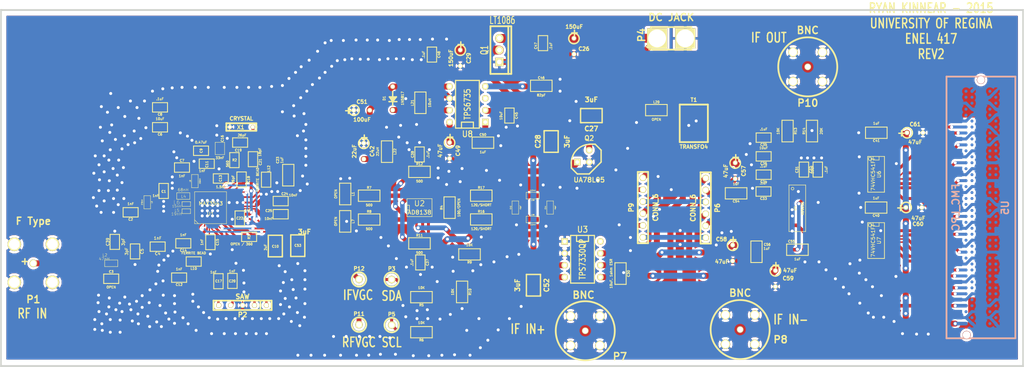
<source format=kicad_pcb>
(kicad_pcb (version 3) (host pcbnew "(2013-jul-07)-stable")
  (layers (15 Front signal) (0 Back signal) (18 B.Paste user) (19 F.Paste user) (20 B.SilkS user) (21 F.SilkS user) (22 B.Mask user) (23 F.Mask user) (28 Edge.Cuts user))
  (net 0 "")
  (net 1 -5V)
  (net 2 /RF_IN)
  (net 3 3V)
  (net 4 3V3)
  (net 5 5V)
  (net 6 GND)
  (net 7 N-000001)
  (net 8 N-0000010)
  (net 9 N-0000011)
  (net 10 N-0000012)
  (net 11 N-00000128)
  (net 12 N-00000129)
  (net 13 N-0000013)
  (net 14 N-00000130)
  (net 15 N-00000131)
  (net 16 N-00000132)
  (net 17 N-00000133)
  (net 18 N-00000134)
  (net 19 N-00000135)
  (net 20 N-00000139)
  (net 21 N-0000014)
  (net 22 N-00000140)
  (net 23 N-0000015)
  (net 24 N-0000016)
  (net 25 N-0000017)
  (net 26 N-0000018)
  (net 27 N-00000184)
  (net 28 N-00000185)
  (net 29 N-00000186)
  (net 30 N-00000187)
  (net 31 N-0000019)
  (net 32 N-000002)
  (net 33 N-0000020)
  (net 34 N-0000021)
  (net 35 N-0000022)
  (net 36 N-0000023)
  (net 37 N-0000024)
  (net 38 N-0000025)
  (net 39 N-0000026)
  (net 40 N-0000027)
  (net 41 N-0000028)
  (net 42 N-000003)
  (net 43 N-0000031)
  (net 44 N-0000032)
  (net 45 N-0000033)
  (net 46 N-0000034)
  (net 47 N-0000035)
  (net 48 N-0000036)
  (net 49 N-0000037)
  (net 50 N-0000038)
  (net 51 N-0000039)
  (net 52 N-000004)
  (net 53 N-0000040)
  (net 54 N-0000041)
  (net 55 N-0000042)
  (net 56 N-0000043)
  (net 57 N-0000044)
  (net 58 N-0000045)
  (net 59 N-0000046)
  (net 60 N-0000047)
  (net 61 N-0000048)
  (net 62 N-0000049)
  (net 63 N-000005)
  (net 64 N-0000050)
  (net 65 N-0000052)
  (net 66 N-0000053)
  (net 67 N-0000054)
  (net 68 N-0000055)
  (net 69 N-0000056)
  (net 70 N-0000057)
  (net 71 N-0000058)
  (net 72 N-0000059)
  (net 73 N-000006)
  (net 74 N-0000060)
  (net 75 N-0000061)
  (net 76 N-0000062)
  (net 77 N-0000063)
  (net 78 N-0000064)
  (net 79 N-0000065)
  (net 80 N-0000066)
  (net 81 N-0000068)
  (net 82 N-0000069)
  (net 83 N-000007)
  (net 84 N-0000070)
  (net 85 N-0000071)
  (net 86 N-0000072)
  (net 87 N-0000074)
  (net 88 N-0000075)
  (net 89 N-0000076)
  (net 90 N-0000077)
  (net 91 N-0000078)
  (net 92 N-000008)
  (net 93 N-0000080)
  (net 94 N-0000082)
  (net 95 N-000009)
  (module 2.00mmX1.25mm (layer Front) (at 74.8919 111.2266 180)
    (fp_text reference L10 (at 0 -1.5 180) (layer F.SilkS) (effects (font (size 0.5 0.5) (thickness 0.125))))
    (fp_text value "FERRITE BEAD" (at 0 1.8 180) (layer F.SilkS) (effects (font (size 0.5 0.5) (thickness 0.125))))
    (pad 1 smd rect (at -1 0 180) (size 0.8 1.5) (layers Front F.Paste F.Mask) (net 70 N-0000057))
    (pad 2 smd rect (at 1 0 180) (size 0.8 1.5) (layers Front F.Paste F.Mask) (net 4 3V3))
  )
  (module TO220_VERT (layer Front) (at 140.0556 66.1416)
    (fp_text reference Q1 (at -3.175 0 90) (layer F.SilkS) (effects (font (size 1.524 1.016) (thickness 0.2032))))
    (fp_text value LT1086 (at 0.635 -6.35) (layer F.SilkS) (effects (font (size 1.524 1.016) (thickness 0.2032))))
    (pad 3 thru_hole circle (at 0 -2.54) (size 1.778 1.778) (drill 1.016) (layers *.Cu *.Mask F.SilkS) (net 14 N-00000130))
    (pad 2 thru_hole circle (at 0 0) (size 1.778 1.778) (drill 1.016) (layers *.Cu *.Mask F.SilkS) (net 4 3V3))
    (pad 1 thru_hole rect (at 0 2.54) (size 1.778 1.778) (drill 1.016) (layers *.Cu *.Mask F.SilkS) (net 6 GND))
  )
  (module SO8E (layer Front) (at 123.0249 99.7331)
    (fp_text reference U2 (at 0 -0.889) (layer F.SilkS) (effects (font (size 1.143 1.143) (thickness 0.1524))))
    (fp_text value AD8138 (at 0 1.016) (layer F.SilkS) (effects (font (size 0.889 0.889) (thickness 0.1524))))
    (pad 8 smd rect (at -1.905 -2.667) (size 0.59944 1.39954) (layers Front F.Paste F.Mask) (net 80 N-0000066))
    (pad 1 smd rect (at -1.905 2.667) (size 0.59944 1.39954) (layers Front F.Paste F.Mask) (net 20 N-00000139))
    (pad 7 smd rect (at -0.635 -2.667) (size 0.59944 1.39954) (layers Front F.Paste F.Mask))
    (pad 6 smd rect (at 0.635 -2.667) (size 0.59944 1.39954) (layers Front F.Paste F.Mask) (net 1 -5V))
    (pad 5 smd rect (at 1.905 -2.667) (size 0.59944 1.39954) (layers Front F.Paste F.Mask) (net 79 N-0000065))
    (pad 2 smd rect (at -0.635 2.667) (size 0.59944 1.39954) (layers Front F.Paste F.Mask) (net 15 N-00000131))
    (pad 3 smd rect (at 0.635 2.667) (size 0.59944 1.39954) (layers Front F.Paste F.Mask) (net 5 5V))
    (pad 4 smd rect (at 1.905 2.667) (size 0.59944 1.39954) (layers Front F.Paste F.Mask) (net 12 N-00000129))
  )
  (module SAW (layer Front) (at 85.3059 120.5611 180)
    (fp_text reference P2 (at 0 -2 180) (layer F.SilkS) (effects (font (thickness 0.25))))
    (fp_text value SAW (at 0.0059 1.8611 180) (layer F.SilkS) (effects (font (thickness 0.25))))
    (pad 1 thru_hole circle (at -5.08 0 180) (size 1.1 1.1) (drill 0.8) (layers *.Cu *.Mask F.SilkS) (net 72 N-0000059))
    (pad 2 thru_hole circle (at -2.54 0 180) (size 1.1 1.1) (drill 0.8) (layers *.Cu *.Mask F.SilkS) (net 71 N-0000058))
    (pad 3 thru_hole circle (at 0 0 180) (size 1.1 1.1) (drill 0.8) (layers *.Cu *.Mask F.SilkS) (net 6 GND))
    (pad 4 thru_hole circle (at 2.54 0 180) (size 1.1 1.1) (drill 0.8) (layers *.Cu *.Mask F.SilkS) (net 74 N-0000060))
    (pad 5 thru_hole circle (at 5.08 0 180) (size 1.1 1.1) (drill 0.8) (layers *.Cu *.Mask F.SilkS) (net 89 N-0000076))
  )
  (module PCAP0635 (layer Front) (at 111.1504 87.7316 270)
    (fp_text reference C42 (at 0 -1.8 270) (layer F.SilkS) (effects (font (size 0.8 0.8) (thickness 0.2))))
    (fp_text value 22uF (at 0 2 270) (layer F.SilkS) (effects (font (size 0.8 0.8) (thickness 0.2))))
    (fp_text user + (at -2.9 0 270) (layer F.SilkS) (effects (font (size 1.524 1.524) (thickness 0.3048))))
    (pad 1 thru_hole circle (at -1.75 0 270) (size 1 1) (drill 0.7) (layers *.Cu *.Mask F.SilkS) (net 6 GND) (clearance 0.1))
    (pad 2 thru_hole circle (at 1.65 0 270) (size 1 1) (drill 0.7) (layers *.Cu *.Mask F.SilkS) (net 1 -5V) (clearance 0.1))
  )
  (module PCAP0635 (layer Front) (at 129.4384 87.6046 270)
    (fp_text reference C49 (at 0 -1.8 270) (layer F.SilkS) (effects (font (size 0.8 0.8) (thickness 0.2))))
    (fp_text value 47uF (at 0 2 270) (layer F.SilkS) (effects (font (size 0.8 0.8) (thickness 0.2))))
    (fp_text user + (at -2.9 0 270) (layer F.SilkS) (effects (font (size 1.524 1.524) (thickness 0.3048))))
    (pad 1 thru_hole circle (at -1.75 0 270) (size 1 1) (drill 0.7) (layers *.Cu *.Mask F.SilkS) (net 5 5V) (clearance 0.1))
    (pad 2 thru_hole circle (at 1.65 0 270) (size 1 1) (drill 0.7) (layers *.Cu *.Mask F.SilkS) (net 6 GND) (clearance 0.1))
  )
  (module PCAP0635 (layer Front) (at 110.7694 78.9686)
    (fp_text reference C51 (at 0 -1.8) (layer F.SilkS) (effects (font (size 0.8 0.8) (thickness 0.2))))
    (fp_text value 100uF (at 0 2) (layer F.SilkS) (effects (font (size 0.8 0.8) (thickness 0.2))))
    (fp_text user + (at -2.9 0) (layer F.SilkS) (effects (font (size 1.524 1.524) (thickness 0.3048))))
    (pad 1 thru_hole circle (at -1.75 0) (size 1 1) (drill 0.7) (layers *.Cu *.Mask F.SilkS) (net 6 GND) (clearance 0.1))
    (pad 2 thru_hole circle (at 1.65 0) (size 1 1) (drill 0.7) (layers *.Cu *.Mask F.SilkS) (net 39 N-0000026) (clearance 0.1))
  )
  (module PCAP0635 (layer Front) (at 131.7244 67.8688 270)
    (fp_text reference C29 (at 0 -1.8 270) (layer F.SilkS) (effects (font (size 0.8 0.8) (thickness 0.2))))
    (fp_text value 150uF (at 0 2 270) (layer F.SilkS) (effects (font (size 0.8 0.8) (thickness 0.2))))
    (fp_text user + (at -2.9 0 270) (layer F.SilkS) (effects (font (size 1.524 1.524) (thickness 0.3048))))
    (pad 1 thru_hole circle (at -1.75 0 270) (size 1 1) (drill 0.7) (layers *.Cu *.Mask F.SilkS) (net 4 3V3) (clearance 0.1))
    (pad 2 thru_hole circle (at 1.65 0 270) (size 1 1) (drill 0.7) (layers *.Cu *.Mask F.SilkS) (net 6 GND) (clearance 0.1))
  )
  (module PCAP0635 (layer Front) (at 155.956 65.3796 270)
    (fp_text reference C26 (at 0.508 -2.1336 360) (layer F.SilkS) (effects (font (size 0.8 0.8) (thickness 0.2))))
    (fp_text value 150uF (at -4.2164 -0.0508 360) (layer F.SilkS) (effects (font (size 0.8 0.8) (thickness 0.2))))
    (fp_text user + (at -2.9 0 270) (layer F.SilkS) (effects (font (size 1.524 1.524) (thickness 0.3048))))
    (pad 1 thru_hole circle (at -1.75 0 270) (size 1 1) (drill 0.7) (layers *.Cu *.Mask F.SilkS) (net 14 N-00000130) (clearance 0.1))
    (pad 2 thru_hole circle (at 1.65 0 270) (size 1 1) (drill 0.7) (layers *.Cu *.Mask F.SilkS) (net 6 GND) (clearance 0.1))
  )
  (module FTYPE_90DEG (layer Front) (at 40.7024 111.6096 180)
    (fp_text reference P1 (at 0 -7.7 180) (layer F.SilkS) (effects (font (size 1.524 1.524) (thickness 0.3048))))
    (fp_text value "F Type" (at 0 9 180) (layer F.SilkS) (effects (font (size 1.524 1.524) (thickness 0.3048))))
    (fp_text user + (at 1.8 0.5 180) (layer F.SilkS) (effects (font (size 1.524 1.524) (thickness 0.3048))))
    (pad 1 thru_hole circle (at 0 0 180) (size 1.6 1.6) (drill 1.2) (layers *.Cu *.Mask F.SilkS) (net 2 /RF_IN))
    (pad 2 thru_hole circle (at 4.06 4.06 180) (size 2.9 2.9) (drill 2.3) (layers *.Cu *.Mask F.SilkS) (net 6 GND))
    (pad 2 thru_hole circle (at 4.06 -4.06 180) (size 2.9 2.9) (drill 2.3) (layers *.Cu *.Mask F.SilkS) (net 6 GND))
    (pad 2 thru_hole circle (at -4.06 4.06 180) (size 2.9 2.9) (drill 2.3) (layers *.Cu *.Mask F.SilkS) (net 6 GND))
    (pad 2 thru_hole circle (at -4.06 -4.06 180) (size 2.9 2.9) (drill 2.3) (layers *.Cu *.Mask F.SilkS) (net 6 GND))
  )
  (module DIP-8__300 (layer Front) (at 133.2484 77.6986 90)
    (fp_text reference U8 (at -6.35 0 180) (layer F.SilkS) (effects (font (size 1.27 1.143) (thickness 0.2032))))
    (fp_text value TPS6735 (at 0 0 90) (layer F.SilkS) (effects (font (size 1.27 1.016) (thickness 0.2032))))
    (pad 1 thru_hole rect (at -3.81 3.81 90) (size 1.397 1.397) (drill 0.8128) (layers *.Cu *.Mask F.SilkS) (net 5 5V))
    (pad 2 thru_hole circle (at -1.27 3.81 90) (size 1.397 1.397) (drill 0.8128) (layers *.Cu *.Mask F.SilkS) (net 43 N-0000031))
    (pad 3 thru_hole circle (at 1.27 3.81 90) (size 1.397 1.397) (drill 0.8128) (layers *.Cu *.Mask F.SilkS))
    (pad 4 thru_hole circle (at 3.81 3.81 90) (size 1.397 1.397) (drill 0.8128) (layers *.Cu *.Mask F.SilkS) (net 41 N-0000028))
    (pad 5 thru_hole circle (at 3.81 -3.81 90) (size 1.397 1.397) (drill 0.8128) (layers *.Cu *.Mask F.SilkS) (net 39 N-0000026))
    (pad 6 thru_hole circle (at 1.27 -3.81 90) (size 1.397 1.397) (drill 0.8128) (layers *.Cu *.Mask F.SilkS) (net 6 GND))
    (pad 7 thru_hole circle (at -1.27 -3.81 90) (size 1.397 1.397) (drill 0.8128) (layers *.Cu *.Mask F.SilkS) (net 40 N-0000027))
    (pad 8 thru_hole circle (at -3.81 -3.81 90) (size 1.397 1.397) (drill 0.8128) (layers *.Cu *.Mask F.SilkS) (net 5 5V))
  )
  (module DIP-8__300 (layer Front) (at 157.7848 110.744 270)
    (fp_text reference U3 (at -6.35 0 360) (layer F.SilkS) (effects (font (size 1.27 1.143) (thickness 0.2032))))
    (fp_text value TPS7330QP (at 0 0 270) (layer F.SilkS) (effects (font (size 1.27 1.016) (thickness 0.2032))))
    (pad 1 thru_hole rect (at -3.81 3.81 270) (size 1.397 1.397) (drill 0.8128) (layers *.Cu *.Mask F.SilkS) (net 6 GND))
    (pad 2 thru_hole circle (at -1.27 3.81 270) (size 1.397 1.397) (drill 0.8128) (layers *.Cu *.Mask F.SilkS) (net 6 GND))
    (pad 3 thru_hole circle (at 1.27 3.81 270) (size 1.397 1.397) (drill 0.8128) (layers *.Cu *.Mask F.SilkS) (net 4 3V3))
    (pad 4 thru_hole circle (at 3.81 3.81 270) (size 1.397 1.397) (drill 0.8128) (layers *.Cu *.Mask F.SilkS) (net 4 3V3))
    (pad 5 thru_hole circle (at 3.81 -3.81 270) (size 1.397 1.397) (drill 0.8128) (layers *.Cu *.Mask F.SilkS) (net 3 3V))
    (pad 6 thru_hole circle (at 1.27 -3.81 270) (size 1.397 1.397) (drill 0.8128) (layers *.Cu *.Mask F.SilkS) (net 3 3V))
    (pad 7 thru_hole circle (at -1.27 -3.81 270) (size 1.397 1.397) (drill 0.8128) (layers *.Cu *.Mask F.SilkS) (net 3 3V))
    (pad 8 thru_hole circle (at -3.81 -3.81 270) (size 1.397 1.397) (drill 0.8128) (layers *.Cu *.Mask F.SilkS))
  )
  (module D509 (layer Front) (at 117.3099 76.4286 90)
    (fp_text reference D1 (at 0 -1.8 90) (layer F.SilkS) (effects (font (size 0.508 0.508) (thickness 0.127))))
    (fp_text value 1N5817 (at 0 2.1 90) (layer F.SilkS) (effects (font (size 0.508 0.508) (thickness 0.127))))
    (pad 2 thru_hole circle (at -2.5 0 90) (size 1 1) (drill 0.7) (layers *.Cu *.Mask F.SilkS) (net 40 N-0000027))
    (pad 1 thru_hole circle (at 2.5 0 90) (size 1 1) (drill 0.7) (layers *.Cu *.Mask F.SilkS) (net 39 N-0000026))
  )
  (module CRYSTAL (layer Front) (at 85.0392 82.55 180)
    (fp_text reference X1 (at 0.1392 -0.05 180) (layer F.SilkS) (effects (font (size 0.8 0.8) (thickness 0.2))))
    (fp_text value CRYSTAL (at 0 1.8 180) (layer F.SilkS) (effects (font (size 0.8 0.8) (thickness 0.2))))
    (pad 1 thru_hole circle (at -2.44 0 180) (size 0.9 0.9) (drill 0.65) (layers *.Cu *.Mask F.SilkS) (net 62 N-0000049) (clearance 0.1))
    (pad 2 thru_hole circle (at 2.44 0 180) (size 0.9 0.9) (drill 0.65) (layers *.Cu *.Mask F.SilkS) (net 6 GND))
  )
  (module CONN_6 (layer Front) (at 170.6626 99.7204 90)
    (fp_text reference P9 (at 0 -2.5 90) (layer F.SilkS) (effects (font (thickness 0.25))))
    (fp_text value CONN_6 (at 0 2.7 90) (layer F.SilkS) (effects (font (thickness 0.25))))
    (pad 1 thru_hole circle (at -6.35 0 90) (size 1.4 1.4) (drill 1) (layers *.Cu *.Mask F.SilkS) (net 49 N-0000037))
    (pad 2 thru_hole circle (at -3.81 0 90) (size 1.4 1.4) (drill 1) (layers *.Cu *.Mask F.SilkS) (net 28 N-00000185))
    (pad 3 thru_hole circle (at -1.27 0 90) (size 1.4 1.4) (drill 1) (layers *.Cu *.Mask F.SilkS) (net 35 N-0000022))
    (pad 4 thru_hole circle (at 1.27 0 90) (size 1.4 1.4) (drill 1) (layers *.Cu *.Mask F.SilkS) (net 48 N-0000036))
    (pad 5 thru_hole circle (at 3.81 0 90) (size 1.4 1.4) (drill 1) (layers *.Cu *.Mask F.SilkS) (net 27 N-00000184))
    (pad 6 thru_hole circle (at 6.35 0 90) (size 1.4 1.4) (drill 1) (layers *.Cu *.Mask F.SilkS) (net 82 N-0000069))
  )
  (module CONN_6 (layer Front) (at 184.0484 99.7966 270)
    (fp_text reference P6 (at 0 -2.5 270) (layer F.SilkS) (effects (font (thickness 0.25))))
    (fp_text value CONN_6 (at 0 2.7 270) (layer F.SilkS) (effects (font (thickness 0.25))))
    (pad 1 thru_hole circle (at -6.35 0 270) (size 1.4 1.4) (drill 1) (layers *.Cu *.Mask F.SilkS) (net 85 N-0000071))
    (pad 2 thru_hole circle (at -3.81 0 270) (size 1.4 1.4) (drill 1) (layers *.Cu *.Mask F.SilkS) (net 34 N-0000021))
    (pad 3 thru_hole circle (at -1.27 0 270) (size 1.4 1.4) (drill 1) (layers *.Cu *.Mask F.SilkS) (net 48 N-0000036))
    (pad 4 thru_hole circle (at 1.27 0 270) (size 1.4 1.4) (drill 1) (layers *.Cu *.Mask F.SilkS) (net 86 N-0000072))
    (pad 5 thru_hole circle (at 3.81 0 270) (size 1.4 1.4) (drill 1) (layers *.Cu *.Mask F.SilkS) (net 84 N-0000070))
    (pad 6 thru_hole circle (at 6.35 0 270) (size 1.4 1.4) (drill 1) (layers *.Cu *.Mask F.SilkS) (net 49 N-0000037))
  )
  (module BNC_CONN (layer Front) (at 205.8035 69.723 180)
    (fp_text reference P10 (at 0 -7.7 180) (layer F.SilkS) (effects (font (size 1.524 1.524) (thickness 0.3048))))
    (fp_text value BNC (at 0 7.8 180) (layer F.SilkS) (effects (font (size 1.524 1.524) (thickness 0.3048))))
    (pad 1 thru_hole circle (at 0 0 270) (size 1.4 1.4) (drill 1.1) (layers *.Cu *.Mask F.SilkS) (net 36 N-0000023))
    (pad 2 thru_hole circle (at 3.13 3.13 270) (size 2 2) (drill 1.6) (layers *.Cu *.Mask F.SilkS) (net 6 GND))
    (pad 2 thru_hole circle (at 3.13 -3.13 270) (size 2 2) (drill 1.6) (layers *.Cu *.Mask F.SilkS) (net 6 GND))
    (pad 2 thru_hole circle (at -3.13 -3.13 270) (size 2 2) (drill 1.6) (layers *.Cu *.Mask F.SilkS) (net 6 GND))
    (pad 2 thru_hole circle (at -3.13 3.13 270) (size 2 2) (drill 1.6) (layers *.Cu *.Mask F.SilkS) (net 6 GND))
  )
  (module 3.20mmX2.50mm (layer Front) (at 151.0919 85.6361 90)
    (fp_text reference C28 (at 0 -2.8 90) (layer F.SilkS) (effects (font (thickness 0.25))))
    (fp_text value 3uF (at 0 3.4 90) (layer F.SilkS) (effects (font (thickness 0.25))))
    (pad 1 smd rect (at -1.6 0 90) (size 1 2.6) (layers Front F.Paste F.Mask) (net 5 5V))
    (pad 2 smd rect (at 1.6 0 90) (size 1 2.6) (layers Front F.Paste F.Mask) (net 6 GND))
  )
  (module 3.20mmX2.50mm (layer Front) (at 159.6644 80.1116 180)
    (fp_text reference C27 (at 0 -2.8 180) (layer F.SilkS) (effects (font (thickness 0.25))))
    (fp_text value 3uF (at 0 3.4 180) (layer F.SilkS) (effects (font (thickness 0.25))))
    (pad 1 smd rect (at -1.6 0 180) (size 1 2.6) (layers Front F.Paste F.Mask) (net 14 N-00000130))
    (pad 2 smd rect (at 1.6 0 180) (size 1 2.6) (layers Front F.Paste F.Mask) (net 6 GND))
  )
  (module 3.20mmX1.60mm (layer Front) (at 173.5328 78.9432)
    (fp_text reference L20 (at 0 -1.7) (layer F.SilkS) (effects (font (size 0.5 0.5) (thickness 0.125))))
    (fp_text value OPEN (at 0 2) (layer F.SilkS) (effects (font (size 0.5 0.5) (thickness 0.125))))
    (pad 1 smd rect (at -1.6 0) (size 1 2) (layers Front F.Paste F.Mask) (net 6 GND))
    (pad 2 smd rect (at 1.6 0) (size 1 2) (layers Front F.Paste F.Mask) (net 36 N-0000023))
  )
  (module 3.20mmX1.60mm (layer Front) (at 116.1034 87.7951 270)
    (fp_text reference L22 (at 0 -1.7 270) (layer F.SilkS) (effects (font (size 0.5 0.5) (thickness 0.125))))
    (fp_text value 22uH (at 0 2 270) (layer F.SilkS) (effects (font (size 0.5 0.5) (thickness 0.125))))
    (pad 1 smd rect (at -1.6 0 270) (size 1 2) (layers Front F.Paste F.Mask) (net 39 N-0000026))
    (pad 2 smd rect (at 1.6 0 270) (size 1 2) (layers Front F.Paste F.Mask) (net 1 -5V))
  )
  (module 3.20mmX1.60mm (layer Front) (at 123.444 118.8212 180)
    (fp_text reference R5 (at 0 -1.7 180) (layer F.SilkS) (effects (font (size 0.5 0.5) (thickness 0.125))))
    (fp_text value 10K (at 0 2 180) (layer F.SilkS) (effects (font (size 0.5 0.5) (thickness 0.125))))
    (pad 1 smd rect (at -1.6 0 180) (size 1 2) (layers Front F.Paste F.Mask) (net 4 3V3))
    (pad 2 smd rect (at 1.6 0 180) (size 1 2) (layers Front F.Paste F.Mask) (net 16 N-00000132))
  )
  (module 3.20mmX1.60mm (layer Front) (at 220.4212 83.7692 180)
    (fp_text reference C41 (at 0 -1.7 180) (layer F.SilkS) (effects (font (size 0.5 0.5) (thickness 0.125))))
    (fp_text value 1uF (at 0 2 180) (layer F.SilkS) (effects (font (size 0.5 0.5) (thickness 0.125))))
    (pad 1 smd rect (at -1.6 0 180) (size 1 2) (layers Front F.Paste F.Mask) (net 22 N-00000140))
    (pad 2 smd rect (at 1.6 0 180) (size 1 2) (layers Front F.Paste F.Mask) (net 6 GND))
  )
  (module 3.20mmX1.60mm (layer Front) (at 220.3704 99.7204 180)
    (fp_text reference C40 (at 0 -1.7 180) (layer F.SilkS) (effects (font (size 0.5 0.5) (thickness 0.125))))
    (fp_text value 1uF (at 0 2 180) (layer F.SilkS) (effects (font (size 0.5 0.5) (thickness 0.125))))
    (pad 1 smd rect (at -1.6 0 180) (size 1 2) (layers Front F.Paste F.Mask) (net 22 N-00000140))
    (pad 2 smd rect (at 1.6 0 180) (size 1 2) (layers Front F.Paste F.Mask) (net 6 GND))
  )
  (module 3.20mmX1.60mm (layer Front) (at 136.1948 97.1804)
    (fp_text reference R17 (at 0 -1.7) (layer F.SilkS) (effects (font (size 0.5 0.5) (thickness 0.125))))
    (fp_text value 120/SHORT (at 0 2) (layer F.SilkS) (effects (font (size 0.5 0.5) (thickness 0.125))))
    (pad 1 smd rect (at -1.6 0) (size 1 2) (layers Front F.Paste F.Mask) (net 79 N-0000065))
    (pad 2 smd rect (at 1.6 0) (size 1 2) (layers Front F.Paste F.Mask) (net 29 N-00000186))
  )
  (module 3.20mmX1.60mm (layer Front) (at 136.1948 102.2604)
    (fp_text reference R16 (at 0 -1.7) (layer F.SilkS) (effects (font (size 0.5 0.5) (thickness 0.125))))
    (fp_text value 120/SHORT (at 0 2) (layer F.SilkS) (effects (font (size 0.5 0.5) (thickness 0.125))))
    (pad 1 smd rect (at -1.6 0) (size 1 2) (layers Front F.Paste F.Mask) (net 12 N-00000129))
    (pad 2 smd rect (at 1.6 0) (size 1 2) (layers Front F.Paste F.Mask) (net 30 N-00000187))
  )
  (module 3.20mmX1.60mm (layer Front) (at 129.4384 99.7331 90)
    (fp_text reference R4 (at 0 -1.7 90) (layer F.SilkS) (effects (font (size 0.5 0.5) (thickness 0.125))))
    (fp_text value 100/OPEN (at 0 2 90) (layer F.SilkS) (effects (font (size 0.5 0.5) (thickness 0.125))))
    (pad 1 smd rect (at -1.6 0 90) (size 1 2) (layers Front F.Paste F.Mask) (net 12 N-00000129))
    (pad 2 smd rect (at 1.6 0 90) (size 1 2) (layers Front F.Paste F.Mask) (net 79 N-0000065))
  )
  (module 3.20mmX1.60mm (layer Front) (at 136.5504 85.8901)
    (fp_text reference C50 (at 0 -1.7) (layer F.SilkS) (effects (font (size 0.5 0.5) (thickness 0.125))))
    (fp_text value 1uF (at 0 2) (layer F.SilkS) (effects (font (size 0.5 0.5) (thickness 0.125))))
    (pad 1 smd rect (at -1.6 0) (size 1 2) (layers Front F.Paste F.Mask) (net 5 5V))
    (pad 2 smd rect (at 1.6 0) (size 1 2) (layers Front F.Paste F.Mask) (net 6 GND))
  )
  (module 3.20mmX1.60mm (layer Front) (at 123.2154 77.3811 90)
    (fp_text reference L21 (at 0 -1.7 90) (layer F.SilkS) (effects (font (size 0.5 0.5) (thickness 0.125))))
    (fp_text value 10uH (at 0 2 90) (layer F.SilkS) (effects (font (size 0.5 0.5) (thickness 0.125))))
    (pad 1 smd rect (at -1.6 0 90) (size 1 2) (layers Front F.Paste F.Mask) (net 40 N-0000027))
    (pad 2 smd rect (at 1.6 0 90) (size 1 2) (layers Front F.Paste F.Mask) (net 6 GND))
  )
  (module 3.20mmX1.60mm (layer Front) (at 148.9964 73.7616)
    (fp_text reference C46 (at 0 -1.7) (layer F.SilkS) (effects (font (size 0.5 0.5) (thickness 0.125))))
    (fp_text value 82pF (at 0 2) (layer F.SilkS) (effects (font (size 0.5 0.5) (thickness 0.125))))
    (pad 1 smd rect (at -1.6 0) (size 1 2) (layers Front F.Paste F.Mask) (net 41 N-0000028))
    (pad 2 smd rect (at 1.6 0) (size 1 2) (layers Front F.Paste F.Mask) (net 6 GND))
  )
  (module 3.20mmX1.60mm (layer Front) (at 123.444 126.2888 180)
    (fp_text reference R6 (at 0 -1.7 180) (layer F.SilkS) (effects (font (size 0.5 0.5) (thickness 0.125))))
    (fp_text value 10K (at 0 2 180) (layer F.SilkS) (effects (font (size 0.5 0.5) (thickness 0.125))))
    (pad 1 smd rect (at -1.6 0 180) (size 1 2) (layers Front F.Paste F.Mask) (net 4 3V3))
    (pad 2 smd rect (at 1.6 0 180) (size 1 2) (layers Front F.Paste F.Mask) (net 93 N-0000080))
  )
  (module 3.20mmX1.60mm (layer Front) (at 112.2934 102.2731)
    (fp_text reference R8 (at 0 -1.7) (layer F.SilkS) (effects (font (size 0.5 0.5) (thickness 0.125))))
    (fp_text value 500 (at 0 2) (layer F.SilkS) (effects (font (size 0.5 0.5) (thickness 0.125))))
    (pad 1 smd rect (at -1.6 0) (size 1 2) (layers Front F.Paste F.Mask) (net 11 N-00000128))
    (pad 2 smd rect (at 1.6 0) (size 1 2) (layers Front F.Paste F.Mask) (net 20 N-00000139))
  )
  (module 3.20mmX1.60mm (layer Front) (at 112.2934 97.1931)
    (fp_text reference R7 (at 0 -1.7) (layer F.SilkS) (effects (font (size 0.5 0.5) (thickness 0.125))))
    (fp_text value 500 (at 0 2) (layer F.SilkS) (effects (font (size 0.5 0.5) (thickness 0.125))))
    (pad 1 smd rect (at -1.6 0) (size 1 2) (layers Front F.Paste F.Mask) (net 81 N-0000068))
    (pad 2 smd rect (at 1.6 0) (size 1 2) (layers Front F.Paste F.Mask) (net 80 N-0000066))
  )
  (module 3.20mmX1.60mm (layer Front) (at 123.0249 92.1131)
    (fp_text reference R12 (at 0 -1.7) (layer F.SilkS) (effects (font (size 0.5 0.5) (thickness 0.125))))
    (fp_text value 500 (at 0 2) (layer F.SilkS) (effects (font (size 0.5 0.5) (thickness 0.125))))
    (pad 1 smd rect (at -1.6 0) (size 1 2) (layers Front F.Paste F.Mask) (net 20 N-00000139))
    (pad 2 smd rect (at 1.6 0) (size 1 2) (layers Front F.Paste F.Mask) (net 79 N-0000065))
  )
  (module 3.20mmX1.60mm (layer Front) (at 165.8874 113.792 270)
    (fp_text reference C30 (at 0 -1.7 270) (layer F.SilkS) (effects (font (size 0.5 0.5) (thickness 0.125))))
    (fp_text value "10uF, 1ohm ESR" (at 0 2 270) (layer F.SilkS) (effects (font (size 0.5 0.5) (thickness 0.125))))
    (pad 1 smd rect (at -1.6 0 270) (size 1 2) (layers Front F.Paste F.Mask) (net 3 3V))
    (pad 2 smd rect (at 1.6 0 270) (size 1 2) (layers Front F.Paste F.Mask) (net 6 GND))
  )
  (module 3.20mmX1.60mm (layer Front) (at 95.0468 92.8116 270)
    (fp_text reference C23 (at -3.2116 2.2468 270) (layer F.SilkS) (effects (font (size 0.5 0.5) (thickness 0.125))))
    (fp_text value 1uF (at -3.2116 1.3468 270) (layer F.SilkS) (effects (font (size 0.5 0.5) (thickness 0.125))))
    (pad 1 smd rect (at -1.6 0 270) (size 1 2) (layers Front F.Paste F.Mask) (net 4 3V3))
    (pad 2 smd rect (at 1.6 0 270) (size 1 2) (layers Front F.Paste F.Mask) (net 6 GND))
  )
  (module 3.20mmX1.60mm (layer Front) (at 123.0249 107.3531)
    (fp_text reference R11 (at 0 -1.7) (layer F.SilkS) (effects (font (size 0.5 0.5) (thickness 0.125))))
    (fp_text value 500 (at 0 2) (layer F.SilkS) (effects (font (size 0.5 0.5) (thickness 0.125))))
    (pad 1 smd rect (at -1.6 0) (size 1 2) (layers Front F.Paste F.Mask) (net 80 N-0000066))
    (pad 2 smd rect (at 1.6 0) (size 1 2) (layers Front F.Paste F.Mask) (net 12 N-00000129))
  )
  (module 3.20mmX1.60mm (layer Front) (at 201.5024 83.4096 270)
    (fp_text reference R13 (at 0 -1.7 270) (layer F.SilkS) (effects (font (size 0.5 0.5) (thickness 0.125))))
    (fp_text value 10K (at 0 2 270) (layer F.SilkS) (effects (font (size 0.5 0.5) (thickness 0.125))))
    (pad 1 smd rect (at -1.6 0 270) (size 1 2) (layers Front F.Paste F.Mask) (net 3 3V))
    (pad 2 smd rect (at 1.6 0 270) (size 1 2) (layers Front F.Paste F.Mask) (net 78 N-0000064))
  )
  (module 3.20mmX1.60mm (layer Front) (at 206.7024 83.4096 90)
    (fp_text reference R14 (at 0 -1.7 90) (layer F.SilkS) (effects (font (size 0.5 0.5) (thickness 0.125))))
    (fp_text value 20K (at 0 2 90) (layer F.SilkS) (effects (font (size 0.5 0.5) (thickness 0.125))))
    (pad 1 smd rect (at -1.6 0 90) (size 1 2) (layers Front F.Paste F.Mask) (net 78 N-0000064))
    (pad 2 smd rect (at 1.6 0 90) (size 1 2) (layers Front F.Paste F.Mask) (net 6 GND))
  )
  (module 3.20mmX1.60mm (layer Front) (at 132.1054 117.7036 270)
    (fp_text reference R10 (at 0 -1.7 270) (layer F.SilkS) (effects (font (size 0.5 0.5) (thickness 0.125))))
    (fp_text value 10K (at 0 2 270) (layer F.SilkS) (effects (font (size 0.5 0.5) (thickness 0.125))))
    (pad 1 smd rect (at -1.6 0 270) (size 1 2) (layers Front F.Paste F.Mask) (net 15 N-00000131))
    (pad 2 smd rect (at 1.6 0 270) (size 1 2) (layers Front F.Paste F.Mask) (net 6 GND))
  )
  (module 3.20mmX1.60mm (layer Front) (at 133.6929 109.7026 180)
    (fp_text reference R9 (at 0 -1.7 180) (layer F.SilkS) (effects (font (size 0.5 0.5) (thickness 0.125))))
    (fp_text value 10K (at 0 2 180) (layer F.SilkS) (effects (font (size 0.5 0.5) (thickness 0.125))))
    (pad 1 smd rect (at -1.6 0 180) (size 1 2) (layers Front F.Paste F.Mask) (net 3 3V))
    (pad 2 smd rect (at 1.6 0 180) (size 1 2) (layers Front F.Paste F.Mask) (net 15 N-00000131))
  )
  (module 2.00mmX1.25mm (layer Front) (at 83.1469 115.3541 90)
    (fp_text reference C20 (at -0.0459 -0.0469 180) (layer F.SilkS) (effects (font (size 0.5 0.5) (thickness 0.125))))
    (fp_text value 1nF (at 2.0541 -0.0469 180) (layer F.SilkS) (effects (font (size 0.5 0.5) (thickness 0.125))))
    (pad 1 smd rect (at -1 0 90) (size 0.8 1.5) (layers Front F.Paste F.Mask) (net 74 N-0000060))
    (pad 2 smd rect (at 1 0 90) (size 0.8 1.5) (layers Front F.Paste F.Mask) (net 75 N-0000061))
  )
  (module 2.00mmX1.25mm (layer Front) (at 85.09 93.726 270)
    (fp_text reference C18 (at 0 -1.5 270) (layer F.SilkS) (effects (font (size 0.5 0.5) (thickness 0.125))))
    (fp_text value 26pF (at 0 1.8 270) (layer F.SilkS) (effects (font (size 0.5 0.5) (thickness 0.125))))
    (pad 1 smd rect (at -1 0 270) (size 0.8 1.5) (layers Front F.Paste F.Mask) (net 58 N-0000045))
    (pad 2 smd rect (at 1 0 270) (size 0.8 1.5) (layers Front F.Paste F.Mask) (net 57 N-0000044))
  )
  (module 2.00mmX1.25mm (layer Front) (at 72.6694 107.3531 180)
    (fp_text reference C14 (at 0 -1.5 180) (layer F.SilkS) (effects (font (size 0.5 0.5) (thickness 0.125))))
    (fp_text value 1nF (at 0 1.8 180) (layer F.SilkS) (effects (font (size 0.5 0.5) (thickness 0.125))))
    (pad 1 smd rect (at -1 0 180) (size 0.8 1.5) (layers Front F.Paste F.Mask) (net 64 N-0000050))
    (pad 2 smd rect (at 1 0 180) (size 0.8 1.5) (layers Front F.Paste F.Mask) (net 6 GND))
  )
  (module 2.00mmX1.25mm (layer Front) (at 87.5284 89.408 270)
    (fp_text reference C21 (at 0.592 -1.5716 270) (layer F.SilkS) (effects (font (size 0.5 0.5) (thickness 0.125))))
    (fp_text value 18pF (at -1.508 -1.4716 270) (layer F.SilkS) (effects (font (size 0.5 0.5) (thickness 0.125))))
    (pad 1 smd rect (at -1 0 270) (size 0.8 1.5) (layers Front F.Paste F.Mask) (net 62 N-0000049))
    (pad 2 smd rect (at 1 0 270) (size 0.8 1.5) (layers Front F.Paste F.Mask) (net 57 N-0000044))
  )
  (module 2.00mmX1.25mm (layer Front) (at 68.4784 96.1771 270)
    (fp_text reference C1 (at 0.1229 -0.0216 360) (layer F.SilkS) (effects (font (size 0.5 0.5) (thickness 0.125))))
    (fp_text value 1nF (at 1.0229 1.6784 360) (layer F.SilkS) (effects (font (size 0.5 0.5) (thickness 0.125))))
    (pad 1 smd rect (at -1 0 270) (size 0.8 1.5) (layers Front F.Paste F.Mask) (net 4 3V3))
    (pad 2 smd rect (at 1 0 270) (size 0.8 1.5) (layers Front F.Paste F.Mask) (net 6 GND))
  )
  (module 2.00mmX1.25mm (layer Front) (at 84.709 102.0318 270)
    (fp_text reference C22 (at -0.0318 0.009 360) (layer F.SilkS) (effects (font (size 0.5 0.5) (thickness 0.125))))
    (fp_text value 1nF (at -1.7318 -1.691 360) (layer F.SilkS) (effects (font (size 0.5 0.5) (thickness 0.125))))
    (pad 1 smd rect (at -1 0 270) (size 0.8 1.5) (layers Front F.Paste F.Mask) (net 4 3V3))
    (pad 2 smd rect (at 1 0 270) (size 0.8 1.5) (layers Front F.Paste F.Mask) (net 6 GND))
  )
  (module 2.00mmX1.25mm (layer Front) (at 90.3224 93.7768 270)
    (fp_text reference L12 (at -2.3768 -0.5776 270) (layer F.SilkS) (effects (font (size 0.5 0.5) (thickness 0.125))))
    (fp_text value "FERRITE BEAD" (at 0 1.8 270) (layer F.SilkS) (effects (font (size 0.5 0.5) (thickness 0.125))))
    (pad 1 smd rect (at -1 0 270) (size 0.8 1.5) (layers Front F.Paste F.Mask) (net 4 3V3))
    (pad 2 smd rect (at 1 0 270) (size 0.8 1.5) (layers Front F.Paste F.Mask) (net 42 N-000003))
  )
  (module 2.00mmX1.25mm (layer Front) (at 80.1624 115.4176 90)
    (fp_text reference C17 (at 0.0176 0.0376 180) (layer F.SilkS) (effects (font (size 0.5 0.5) (thickness 0.125))))
    (fp_text value 1nF (at 1.9176 -1.0624 180) (layer F.SilkS) (effects (font (size 0.5 0.5) (thickness 0.125))))
    (pad 1 smd rect (at -1 0 90) (size 0.8 1.5) (layers Front F.Paste F.Mask) (net 89 N-0000076))
    (pad 2 smd rect (at 1 0 90) (size 0.8 1.5) (layers Front F.Paste F.Mask) (net 76 N-0000062))
  )
  (module 2.00mmX1.25mm (layer Front) (at 93.4339 98.3361)
    (fp_text reference C24 (at 0.8661 -1.5361) (layer F.SilkS) (effects (font (size 0.5 0.5) (thickness 0.125))))
    (fp_text value 10nF (at 2.6661 -1.2361) (layer F.SilkS) (effects (font (size 0.5 0.5) (thickness 0.125))))
    (pad 1 smd rect (at -1 0) (size 0.8 1.5) (layers Front F.Paste F.Mask) (net 94 N-0000082))
    (pad 2 smd rect (at 1 0) (size 0.8 1.5) (layers Front F.Paste F.Mask) (net 81 N-0000068))
  )
  (module 2.00mmX1.25mm (layer Front) (at 93.4339 101.1301)
    (fp_text reference C25 (at -2.5339 -0.7301) (layer F.SilkS) (effects (font (size 0.5 0.5) (thickness 0.125))))
    (fp_text value 10nF (at -2.5339 0.9699) (layer F.SilkS) (effects (font (size 0.5 0.5) (thickness 0.125))))
    (pad 1 smd rect (at -1 0) (size 0.8 1.5) (layers Front F.Paste F.Mask) (net 77 N-0000063))
    (pad 2 smd rect (at 1 0) (size 0.8 1.5) (layers Front F.Paste F.Mask) (net 11 N-00000128))
  )
  (module 2.00mmX1.25mm (layer Front) (at 142.2019 80.1116 270)
    (fp_text reference C45 (at 0 -1.5 270) (layer F.SilkS) (effects (font (size 0.5 0.5) (thickness 0.125))))
    (fp_text value 10uF (at 0 1.8 270) (layer F.SilkS) (effects (font (size 0.5 0.5) (thickness 0.125))))
    (pad 1 smd rect (at -1 0 270) (size 0.8 1.5) (layers Front F.Paste F.Mask) (net 43 N-0000031))
    (pad 2 smd rect (at 1 0 270) (size 0.8 1.5) (layers Front F.Paste F.Mask) (net 6 GND))
  )
  (module 2.00mmX1.25mm (layer Front) (at 61.4426 100.7364 180)
    (fp_text reference C2 (at 0 -1.5 180) (layer F.SilkS) (effects (font (size 0.5 0.5) (thickness 0.125))))
    (fp_text value 1nF (at 0 1.8 180) (layer F.SilkS) (effects (font (size 0.5 0.5) (thickness 0.125))))
    (pad 1 smd rect (at -1 0 180) (size 0.8 1.5) (layers Front F.Paste F.Mask) (net 4 3V3))
    (pad 2 smd rect (at 1 0 180) (size 0.8 1.5) (layers Front F.Paste F.Mask) (net 6 GND))
  )
  (module 2.00mmX1.25mm (layer Front) (at 71.7804 114.6556 180)
    (fp_text reference C12 (at 0 -1.5 180) (layer F.SilkS) (effects (font (size 0.5 0.5) (thickness 0.125))))
    (fp_text value 1nF (at 0 1.8 180) (layer F.SilkS) (effects (font (size 0.5 0.5) (thickness 0.125))))
    (pad 1 smd rect (at -1 0 180) (size 0.8 1.5) (layers Front F.Paste F.Mask) (net 4 3V3))
    (pad 2 smd rect (at 1 0 180) (size 0.8 1.5) (layers Front F.Paste F.Mask) (net 6 GND))
  )
  (module 2.00mmX1.25mm (layer Front) (at 72.39 91.186)
    (fp_text reference C7 (at 0 -1.5) (layer F.SilkS) (effects (font (size 0.5 0.5) (thickness 0.125))))
    (fp_text value 1nF (at 0 1.8) (layer F.SilkS) (effects (font (size 0.5 0.5) (thickness 0.125))))
    (pad 1 smd rect (at -1 0) (size 0.8 1.5) (layers Front F.Paste F.Mask) (net 6 GND))
    (pad 2 smd rect (at 1 0) (size 0.8 1.5) (layers Front F.Paste F.Mask) (net 4 3V3))
  )
  (module 2.00mmX1.25mm (layer Front) (at 86.7029 105.9561)
    (fp_text reference R3 (at -0.0029 0.0439 90) (layer F.SilkS) (effects (font (size 0.5 0.5) (thickness 0.125))))
    (fp_text value "OPEN / 360" (at -1.6029 1.5439) (layer F.SilkS) (effects (font (size 0.5 0.5) (thickness 0.125))))
    (pad 1 smd rect (at -1 0) (size 0.8 1.5) (layers Front F.Paste F.Mask) (net 71 N-0000058))
    (pad 2 smd rect (at 1 0) (size 0.8 1.5) (layers Front F.Paste F.Mask) (net 72 N-0000059))
  )
  (module 2.00mmX1.25mm (layer Front) (at 78.4479 107.0991 270)
    (fp_text reference C15 (at 0 -1.5 270) (layer F.SilkS) (effects (font (size 0.5 0.5) (thickness 0.125))))
    (fp_text value 1nF (at 0 1.8 270) (layer F.SilkS) (effects (font (size 0.5 0.5) (thickness 0.125))))
    (pad 1 smd rect (at -1 0 270) (size 0.8 1.5) (layers Front F.Paste F.Mask) (net 69 N-0000056))
    (pad 2 smd rect (at 1 0 270) (size 0.8 1.5) (layers Front F.Paste F.Mask) (net 6 GND))
  )
  (module 2.00mmX1.25mm (layer Front) (at 204.9907 91.6305 90)
    (fp_text reference C31 (at 0 -1.5 90) (layer F.SilkS) (effects (font (size 0.5 0.5) (thickness 0.125))))
    (fp_text value 10uF (at 0 1.8 90) (layer F.SilkS) (effects (font (size 0.5 0.5) (thickness 0.125))))
    (pad 1 smd rect (at -1 0 90) (size 0.8 1.5) (layers Front F.Paste F.Mask) (net 17 N-00000133))
    (pad 2 smd rect (at 1 0 90) (size 0.8 1.5) (layers Front F.Paste F.Mask) (net 6 GND))
  )
  (module 2.00mmX1.25mm (layer Front) (at 77.6732 90.3732 180)
    (fp_text reference C11 (at -0.0268 -0.1268 270) (layer F.SilkS) (effects (font (size 0.5 0.5) (thickness 0.125))))
    (fp_text value 1nF (at 0.9732 -1.5268 180) (layer F.SilkS) (effects (font (size 0.5 0.5) (thickness 0.125))))
    (pad 1 smd rect (at -1 0 180) (size 0.8 1.5) (layers Front F.Paste F.Mask) (net 4 3V3))
    (pad 2 smd rect (at 1 0 180) (size 0.8 1.5) (layers Front F.Paste F.Mask) (net 6 GND))
  )
  (module 2.00mmX1.25mm (layer Front) (at 80.6704 93.5228)
    (fp_text reference C13 (at -0.0704 -0.0228 90) (layer F.SilkS) (effects (font (size 0.5 0.5) (thickness 0.125))))
    (fp_text value 1.5nF (at 0 1.8) (layer F.SilkS) (effects (font (size 0.5 0.5) (thickness 0.125))))
    (pad 1 smd rect (at -1 0) (size 0.8 1.5) (layers Front F.Paste F.Mask) (net 6 GND))
    (pad 2 smd rect (at 1 0) (size 0.8 1.5) (layers Front F.Paste F.Mask) (net 59 N-0000046))
  )
  (module 2.00mmX1.25mm (layer Front) (at 196.4024 88.8096 180)
    (fp_text reference C36 (at 0 -1.5 180) (layer F.SilkS) (effects (font (size 0.5 0.5) (thickness 0.125))))
    (fp_text value 10uF (at 0 1.8 180) (layer F.SilkS) (effects (font (size 0.5 0.5) (thickness 0.125))))
    (pad 1 smd rect (at -1 0 180) (size 0.8 1.5) (layers Front F.Paste F.Mask) (net 18 N-00000134))
    (pad 2 smd rect (at 1 0 180) (size 0.8 1.5) (layers Front F.Paste F.Mask) (net 19 N-00000135))
  )
  (module 2.00mmX1.25mm (layer Front) (at 84.7852 85.852 180)
    (fp_text reference C19 (at 0.3852 -1.648 180) (layer F.SilkS) (effects (font (size 0.5 0.5) (thickness 0.125))))
    (fp_text value 26pF (at -0.4148 1.552 180) (layer F.SilkS) (effects (font (size 0.5 0.5) (thickness 0.125))))
    (pad 1 smd rect (at -1 0 180) (size 0.8 1.5) (layers Front F.Paste F.Mask) (net 58 N-0000045))
    (pad 2 smd rect (at 1 0 180) (size 0.8 1.5) (layers Front F.Paste F.Mask) (net 6 GND))
  )
  (module 1pin (layer Front) (at 117.094 124.7775)
    (fp_text reference P5 (at 0 -2.3) (layer F.SilkS) (effects (font (size 0.8 0.8) (thickness 0.2))))
    (fp_text value CONNECTOR hide)
    (pad 1 thru_hole circle (at 0 0) (size 1.6 1.6) (drill 1.1) (layers *.Cu *.Mask F.SilkS) (net 93 N-0000080))
  )
  (module 1pin (layer Front) (at 117.094 115.062)
    (fp_text reference P3 (at 0 -2.3) (layer F.SilkS) (effects (font (size 0.8 0.8) (thickness 0.2))))
    (fp_text value CONNECTOR hide)
    (pad 1 thru_hole circle (at 0 0) (size 1.6 1.6) (drill 1.1) (layers *.Cu *.Mask F.SilkS) (net 16 N-00000132))
  )
  (module 1.60mmX0.80mm (layer Front) (at 75.1332 94.0816 90)
    (fp_text reference L9 (at 0 -1 90) (layer F.SilkS) (effects (font (size 0.25 0.25) (thickness 0.0625))))
    (fp_text value 150nH (at 0 1.1 90) (layer F.SilkS) (effects (font (size 0.25 0.25) (thickness 0.0625))))
    (pad 1 smd rect (at -0.8 0 90) (size 0.6 1) (layers Front F.Paste F.Mask) (net 50 N-0000038) (clearance 0.1))
    (pad 2 smd rect (at 0.8 0 90) (size 0.6 1) (layers Front F.Paste F.Mask) (net 68 N-0000055) (clearance 0.1))
  )
  (module 1.60mmX0.80mm (layer Front) (at 72.6694 97.2566 180)
    (fp_text reference L4 (at -0.0381 -0.0889 180) (layer F.SilkS) (effects (font (size 0.6 0.6) (thickness 0.0625))))
    (fp_text value 68nH (at 0.0254 1.3081 180) (layer F.SilkS) (effects (font (size 0.6 0.6) (thickness 0.0625))))
    (pad 1 smd rect (at -0.8 0 180) (size 0.6 1) (layers Front F.Paste F.Mask) (net 51 N-0000039) (clearance 0.1))
    (pad 2 smd rect (at 0.8 0 180) (size 0.6 1) (layers Front F.Paste F.Mask) (net 67 N-0000054) (clearance 0.1))
  )
  (module 1.60mmX0.80mm (layer Front) (at 64.9859 98.5901 270)
    (fp_text reference L3 (at 0 -1 270) (layer F.SilkS) (effects (font (size 0.25 0.25) (thickness 0.0625))))
    (fp_text value 270nH (at 0 1.1 270) (layer F.SilkS) (effects (font (size 0.25 0.25) (thickness 0.0625))))
    (pad 1 smd rect (at -0.8 0 270) (size 0.6 1) (layers Front F.Paste F.Mask) (net 4 3V3) (clearance 0.1))
    (pad 2 smd rect (at 0.8 0 270) (size 0.6 1) (layers Front F.Paste F.Mask) (net 54 N-0000041) (clearance 0.1))
  )
  (module 1.60mmX0.80mm (layer Front) (at 57.3 111.6)
    (fp_text reference L2 (at -1.3565 -1.745) (layer F.SilkS) (effects (font (size 0.6 0.6) (thickness 0.0625))))
    (fp_text value 47nH (at -1.4835 -0.9195) (layer F.SilkS) (effects (font (size 0.6 0.6) (thickness 0.0625))))
    (pad 1 smd rect (at -0.8 0) (size 0.6 1) (layers Front F.Paste F.Mask) (net 2 /RF_IN) (clearance 0.1))
    (pad 2 smd rect (at 0.8 0) (size 0.6 1) (layers Front F.Paste F.Mask) (net 87 N-0000074) (clearance 0.1))
  )
  (module 1.60mmX0.80mm (layer Front) (at 147.1676 97.1804 180)
    (fp_text reference L19 (at 0 -1 180) (layer F.SilkS) (effects (font (size 0.25 0.25) (thickness 0.0625))))
    (fp_text value 112nH (at 0 1.1 180) (layer F.SilkS) (effects (font (size 0.25 0.25) (thickness 0.0625))))
    (pad 1 smd rect (at -0.8 0 180) (size 0.6 1) (layers Front F.Paste F.Mask) (net 27 N-00000184) (clearance 0.1))
    (pad 2 smd rect (at 0.8 0 180) (size 0.6 1) (layers Front F.Paste F.Mask) (net 29 N-00000186) (clearance 0.1))
  )
  (module 1.60mmX0.80mm (layer Front) (at 143.4592 99.7204 90)
    (fp_text reference C43 (at 0 -1 90) (layer F.SilkS) (effects (font (size 0.25 0.25) (thickness 0.0625))))
    (fp_text value 45pF (at 0 1.1 90) (layer F.SilkS) (effects (font (size 0.25 0.25) (thickness 0.0625))))
    (pad 1 smd rect (at -0.8 0 90) (size 0.6 1) (layers Front F.Paste F.Mask) (net 30 N-00000187) (clearance 0.1))
    (pad 2 smd rect (at 0.8 0 90) (size 0.6 1) (layers Front F.Paste F.Mask) (net 29 N-00000186) (clearance 0.1))
  )
  (module 1.60mmX0.80mm (layer Front) (at 150.876 99.7204 90)
    (fp_text reference C44 (at 0 -1 90) (layer F.SilkS) (effects (font (size 0.25 0.25) (thickness 0.0625))))
    (fp_text value 45pF (at 0 1.1 90) (layer F.SilkS) (effects (font (size 0.25 0.25) (thickness 0.0625))))
    (pad 1 smd rect (at -0.8 0 90) (size 0.6 1) (layers Front F.Paste F.Mask) (net 28 N-00000185) (clearance 0.1))
    (pad 2 smd rect (at 0.8 0 90) (size 0.6 1) (layers Front F.Paste F.Mask) (net 27 N-00000184) (clearance 0.1))
  )
  (module 1.60mmX0.80mm (layer Front) (at 147.1676 102.2604)
    (fp_text reference L18 (at 0 -1) (layer F.SilkS) (effects (font (size 0.25 0.25) (thickness 0.0625))))
    (fp_text value 112nH (at 0 1.1) (layer F.SilkS) (effects (font (size 0.25 0.25) (thickness 0.0625))))
    (pad 1 smd rect (at -0.8 0) (size 0.6 1) (layers Front F.Paste F.Mask) (net 30 N-00000187) (clearance 0.1))
    (pad 2 smd rect (at 0.8 0) (size 0.6 1) (layers Front F.Paste F.Mask) (net 28 N-00000185) (clearance 0.1))
  )
  (module 1.19mmX0.64mm (layer Front) (at 73.3044 100.4951)
    (fp_text reference L6 (at -2.0574 -1.8796) (layer F.SilkS) (effects (font (size 0.8 0.8) (thickness 0.05))))
    (fp_text value 19nH (at -2.0574 0.5969) (layer F.SilkS) (effects (font (size 0.6 0.6) (thickness 0.05))))
    (pad 1 smd rect (at -0.6 0) (size 0.5 0.8) (layers Front F.Paste F.Mask) (net 55 N-0000042) (clearance 0.1))
    (pad 2 smd rect (at 0.6 0) (size 0.5 0.8) (layers Front F.Paste F.Mask) (net 65 N-0000052) (clearance 0.1))
  )
  (module 3.20mmX2.50mm (layer Front) (at 147.32 116.2812 270)
    (fp_text reference C52 (at 0 -2.8 270) (layer F.SilkS) (effects (font (thickness 0.25))))
    (fp_text value 3uF (at 0 3.4 270) (layer F.SilkS) (effects (font (thickness 0.25))))
    (pad 1 smd rect (at -1.6 0 270) (size 1 2.6) (layers Front F.Paste F.Mask) (net 4 3V3))
    (pad 2 smd rect (at 1.6 0 270) (size 1 2.6) (layers Front F.Paste F.Mask) (net 6 GND))
  )
  (module 2.00mmX1.25mm (layer Front) (at 57.3 114.9)
    (fp_text reference C3 (at 0 -1.5) (layer F.SilkS) (effects (font (size 0.5 0.5) (thickness 0.125))))
    (fp_text value OPEN (at 0 1.8) (layer F.SilkS) (effects (font (size 0.5 0.5) (thickness 0.125))))
    (pad 1 smd rect (at -1 0) (size 0.8 1.5) (layers Front F.Paste F.Mask) (net 2 /RF_IN))
    (pad 2 smd rect (at 1 0) (size 0.8 1.5) (layers Front F.Paste F.Mask) (net 87 N-0000074))
  )
  (module 2.00mmX1.25mm (layer Front) (at 58.0644 107.0356 90)
    (fp_text reference C39 (at 0 -1.5 90) (layer F.SilkS) (effects (font (size 0.6 0.6) (thickness 0.125))))
    (fp_text value 3pF (at 0 1.8 90) (layer F.SilkS) (effects (font (size 0.6 0.6) (thickness 0.125))))
    (pad 1 smd rect (at -1 0 90) (size 0.8 1.5) (layers Front F.Paste F.Mask) (net 87 N-0000074))
    (pad 2 smd rect (at 1 0 90) (size 0.8 1.5) (layers Front F.Paste F.Mask) (net 6 GND))
  )
  (module 2.00mmX1.25mm (layer Front) (at 62.3824 109.0676 270)
    (fp_text reference C5 (at 0 -1.5 270) (layer F.SilkS) (effects (font (size 0.6 0.6) (thickness 0.125))))
    (fp_text value 3pF (at 0 1.8 270) (layer F.SilkS) (effects (font (size 0.6 0.6) (thickness 0.125))))
    (pad 1 smd rect (at -1 0 270) (size 0.8 1.5) (layers Front F.Paste F.Mask) (net 87 N-0000074))
    (pad 2 smd rect (at 1 0 270) (size 0.8 1.5) (layers Front F.Paste F.Mask) (net 6 GND))
  )
  (module 2.00mmX1.25mm (layer Front) (at 67.2084 108.0516 180)
    (fp_text reference C4 (at 0 -1.5 180) (layer F.SilkS) (effects (font (size 0.6 0.6) (thickness 0.125))))
    (fp_text value 1nF (at 0 1.8 180) (layer F.SilkS) (effects (font (size 0.6 0.6) (thickness 0.125))))
    (pad 1 smd rect (at -1 0 180) (size 0.8 1.5) (layers Front F.Paste F.Mask) (net 56 N-0000043))
    (pad 2 smd rect (at 1 0 180) (size 0.8 1.5) (layers Front F.Paste F.Mask) (net 87 N-0000074))
  )
  (module 1.19mmX0.64mm (layer Front) (at 73.3044 98.9711 180)
    (fp_text reference L5 (at 1.9939 -1.3589 180) (layer F.SilkS) (effects (font (size 0.6 0.6) (thickness 0.05))))
    (fp_text value 15nH (at 2.0574 -0.4699 180) (layer F.SilkS) (effects (font (size 0.5 0.5) (thickness 0.05))))
    (pad 1 smd rect (at -0.6 0 180) (size 0.5 0.8) (layers Front F.Paste F.Mask) (net 53 N-0000040) (clearance 0.1))
    (pad 2 smd rect (at 0.6 0 180) (size 0.5 0.8) (layers Front F.Paste F.Mask) (net 66 N-0000053) (clearance 0.1))
  )
  (module 2.00mmX1.25mm (layer Front) (at 67.7024 82.6096 180)
    (fp_text reference C6 (at 0 -1.5 180) (layer F.SilkS) (effects (font (size 0.5 0.5) (thickness 0.125))))
    (fp_text value 10uF (at 0 1.8 180) (layer F.SilkS) (effects (font (size 0.5 0.5) (thickness 0.125))))
    (pad 1 smd rect (at -1 0 180) (size 0.8 1.5) (layers Front F.Paste F.Mask) (net 4 3V3))
    (pad 2 smd rect (at 1 0 180) (size 0.8 1.5) (layers Front F.Paste F.Mask) (net 6 GND))
  )
  (module 2.00mmX1.25mm (layer Front) (at 123.2154 111.4171 270)
    (fp_text reference C37 (at 0 -1.5 270) (layer F.SilkS) (effects (font (size 0.5 0.5) (thickness 0.125))))
    (fp_text value .1uF (at 0 1.8 270) (layer F.SilkS) (effects (font (size 0.5 0.5) (thickness 0.125))))
    (pad 1 smd rect (at -1 0 270) (size 0.8 1.5) (layers Front F.Paste F.Mask) (net 5 5V))
    (pad 2 smd rect (at 1 0 270) (size 0.8 1.5) (layers Front F.Paste F.Mask) (net 6 GND))
  )
  (module 2.00mmX1.25mm (layer Front) (at 123.0376 88.392 90)
    (fp_text reference C38 (at 0 -1.5 90) (layer F.SilkS) (effects (font (size 0.5 0.5) (thickness 0.125))))
    (fp_text value .1uF (at 0 1.8 90) (layer F.SilkS) (effects (font (size 0.5 0.5) (thickness 0.125))))
    (pad 1 smd rect (at -1 0 90) (size 0.8 1.5) (layers Front F.Paste F.Mask) (net 1 -5V))
    (pad 2 smd rect (at 1 0 90) (size 0.8 1.5) (layers Front F.Paste F.Mask) (net 6 GND))
  )
  (module 2.00mmX1.25mm (layer Front) (at 149.352 64.6684 90)
    (fp_text reference C47 (at -0.5588 -1.524 90) (layer F.SilkS) (effects (font (size 0.5 0.5) (thickness 0.125))))
    (fp_text value .1uF (at -0.6096 1.6764 90) (layer F.SilkS) (effects (font (size 0.5 0.5) (thickness 0.125))))
    (pad 1 smd rect (at -1 0 90) (size 0.8 1.5) (layers Front F.Paste F.Mask) (net 6 GND))
    (pad 2 smd rect (at 1 0 90) (size 0.8 1.5) (layers Front F.Paste F.Mask) (net 14 N-00000130))
  )
  (module 2.00mmX1.25mm (layer Front) (at 125.6792 67.1068 270)
    (fp_text reference C48 (at 0 -1.5 270) (layer F.SilkS) (effects (font (size 0.5 0.5) (thickness 0.125))))
    (fp_text value .1uF (at 0 1.8 270) (layer F.SilkS) (effects (font (size 0.5 0.5) (thickness 0.125))))
    (pad 1 smd rect (at -1 0 270) (size 0.8 1.5) (layers Front F.Paste F.Mask) (net 4 3V3))
    (pad 2 smd rect (at 1 0 270) (size 0.8 1.5) (layers Front F.Paste F.Mask) (net 6 GND))
  )
  (module 2.00mmX1.25mm (layer Front) (at 207.9371 91.6305 90)
    (fp_text reference C32 (at 0 -1.5 90) (layer F.SilkS) (effects (font (size 0.5 0.5) (thickness 0.125))))
    (fp_text value .1uF (at 0 1.8 90) (layer F.SilkS) (effects (font (size 0.5 0.5) (thickness 0.125))))
    (pad 1 smd rect (at -1 0 90) (size 0.8 1.5) (layers Front F.Paste F.Mask) (net 17 N-00000133))
    (pad 2 smd rect (at 1 0 90) (size 0.8 1.5) (layers Front F.Paste F.Mask) (net 6 GND))
  )
  (module 2.00mmX1.25mm (layer Front) (at 196.4024 84.8096 180)
    (fp_text reference C35 (at 0 -1.5 180) (layer F.SilkS) (effects (font (size 0.5 0.5) (thickness 0.125))))
    (fp_text value .1uF (at 0 1.8 180) (layer F.SilkS) (effects (font (size 0.5 0.5) (thickness 0.125))))
    (pad 1 smd rect (at -1 0 180) (size 0.8 1.5) (layers Front F.Paste F.Mask) (net 18 N-00000134))
    (pad 2 smd rect (at 1 0 180) (size 0.8 1.5) (layers Front F.Paste F.Mask) (net 19 N-00000135))
  )
  (module 2.00mmX1.25mm (layer Front) (at 196.3674 96.3041 180)
    (fp_text reference C33 (at 0 -1.5 180) (layer F.SilkS) (effects (font (size 0.5 0.5) (thickness 0.125))))
    (fp_text value .1uF (at 0 1.8 180) (layer F.SilkS) (effects (font (size 0.5 0.5) (thickness 0.125))))
    (pad 1 smd rect (at -1 0 180) (size 0.8 1.5) (layers Front F.Paste F.Mask) (net 19 N-00000135))
    (pad 2 smd rect (at 1 0 180) (size 0.8 1.5) (layers Front F.Paste F.Mask) (net 6 GND))
  )
  (module 2.00mmX1.25mm (layer Front) (at 196.4024 92.7096 180)
    (fp_text reference C34 (at 0 -1.5 180) (layer F.SilkS) (effects (font (size 0.5 0.5) (thickness 0.125))))
    (fp_text value .1uF (at 0 1.8 180) (layer F.SilkS) (effects (font (size 0.5 0.5) (thickness 0.125))))
    (pad 1 smd rect (at -1 0 180) (size 0.8 1.5) (layers Front F.Paste F.Mask) (net 18 N-00000134))
    (pad 2 smd rect (at 1 0 180) (size 0.8 1.5) (layers Front F.Paste F.Mask) (net 6 GND))
  )
  (module 2.00mmX1.25mm (layer Front) (at 67.7024 78.3596 180)
    (fp_text reference C8 (at 0 -1.5 180) (layer F.SilkS) (effects (font (size 0.5 0.5) (thickness 0.125))))
    (fp_text value .1uF (at 0 1.8 180) (layer F.SilkS) (effects (font (size 0.5 0.5) (thickness 0.125))))
    (pad 1 smd rect (at -1 0 180) (size 0.8 1.5) (layers Front F.Paste F.Mask) (net 4 3V3))
    (pad 2 smd rect (at 1 0 180) (size 0.8 1.5) (layers Front F.Paste F.Mask) (net 6 GND))
  )
  (module 2.00mmX1.25mm (layer Front) (at 76.4524 87.6096 180)
    (fp_text reference C9 (at -0.0476 0.0096 270) (layer F.SilkS) (effects (font (size 0.5 0.5) (thickness 0.125))))
    (fp_text value 0.47uF (at 0 1.8 180) (layer F.SilkS) (effects (font (size 0.5 0.5) (thickness 0.125))))
    (pad 1 smd rect (at -1 0 180) (size 0.8 1.5) (layers Front F.Paste F.Mask) (net 61 N-0000048))
    (pad 2 smd rect (at 1 0 180) (size 0.8 1.5) (layers Front F.Paste F.Mask) (net 6 GND))
  )
  (module 2.00mmX1.25mm (layer Front) (at 83.566 89.6112 270)
    (fp_text reference R2 (at -0.0112 -0.034 360) (layer F.SilkS) (effects (font (size 0.5 0.5) (thickness 0.125))))
    (fp_text value 560 (at 0.7888 1.466 270) (layer F.SilkS) (effects (font (size 0.5 0.5) (thickness 0.125))))
    (pad 1 smd rect (at -1 0 270) (size 0.8 1.5) (layers Front F.Paste F.Mask) (net 60 N-0000047))
    (pad 2 smd rect (at 1 0 270) (size 0.8 1.5) (layers Front F.Paste F.Mask) (net 59 N-0000046))
  )
  (module 1.25mmX2.00mmWIDE (layer Front) (at 80.4672 87.122)
    (fp_text reference C16 (at 0.5328 -2.122 90) (layer F.SilkS) (effects (font (size 0.5 0.5) (thickness 0.125))))
    (fp_text value 33nF (at 0 2) (layer F.SilkS) (effects (font (size 0.5 0.5) (thickness 0.125))))
    (pad 1 smd rect (at -0.625 0) (size 0.6 2.5) (layers Front F.Paste F.Mask) (net 6 GND) (clearance 0.1))
    (pad 2 smd rect (at 0.625 0) (size 0.6 2.5) (layers Front F.Paste F.Mask) (net 60 N-0000047) (clearance 0.1))
  )
  (module 1pin (layer Front) (at 110.1344 124.6886)
    (fp_text reference P11 (at 0 -2.3) (layer F.SilkS) (effects (font (size 0.8 0.8) (thickness 0.2))))
    (fp_text value CONNECTOR hide)
    (pad 1 thru_hole circle (at 0 0) (size 1.6 1.6) (drill 1.1) (layers *.Cu *.Mask F.SilkS) (net 90 N-0000077))
  )
  (module 1pin (layer Front) (at 110.1344 115.0366)
    (fp_text reference P12 (at 0 -2.3) (layer F.SilkS) (effects (font (size 0.8 0.8) (thickness 0.2))))
    (fp_text value CONNECTOR hide)
    (pad 1 thru_hole circle (at 0 0) (size 1.6 1.6) (drill 1.1) (layers *.Cu *.Mask F.SilkS) (net 88 N-0000075))
  )
  (module 3.20mmX2.50mm (layer Front) (at 92.2909 107.9246 270)
    (fp_text reference C10 (at 0.0754 -0.0091 360) (layer F.SilkS) (effects (font (size 0.5 0.5) (thickness 0.125))))
    (fp_text value 3uF (at 0.2754 2.0909 270) (layer F.SilkS) (effects (font (size 0.5 0.5) (thickness 0.125))))
    (pad 1 smd rect (at -1.6 0 270) (size 1 2.6) (layers Front F.Paste F.Mask) (net 90 N-0000077))
    (pad 2 smd rect (at 1.6 0 270) (size 1 2.6) (layers Front F.Paste F.Mask) (net 6 GND))
  )
  (module 3.20mmX2.50mm (layer Front) (at 97.0788 107.8484 270)
    (fp_text reference C53 (at -0.0484 -0.0212 360) (layer F.SilkS) (effects (font (size 0.5 0.5) (thickness 0.125))))
    (fp_text value 3uF (at -2.9484 -1.4212 360) (layer F.SilkS) (effects (font (thickness 0.25))))
    (pad 1 smd rect (at -1.6 0 270) (size 1 2.6) (layers Front F.Paste F.Mask) (net 88 N-0000075))
    (pad 2 smd rect (at 1.6 0 270) (size 1 2.6) (layers Front F.Paste F.Mask) (net 6 GND))
  )
  (module BNC_CONN (layer Front) (at 158.369 125.984)
    (fp_text reference P7 (at 7.3914 5.4864) (layer F.SilkS) (effects (font (size 1.524 1.524) (thickness 0.3048))))
    (fp_text value BNC (at -0.381 -7.62) (layer F.SilkS) (effects (font (size 1.524 1.524) (thickness 0.3048))))
    (pad 1 thru_hole circle (at 0 0 90) (size 1.4 1.4) (drill 1.1) (layers *.Cu *.Mask F.SilkS) (net 85 N-0000071))
    (pad 2 thru_hole circle (at 3.13 3.13 90) (size 2 2) (drill 1.6) (layers *.Cu *.Mask F.SilkS) (net 6 GND))
    (pad 2 thru_hole circle (at 3.13 -3.13 90) (size 2 2) (drill 1.6) (layers *.Cu *.Mask F.SilkS) (net 6 GND))
    (pad 2 thru_hole circle (at -3.13 -3.13 90) (size 2 2) (drill 1.6) (layers *.Cu *.Mask F.SilkS) (net 6 GND))
    (pad 2 thru_hole circle (at -3.13 3.13 90) (size 2 2) (drill 1.6) (layers *.Cu *.Mask F.SilkS) (net 6 GND))
  )
  (module PCAP0635 (layer Front) (at 189.7904 109.4601 270)
    (fp_text reference C58 (at -2.9833 2.3892 360) (layer F.SilkS) (effects (font (size 0.8 0.8) (thickness 0.2))))
    (fp_text value 47uF (at 1.7919 2.2876 360) (layer F.SilkS) (effects (font (size 0.8 0.8) (thickness 0.2))))
    (fp_text user + (at -2.9 0 270) (layer F.SilkS) (effects (font (size 1.524 1.524) (thickness 0.3048))))
    (pad 1 thru_hole circle (at -1.75 0 270) (size 1 1) (drill 0.7) (layers *.Cu *.Mask F.SilkS) (net 3 3V) (clearance 0.1))
    (pad 2 thru_hole circle (at 1.65 0 270) (size 1 1) (drill 0.7) (layers *.Cu *.Mask F.SilkS) (net 6 GND) (clearance 0.1))
  )
  (module PCAP0635 (layer Front) (at 190.3349 91.9226 270)
    (fp_text reference C57 (at 0 -1.8 270) (layer F.SilkS) (effects (font (size 0.8 0.8) (thickness 0.2))))
    (fp_text value 47uF (at 0 2 270) (layer F.SilkS) (effects (font (size 0.8 0.8) (thickness 0.2))))
    (fp_text user + (at -2.9 0 270) (layer F.SilkS) (effects (font (size 1.524 1.524) (thickness 0.3048))))
    (pad 1 thru_hole circle (at -1.75 0 270) (size 1 1) (drill 0.7) (layers *.Cu *.Mask F.SilkS) (net 3 3V) (clearance 0.1))
    (pad 2 thru_hole circle (at 1.65 0 270) (size 1 1) (drill 0.7) (layers *.Cu *.Mask F.SilkS) (net 6 GND) (clearance 0.1))
  )
  (module PCAP0635 (layer Front) (at 198.9024 114.9096 270)
    (fp_text reference C59 (at -0.1016 -2.7228 360) (layer F.SilkS) (effects (font (size 0.8 0.8) (thickness 0.2))))
    (fp_text value 47uF (at -1.778 -3.1292 360) (layer F.SilkS) (effects (font (size 0.8 0.8) (thickness 0.2))))
    (fp_text user + (at -2.9 0 270) (layer F.SilkS) (effects (font (size 1.524 1.524) (thickness 0.3048))))
    (pad 1 thru_hole circle (at -1.75 0 270) (size 1 1) (drill 0.7) (layers *.Cu *.Mask F.SilkS) (net 3 3V) (clearance 0.1))
    (pad 2 thru_hole circle (at 1.65 0 270) (size 1 1) (drill 0.7) (layers *.Cu *.Mask F.SilkS) (net 6 GND) (clearance 0.1))
  )
  (module 3.20mmX1.60mm (layer Front) (at 203.6024 108.7096)
    (fp_text reference C55 (at -1.266 -1.7756) (layer F.SilkS) (effects (font (size 0.5 0.5) (thickness 0.125))))
    (fp_text value 1uF (at 0 2) (layer F.SilkS) (effects (font (size 0.5 0.5) (thickness 0.125))))
    (pad 1 smd rect (at -1.6 0) (size 1 2) (layers Front F.Paste F.Mask) (net 3 3V))
    (pad 2 smd rect (at 1.6 0) (size 1 2) (layers Front F.Paste F.Mask) (net 6 GND))
  )
  (module 3.20mmX1.60mm (layer Front) (at 190.5254 96.6851 180)
    (fp_text reference C54 (at 0 -1.7 180) (layer F.SilkS) (effects (font (size 0.5 0.5) (thickness 0.125))))
    (fp_text value 1uF (at 0 2 180) (layer F.SilkS) (effects (font (size 0.5 0.5) (thickness 0.125))))
    (pad 1 smd rect (at -1.6 0 180) (size 1 2) (layers Front F.Paste F.Mask) (net 3 3V))
    (pad 2 smd rect (at 1.6 0 180) (size 1 2) (layers Front F.Paste F.Mask) (net 6 GND))
  )
  (module 3.20mmX1.60mm (layer Front) (at 194.8704 109.1426 270)
    (fp_text reference C56 (at -1.5482 -2.2844 360) (layer F.SilkS) (effects (font (size 0.5 0.5) (thickness 0.125))))
    (fp_text value 1uF (at -0.6846 -2.1828 360) (layer F.SilkS) (effects (font (size 0.5 0.5) (thickness 0.125))))
    (pad 1 smd rect (at -1.6 0 270) (size 1 2) (layers Front F.Paste F.Mask) (net 3 3V))
    (pad 2 smd rect (at 1.6 0 270) (size 1 2) (layers Front F.Paste F.Mask) (net 6 GND))
  )
  (module PCAP0635 (layer Front) (at 228.7016 83.7692)
    (fp_text reference C61 (at 0 -1.8) (layer F.SilkS) (effects (font (size 0.8 0.8) (thickness 0.2))))
    (fp_text value 47uF (at 0 2) (layer F.SilkS) (effects (font (size 0.8 0.8) (thickness 0.2))))
    (fp_text user + (at -2.9 0) (layer F.SilkS) (effects (font (size 1.524 1.524) (thickness 0.3048))))
    (pad 1 thru_hole circle (at -1.75 0) (size 1 1) (drill 0.7) (layers *.Cu *.Mask F.SilkS) (net 22 N-00000140) (clearance 0.1))
    (pad 2 thru_hole circle (at 1.65 0) (size 1 1) (drill 0.7) (layers *.Cu *.Mask F.SilkS) (net 6 GND) (clearance 0.1))
  )
  (module PCAP0635 (layer Front) (at 228.473 99.695)
    (fp_text reference C60 (at 0.8382 3.5306) (layer F.SilkS) (effects (font (size 0.8 0.8) (thickness 0.2))))
    (fp_text value 47uF (at 0.889 2.3114) (layer F.SilkS) (effects (font (size 0.8 0.8) (thickness 0.2))))
    (fp_text user + (at -2.9 0) (layer F.SilkS) (effects (font (size 1.524 1.524) (thickness 0.3048))))
    (pad 1 thru_hole circle (at -1.75 0) (size 1 1) (drill 0.7) (layers *.Cu *.Mask F.SilkS) (net 22 N-00000140) (clearance 0.1))
    (pad 2 thru_hole circle (at 1.65 0) (size 1 1) (drill 0.7) (layers *.Cu *.Mask F.SilkS) (net 6 GND) (clearance 0.1))
  )
  (module TRANSF04 (layer Front) (at 181.5084 81.7626)
    (fp_text reference T1 (at 0 -5) (layer F.SilkS) (effects (font (size 0.8 0.8) (thickness 0.2))))
    (fp_text value TRANSFO4 (at 0 5) (layer F.SilkS) (effects (font (size 0.8 0.8) (thickness 0.2))))
    (pad 2 smd rect (at 0 2.8) (size 1.3 1.3) (layers Front F.Paste F.Mask) (net 6 GND) (clearance 0.2))
    (pad 1 smd rect (at -2 2.8) (size 1.3 1.3) (layers Front F.Paste F.Mask) (net 82 N-0000069) (clearance 0.2))
    (pad 3 smd rect (at 2 2.8) (size 1.3 1.3) (layers Front F.Paste F.Mask) (net 35 N-0000022) (clearance 0.2))
    (pad 5 smd rect (at -2 -2.8) (size 1.3 1.3) (layers Front F.Paste F.Mask) (net 36 N-0000023) (clearance 0.2))
    (pad 4 smd rect (at 2 -2.8) (size 1.3 1.3) (layers Front F.Paste F.Mask) (net 6 GND) (clearance 0.2))
  )
  (module BNC_CONN (layer Front) (at 191.389 125.73 180)
    (fp_text reference P8 (at -8.6106 -2.1336 180) (layer F.SilkS) (effects (font (size 1.524 1.524) (thickness 0.3048))))
    (fp_text value BNC (at 0 7.8 180) (layer F.SilkS) (effects (font (size 1.524 1.524) (thickness 0.3048))))
    (pad 1 thru_hole circle (at 0 0 270) (size 1.4 1.4) (drill 1.1) (layers *.Cu *.Mask F.SilkS) (net 86 N-0000072))
    (pad 2 thru_hole circle (at 3.13 3.13 270) (size 2 2) (drill 1.6) (layers *.Cu *.Mask F.SilkS) (net 6 GND))
    (pad 2 thru_hole circle (at 3.13 -3.13 270) (size 2 2) (drill 1.6) (layers *.Cu *.Mask F.SilkS) (net 6 GND))
    (pad 2 thru_hole circle (at -3.13 -3.13 270) (size 2 2) (drill 1.6) (layers *.Cu *.Mask F.SilkS) (net 6 GND))
    (pad 2 thru_hole circle (at -3.13 3.13 270) (size 2 2) (drill 1.6) (layers *.Cu *.Mask F.SilkS) (net 6 GND))
  )
  (module QFN40 (layer Front) (at 78.4774 99.7446)
    (fp_text reference U1 (at -0.01016 1.29032) (layer F.SilkS) (effects (font (size 0.762 0.762) (thickness 0.127))))
    (fp_text value MAX3543 (at 0.0508 -0.889) (layer F.SilkS) (effects (font (size 0.762 0.762) (thickness 0.1524))))
    (pad 10 smd rect (at 2.25298 2.89306) (size 0.24892 0.70104) (layers Front F.Paste F.Mask) (net 71 N-0000058))
    (pad 9 smd rect (at 1.7526 2.89306) (size 0.24892 0.70104) (layers Front F.Paste F.Mask) (net 6 GND))
    (pad 8 smd rect (at 1.25222 2.89306) (size 0.24892 0.70104) (layers Front F.Paste F.Mask) (net 88 N-0000075))
    (pad 7 smd rect (at 0.75184 2.89306) (size 0.24892 0.70104) (layers Front F.Paste F.Mask) (net 75 N-0000061))
    (pad 6 smd rect (at 0.25146 2.89306) (size 0.24892 0.70104) (layers Front F.Paste F.Mask) (net 76 N-0000062))
    (pad 5 smd rect (at -0.24892 2.89306) (size 0.24892 0.70104) (layers Front F.Paste F.Mask) (net 69 N-0000056))
    (pad 4 smd rect (at -0.74676 2.89306) (size 0.24892 0.70104) (layers Front F.Paste F.Mask) (net 70 N-0000057))
    (pad 3 smd rect (at -1.24714 2.89306) (size 0.24892 0.70104) (layers Front F.Paste F.Mask) (net 90 N-0000077))
    (pad 2 smd rect (at -1.74752 2.89306) (size 0.24892 0.70104) (layers Front F.Paste F.Mask) (net 64 N-0000050))
    (pad 1 smd rect (at -2.2479 2.89306) (size 0.24892 0.70104) (layers Front F.Paste F.Mask) (net 6 GND))
    (pad 1 smd rect (at -2.2479 2.89306) (size 0.24892 0.70104) (layers Front F.Paste F.Mask) (net 6 GND))
    (pad 2 smd rect (at -1.74752 2.89306) (size 0.24892 0.70104) (layers Front F.Paste F.Mask) (net 64 N-0000050))
    (pad 3 smd rect (at -1.24714 2.89306) (size 0.24892 0.70104) (layers Front F.Paste F.Mask) (net 90 N-0000077))
    (pad 4 smd rect (at -0.74676 2.89306) (size 0.24892 0.70104) (layers Front F.Paste F.Mask) (net 70 N-0000057))
    (pad 5 smd rect (at -0.24892 2.89306) (size 0.24892 0.70104) (layers Front F.Paste F.Mask) (net 69 N-0000056))
    (pad 6 smd rect (at 0.25146 2.89306) (size 0.24892 0.70104) (layers Front F.Paste F.Mask) (net 76 N-0000062))
    (pad 7 smd rect (at 0.75184 2.89306) (size 0.24892 0.70104) (layers Front F.Paste F.Mask) (net 75 N-0000061))
    (pad 8 smd rect (at 1.25222 2.89306) (size 0.24892 0.70104) (layers Front F.Paste F.Mask) (net 88 N-0000075))
    (pad 9 smd rect (at 1.7526 2.89306) (size 0.24892 0.70104) (layers Front F.Paste F.Mask) (net 6 GND))
    (pad 10 smd rect (at 2.25298 2.89306) (size 0.24892 0.70104) (layers Front F.Paste F.Mask) (net 71 N-0000058))
    (pad 11 smd rect (at 2.90322 2.24282) (size 0.70104 0.24892) (layers Front F.Paste F.Mask) (net 72 N-0000059))
    (pad 12 smd rect (at 2.90322 1.74244) (size 0.70104 0.24892) (layers Front F.Paste F.Mask) (net 6 GND))
    (pad 13 smd rect (at 2.90322 1.24206) (size 0.70104 0.24892) (layers Front F.Paste F.Mask) (net 4 3V3))
    (pad 14 smd rect (at 2.90322 0.74168) (size 0.70104 0.24892) (layers Front F.Paste F.Mask))
    (pad 15 smd rect (at 2.90322 0.24384) (size 0.70104 0.24892) (layers Front F.Paste F.Mask) (net 77 N-0000063))
    (pad 16 smd rect (at 2.90322 -0.25654) (size 0.70104 0.24892) (layers Front F.Paste F.Mask) (net 94 N-0000082))
    (pad 17 smd rect (at 2.90322 -0.75692) (size 0.70104 0.24892) (layers Front F.Paste F.Mask) (net 6 GND))
    (pad 18 smd rect (at 2.90322 -1.2573) (size 0.70104 0.24892) (layers Front F.Paste F.Mask))
    (pad 19 smd rect (at 2.90322 -1.75768) (size 0.70104 0.24892) (layers Front F.Paste F.Mask) (net 42 N-000003))
    (pad 20 smd rect (at 2.90322 -2.25806) (size 0.70104 0.24892) (layers Front F.Paste F.Mask) (net 93 N-0000080))
    (pad 21 smd rect (at 2.25298 -2.9083) (size 0.24892 0.70104) (layers Front F.Paste F.Mask) (net 57 N-0000044))
    (pad 22 smd rect (at 1.7526 -2.9083) (size 0.24892 0.70104) (layers Front F.Paste F.Mask) (net 58 N-0000045))
    (pad 23 smd rect (at 1.25222 -2.9083) (size 0.24892 0.70104) (layers Front F.Paste F.Mask) (net 6 GND))
    (pad 24 smd rect (at 0.75184 -2.9083) (size 0.24892 0.70104) (layers Front F.Paste F.Mask) (net 16 N-00000132))
    (pad 25 smd rect (at 0.25146 -2.9083) (size 0.24892 0.70104) (layers Front F.Paste F.Mask) (net 59 N-0000046))
    (pad 26 smd rect (at -0.24638 -2.9083) (size 0.24892 0.70104) (layers Front F.Paste F.Mask) (net 6 GND))
    (pad 27 smd rect (at -0.74676 -2.9083) (size 0.24892 0.70104) (layers Front F.Paste F.Mask) (net 4 3V3))
    (pad 28 smd rect (at -1.24714 -2.9083) (size 0.24892 0.70104) (layers Front F.Paste F.Mask) (net 61 N-0000048))
    (pad 29 smd rect (at -1.74752 -2.9083) (size 0.24892 0.70104) (layers Front F.Paste F.Mask) (net 4 3V3))
    (pad 30 smd rect (at -2.2479 -2.9083) (size 0.24892 0.70104) (layers Front F.Paste F.Mask) (net 68 N-0000055))
    (pad 31 smd rect (at -2.89814 -2.25806) (size 0.70104 0.24892) (layers Front F.Paste F.Mask) (net 50 N-0000038))
    (pad 32 smd rect (at -2.89814 -1.75768) (size 0.70104 0.24892) (layers Front F.Paste F.Mask) (net 67 N-0000054))
    (pad 33 smd rect (at -2.89814 -1.2573) (size 0.70104 0.24892) (layers Front F.Paste F.Mask) (net 51 N-0000039))
    (pad 34 smd rect (at -2.89814 -0.75692) (size 0.70104 0.24892) (layers Front F.Paste F.Mask) (net 66 N-0000053))
    (pad 35 smd rect (at -2.89814 -0.25908) (size 0.70104 0.24892) (layers Front F.Paste F.Mask) (net 53 N-0000040))
    (pad 36 smd rect (at -2.89814 0.2413) (size 0.70104 0.24892) (layers Front F.Paste F.Mask) (net 65 N-0000052))
    (pad 37 smd rect (at -2.89814 0.74168) (size 0.70104 0.24892) (layers Front F.Paste F.Mask) (net 55 N-0000042))
    (pad 38 smd rect (at -2.89814 1.24206) (size 0.70104 0.24892) (layers Front F.Paste F.Mask) (net 54 N-0000041))
    (pad 39 smd rect (at -2.89814 1.74244) (size 0.70104 0.24892) (layers Front F.Paste F.Mask) (net 4 3V3))
    (pad 40 smd rect (at -2.89814 2.24282) (size 0.70104 0.24892) (layers Front F.Paste F.Mask) (net 56 N-0000043))
    (pad NC smd rect (at -0.0508 -0.06096) (size 4.4196 4.4196) (layers Front F.Paste F.Mask))
  )
  (module SSOP20 (layer Front) (at 220.3704 92.6338 270)
    (fp_text reference U6 (at 0 -0.635 270) (layer F.SilkS) (effects (font (size 0.762 0.762) (thickness 0.127))))
    (fp_text value 74VHC541FT (at 0 0.635 270) (layer F.SilkS) (effects (font (size 0.762 0.762) (thickness 0.127))))
    (pad 1 smd rect (at -2.921 2.667 270) (size 0.4064 1.27) (layers Front F.Paste F.Mask) (net 6 GND))
    (pad 2 smd rect (at -2.286 2.667 270) (size 0.4064 1.27) (layers Front F.Paste F.Mask))
    (pad 3 smd rect (at -1.6256 2.667 270) (size 0.4064 1.27) (layers Front F.Paste F.Mask))
    (pad 4 smd rect (at -0.9652 2.667 270) (size 0.4064 1.27) (layers Front F.Paste F.Mask) (net 21 N-0000014))
    (pad 5 smd rect (at -0.3302 2.667 270) (size 0.4064 1.27) (layers Front F.Paste F.Mask) (net 63 N-000005))
    (pad 6 smd rect (at 0.3302 2.667 270) (size 0.4064 1.27) (layers Front F.Paste F.Mask) (net 13 N-0000013))
    (pad 7 smd rect (at 0.9906 2.667 270) (size 0.4064 1.27) (layers Front F.Paste F.Mask) (net 10 N-0000012))
    (pad 8 smd rect (at 1.6256 2.667 270) (size 0.4064 1.27) (layers Front F.Paste F.Mask) (net 9 N-0000011))
    (pad 9 smd rect (at 2.286 2.667 270) (size 0.4064 1.27) (layers Front F.Paste F.Mask) (net 8 N-0000010))
    (pad 10 smd rect (at 2.921 2.667 270) (size 0.4064 1.27) (layers Front F.Paste F.Mask) (net 6 GND))
    (pad 11 smd rect (at 2.921 -2.667 270) (size 0.4064 1.27) (layers Front F.Paste F.Mask) (net 31 N-0000019))
    (pad 12 smd rect (at 2.286 -2.667 270) (size 0.4064 1.27) (layers Front F.Paste F.Mask) (net 7 N-000001))
    (pad 13 smd rect (at 1.6256 -2.667 270) (size 0.4064 1.27) (layers Front F.Paste F.Mask) (net 32 N-000002))
    (pad 14 smd rect (at 0.9906 -2.667 270) (size 0.4064 1.27) (layers Front F.Paste F.Mask) (net 91 N-0000078))
    (pad 15 smd rect (at 0.3302 -2.667 270) (size 0.4064 1.27) (layers Front F.Paste F.Mask) (net 37 N-0000024))
    (pad 16 smd rect (at -0.3302 -2.667 270) (size 0.4064 1.27) (layers Front F.Paste F.Mask) (net 38 N-0000025))
    (pad 17 smd rect (at -0.9652 -2.667 270) (size 0.4064 1.27) (layers Front F.Paste F.Mask))
    (pad 18 smd rect (at -1.6256 -2.667 270) (size 0.4064 1.27) (layers Front F.Paste F.Mask))
    (pad 19 smd rect (at -2.286 -2.667 270) (size 0.4064 1.27) (layers Front F.Paste F.Mask) (net 6 GND))
    (pad 20 smd rect (at -2.921 -2.667 270) (size 0.4064 1.27) (layers Front F.Paste F.Mask) (net 22 N-00000140))
  )
  (module SSOP20 (layer Front) (at 220.3704 106.7562 270)
    (fp_text reference U7 (at 0 -0.635 270) (layer F.SilkS) (effects (font (size 0.762 0.762) (thickness 0.127))))
    (fp_text value 74VHC541FT (at 0 0.635 270) (layer F.SilkS) (effects (font (size 0.762 0.762) (thickness 0.127))))
    (pad 1 smd rect (at -2.921 2.667 270) (size 0.4064 1.27) (layers Front F.Paste F.Mask) (net 6 GND))
    (pad 2 smd rect (at -2.286 2.667 270) (size 0.4064 1.27) (layers Front F.Paste F.Mask) (net 95 N-000009))
    (pad 3 smd rect (at -1.6256 2.667 270) (size 0.4064 1.27) (layers Front F.Paste F.Mask) (net 92 N-000008))
    (pad 4 smd rect (at -0.9652 2.667 270) (size 0.4064 1.27) (layers Front F.Paste F.Mask) (net 83 N-000007))
    (pad 5 smd rect (at -0.3302 2.667 270) (size 0.4064 1.27) (layers Front F.Paste F.Mask) (net 73 N-000006))
    (pad 6 smd rect (at 0.3302 2.667 270) (size 0.4064 1.27) (layers Front F.Paste F.Mask) (net 47 N-0000035))
    (pad 7 smd rect (at 0.9906 2.667 270) (size 0.4064 1.27) (layers Front F.Paste F.Mask) (net 46 N-0000034))
    (pad 8 smd rect (at 1.6256 2.667 270) (size 0.4064 1.27) (layers Front F.Paste F.Mask) (net 45 N-0000033))
    (pad 9 smd rect (at 2.286 2.667 270) (size 0.4064 1.27) (layers Front F.Paste F.Mask))
    (pad 10 smd rect (at 2.921 2.667 270) (size 0.4064 1.27) (layers Front F.Paste F.Mask) (net 6 GND))
    (pad 11 smd rect (at 2.921 -2.667 270) (size 0.4064 1.27) (layers Front F.Paste F.Mask))
    (pad 12 smd rect (at 2.286 -2.667 270) (size 0.4064 1.27) (layers Front F.Paste F.Mask))
    (pad 13 smd rect (at 1.6256 -2.667 270) (size 0.4064 1.27) (layers Front F.Paste F.Mask) (net 44 N-0000032))
    (pad 14 smd rect (at 0.9906 -2.667 270) (size 0.4064 1.27) (layers Front F.Paste F.Mask) (net 23 N-0000015))
    (pad 15 smd rect (at 0.3302 -2.667 270) (size 0.4064 1.27) (layers Front F.Paste F.Mask) (net 24 N-0000016))
    (pad 16 smd rect (at -0.3302 -2.667 270) (size 0.4064 1.27) (layers Front F.Paste F.Mask) (net 25 N-0000017))
    (pad 17 smd rect (at -0.9652 -2.667 270) (size 0.4064 1.27) (layers Front F.Paste F.Mask) (net 26 N-0000018))
    (pad 18 smd rect (at -1.6256 -2.667 270) (size 0.4064 1.27) (layers Front F.Paste F.Mask) (net 52 N-000004))
    (pad 19 smd rect (at -2.286 -2.667 270) (size 0.4064 1.27) (layers Front F.Paste F.Mask) (net 6 GND))
    (pad 20 smd rect (at -2.921 -2.667 270) (size 0.4064 1.27) (layers Front F.Paste F.Mask) (net 22 N-00000140))
  )
  (module AD9235-tssop28 (layer Front) (at 203.581 99.8728 270)
    (fp_text reference U4 (at 0 0.508 270) (layer F.SilkS) (effects (font (size 0.50038 0.50038) (thickness 0.09906))))
    (fp_text value AD9235 (at 0 -1.143 270) (layer F.SilkS) (effects (font (size 0.50038 0.50038) (thickness 0.09906))))
    (pad 7 smd rect (at -0.32512 2.79908 270) (size 0.4191 1.47066) (layers Front F.Paste F.Mask) (net 3 3V))
    (pad 8 smd rect (at 0.32512 2.79908 270) (size 0.4191 1.47066) (layers Front F.Paste F.Mask) (net 6 GND))
    (pad 9 smd rect (at 0.97536 2.79908 270) (size 0.4191 1.47066) (layers Front F.Paste F.Mask) (net 34 N-0000021))
    (pad 10 smd rect (at 1.6256 2.79908 270) (size 0.4191 1.47066) (layers Front F.Paste F.Mask) (net 84 N-0000070))
    (pad 25 smd rect (at -2.26568 -2.794 270) (size 0.4191 1.47066) (layers Front F.Paste F.Mask) (net 9 N-0000011))
    (pad 4 smd rect (at -2.27584 2.79908 270) (size 0.4191 1.47066) (layers Front F.Paste F.Mask) (net 17 N-00000133))
    (pad 5 smd rect (at -1.6256 2.79908 270) (size 0.4191 1.47066) (layers Front F.Paste F.Mask) (net 18 N-00000134))
    (pad 6 smd rect (at -0.97536 2.79908 270) (size 0.4191 1.47066) (layers Front F.Paste F.Mask) (net 19 N-00000135))
    (pad 18 smd rect (at 2.27584 -2.79908 270) (size 0.4191 1.47066) (layers Front F.Paste F.Mask) (net 73 N-000006))
    (pad 19 smd rect (at 1.6256 -2.79908 270) (size 0.4191 1.47066) (layers Front F.Paste F.Mask) (net 83 N-000007))
    (pad 20 smd rect (at 0.97536 -2.79908 270) (size 0.4191 1.47066) (layers Front F.Paste F.Mask) (net 92 N-000008))
    (pad 21 smd rect (at 0.32512 -2.79908 270) (size 0.4191 1.47066) (layers Front F.Paste F.Mask) (net 95 N-000009))
    (pad 22 smd rect (at -0.32512 -2.79908 270) (size 0.4191 1.47066) (layers Front F.Paste F.Mask) (net 8 N-0000010))
    (pad 23 smd rect (at -0.97536 -2.79908 270) (size 0.4191 1.47066) (layers Front F.Paste F.Mask) (net 6 GND))
    (pad 11 smd rect (at 2.27584 2.79908 270) (size 0.4191 1.47066) (layers Front F.Paste F.Mask) (net 6 GND))
    (pad 24 smd rect (at -1.6256 -2.794 270) (size 0.4191 1.47066) (layers Front F.Paste F.Mask) (net 3 3V))
    (pad 3 smd rect (at -2.92608 2.79908 270) (size 0.4191 1.47066) (layers Front F.Paste F.Mask) (net 6 GND))
    (pad 12 smd rect (at 2.92608 2.79908 270) (size 0.4191 1.47066) (layers Front F.Paste F.Mask) (net 3 3V))
    (pad 17 smd rect (at 2.92608 -2.79908 270) (size 0.4191 1.47066) (layers Front F.Paste F.Mask) (net 47 N-0000035))
    (pad 26 smd rect (at -2.92608 -2.79908 270) (size 0.4191 1.47066) (layers Front F.Paste F.Mask) (net 10 N-0000012))
    (pad 2 smd rect (at -3.57378 2.79908 270) (size 0.4191 1.47066) (layers Front F.Paste F.Mask) (net 78 N-0000064))
    (pad 13 smd rect (at 3.57378 2.79908 270) (size 0.4191 1.47066) (layers Front F.Paste F.Mask) (net 33 N-0000020))
    (pad 16 smd rect (at 3.57378 -2.79908 270) (size 0.4191 1.47066) (layers Front F.Paste F.Mask) (net 46 N-0000034))
    (pad 27 smd rect (at -3.57378 -2.79908 270) (size 0.4191 1.47066) (layers Front F.Paste F.Mask) (net 13 N-0000013))
    (pad 1 smd rect (at -4.22402 2.79908 270) (size 0.4191 1.47066) (layers Front F.Paste F.Mask) (net 21 N-0000014))
    (pad 14 smd rect (at 4.22402 2.79908 270) (size 0.4191 1.47066) (layers Front F.Paste F.Mask) (net 6 GND))
    (pad 15 smd rect (at 4.22402 -2.79908 270) (size 0.4191 1.47066) (layers Front F.Paste F.Mask) (net 45 N-0000033))
    (pad 28 smd rect (at -4.22402 -2.79908 270) (size 0.4191 1.47066) (layers Front F.Paste F.Mask) (net 63 N-000005))
  )
  (module FMC_LPC_HOLES (layer Back) (at 242.7224 99.695 90)
    (fp_text reference U5 (at -0.05588 5.16382 90) (layer B.SilkS) (effects (font (size 1.524 1.524) (thickness 0.3048)) (justify mirror)))
    (fp_text value FMC_LPC (at 0.03302 -5.34924 90) (layer B.SilkS) (effects (font (size 1.524 1.524) (thickness 0.3048)) (justify mirror)))
    (pad C40 smd circle (at -24.765 3.18 90) (size 0.64 0.64) (layers Back F.Adhes B.Paste B.Mask) (net 6 GND) (clearance 0.15))
    (pad C39 smd circle (at -23.495 3.18 90) (size 0.64 0.64) (layers Back F.Adhes B.Paste B.Mask) (clearance 0.15))
    (pad C38 smd circle (at -22.225 3.18 90) (size 0.64 0.64) (layers Back F.Adhes B.Paste B.Mask) (net 6 GND) (clearance 0.15))
    (pad C37 smd circle (at -20.955 3.18 90) (size 0.64 0.64) (layers Back F.Adhes B.Paste B.Mask) (clearance 0.15))
    (pad C36 smd circle (at -19.685 3.18 90) (size 0.64 0.64) (layers Back F.Adhes B.Paste B.Mask) (net 6 GND) (clearance 0.15))
    (pad C35 smd circle (at -18.415 3.18 90) (size 0.64 0.64) (layers Back F.Adhes B.Paste B.Mask) (clearance 0.15))
    (pad C34 smd circle (at -17.145 3.18 90) (size 0.64 0.64) (layers Back F.Adhes B.Paste B.Mask) (clearance 0.15))
    (pad C33 smd circle (at -15.875 3.18 90) (size 0.64 0.64) (layers Back F.Adhes B.Paste B.Mask) (net 6 GND) (clearance 0.15))
    (pad C32 smd circle (at -14.605 3.18 90) (size 0.64 0.64) (layers Back F.Adhes B.Paste B.Mask) (net 6 GND) (clearance 0.15))
    (pad C31 smd circle (at -13.335 3.18 90) (size 0.64 0.64) (layers Back F.Adhes B.Paste B.Mask) (clearance 0.15))
    (pad C30 smd circle (at -12.065 3.18 90) (size 0.64 0.64) (layers Back F.Adhes B.Paste B.Mask) (clearance 0.15))
    (pad C29 smd circle (at -10.795 3.18 90) (size 0.64 0.64) (layers Back F.Adhes B.Paste B.Mask) (net 6 GND) (clearance 0.15))
    (pad C28 smd circle (at -9.525 3.18 90) (size 0.64 0.64) (layers Back F.Adhes B.Paste B.Mask) (net 6 GND) (clearance 0.15))
    (pad C27 smd circle (at -8.255 3.18 90) (size 0.64 0.64) (layers Back F.Adhes B.Paste B.Mask) (clearance 0.15))
    (pad C26 smd circle (at -6.985 3.18 90) (size 0.64 0.64) (layers Back F.Adhes B.Paste B.Mask) (clearance 0.15))
    (pad C25 smd circle (at -5.715 3.18 90) (size 0.64 0.64) (layers Back F.Adhes B.Paste B.Mask) (net 6 GND) (clearance 0.15))
    (pad C24 smd circle (at -4.445 3.18 90) (size 0.64 0.64) (layers Back F.Adhes B.Paste B.Mask) (net 6 GND) (clearance 0.15))
    (pad C23 smd circle (at -3.175 3.18 90) (size 0.64 0.64) (layers Back F.Adhes B.Paste B.Mask) (clearance 0.15))
    (pad C22 smd circle (at -1.905 3.18 90) (size 0.64 0.64) (layers Back F.Adhes B.Paste B.Mask) (clearance 0.15))
    (pad C21 smd circle (at -0.635 3.18 90) (size 0.64 0.64) (layers Back F.Adhes B.Paste B.Mask) (net 6 GND) (clearance 0.15))
    (pad C20 smd circle (at 0.635 3.18 90) (size 0.64 0.64) (layers Back F.Adhes B.Paste B.Mask) (net 6 GND) (clearance 0.15))
    (pad C19 smd circle (at 1.905 3.18 90) (size 0.64 0.64) (layers Back F.Adhes B.Paste B.Mask) (clearance 0.15))
    (pad C18 smd circle (at 3.175 3.18 90) (size 0.64 0.64) (layers Back F.Adhes B.Paste B.Mask) (clearance 0.15))
    (pad C17 smd circle (at 4.445 3.18 90) (size 0.64 0.64) (layers Back F.Adhes B.Paste B.Mask) (net 6 GND) (clearance 0.15))
    (pad C16 smd circle (at 5.715 3.18 90) (size 0.64 0.64) (layers Back F.Adhes B.Paste B.Mask) (net 6 GND) (clearance 0.15))
    (pad C15 smd circle (at 6.985 3.18 90) (size 0.64 0.64) (layers Back F.Adhes B.Paste B.Mask) (clearance 0.15))
    (pad C14 smd circle (at 8.255 3.18 90) (size 0.64 0.64) (layers Back F.Adhes B.Paste B.Mask) (clearance 0.15))
    (pad C13 smd circle (at 9.525 3.18 90) (size 0.64 0.64) (layers Back F.Adhes B.Paste B.Mask) (net 6 GND) (clearance 0.15))
    (pad C12 smd circle (at 10.795 3.18 90) (size 0.64 0.64) (layers Back F.Adhes B.Paste B.Mask) (net 6 GND) (clearance 0.15))
    (pad C11 smd circle (at 12.065 3.18 90) (size 0.64 0.64) (layers Back F.Adhes B.Paste B.Mask) (clearance 0.15))
    (pad C10 smd circle (at 13.335 3.18 90) (size 0.64 0.64) (layers Back F.Adhes B.Paste B.Mask) (clearance 0.15))
    (pad C9 smd circle (at 14.605 3.18 90) (size 0.64 0.64) (layers Back F.Adhes B.Paste B.Mask) (net 6 GND) (clearance 0.15))
    (pad C8 smd circle (at 15.875 3.18 90) (size 0.64 0.64) (layers Back F.Adhes B.Paste B.Mask) (net 6 GND) (clearance 0.15))
    (pad C7 smd circle (at 17.145 3.18 90) (size 0.64 0.64) (layers Back F.Adhes B.Paste B.Mask) (clearance 0.15))
    (pad C6 smd circle (at 18.415 3.18 90) (size 0.64 0.64) (layers Back F.Adhes B.Paste B.Mask) (clearance 0.15))
    (pad C5 smd circle (at 19.685 3.18 90) (size 0.64 0.64) (layers Back F.Adhes B.Paste B.Mask) (net 6 GND) (clearance 0.15))
    (pad C4 smd circle (at 20.955 3.18 90) (size 0.64 0.64) (layers Back F.Adhes B.Paste B.Mask) (net 6 GND) (clearance 0.15))
    (pad C3 smd circle (at 22.225 3.18 90) (size 0.64 0.64) (layers Back F.Adhes B.Paste B.Mask) (clearance 0.15))
    (pad C2 smd circle (at 23.495 3.18 90) (size 0.64 0.64) (layers Back F.Adhes B.Paste B.Mask) (clearance 0.15))
    (pad C1 smd circle (at 24.765 3.18 90) (size 0.64 0.64) (layers Back F.Adhes B.Paste B.Mask) (net 6 GND) (clearance 0.15))
    (pad D40 smd circle (at -24.765 1.91 90) (size 0.64 0.64) (layers Back F.Adhes B.Paste B.Mask) (clearance 0.15))
    (pad D39 smd circle (at -23.495 1.91 90) (size 0.64 0.64) (layers Back F.Adhes B.Paste B.Mask) (net 6 GND) (clearance 0.15))
    (pad D38 smd circle (at -22.225 1.91 90) (size 0.64 0.64) (layers Back F.Adhes B.Paste B.Mask) (clearance 0.15))
    (pad D37 smd circle (at -20.955 1.91 90) (size 0.64 0.64) (layers Back F.Adhes B.Paste B.Mask) (net 6 GND) (clearance 0.15))
    (pad D36 smd circle (at -19.685 1.91 90) (size 0.64 0.64) (layers Back F.Adhes B.Paste B.Mask) (clearance 0.15))
    (pad D35 smd circle (at -18.415 1.91 90) (size 0.64 0.64) (layers Back F.Adhes B.Paste B.Mask) (clearance 0.15))
    (pad D34 smd circle (at -17.145 1.91 90) (size 0.64 0.64) (layers Back F.Adhes B.Paste B.Mask) (clearance 0.15))
    (pad D33 smd circle (at -15.875 1.91 90) (size 0.64 0.64) (layers Back F.Adhes B.Paste B.Mask) (clearance 0.15))
    (pad D32 smd circle (at -14.605 1.91 90) (size 0.64 0.64) (layers Back F.Adhes B.Paste B.Mask) (clearance 0.15))
    (pad D31 smd circle (at -13.335 1.91 90) (size 0.64 0.64) (layers Back F.Adhes B.Paste B.Mask) (clearance 0.15))
    (pad D30 smd circle (at -12.065 1.91 90) (size 0.64 0.64) (layers Back F.Adhes B.Paste B.Mask) (clearance 0.15))
    (pad D29 smd circle (at -10.795 1.91 90) (size 0.64 0.64) (layers Back F.Adhes B.Paste B.Mask) (clearance 0.15))
    (pad D28 smd circle (at -9.525 1.91 90) (size 0.64 0.64) (layers Back F.Adhes B.Paste B.Mask) (net 6 GND) (clearance 0.15))
    (pad D27 smd circle (at -8.255 1.91 90) (size 0.64 0.64) (layers Back F.Adhes B.Paste B.Mask) (clearance 0.15))
    (pad D26 smd circle (at -6.985 1.91 90) (size 0.64 0.64) (layers Back F.Adhes B.Paste B.Mask) (clearance 0.15))
    (pad D25 smd circle (at -5.715 1.91 90) (size 0.64 0.64) (layers Back F.Adhes B.Paste B.Mask) (net 6 GND) (clearance 0.15))
    (pad D24 smd circle (at -4.445 1.91 90) (size 0.64 0.64) (layers Back F.Adhes B.Paste B.Mask) (clearance 0.15))
    (pad D23 smd circle (at -3.175 1.91 90) (size 0.64 0.64) (layers Back F.Adhes B.Paste B.Mask) (clearance 0.15))
    (pad D22 smd circle (at -1.905 1.91 90) (size 0.64 0.64) (layers Back F.Adhes B.Paste B.Mask) (net 6 GND) (clearance 0.15))
    (pad D21 smd circle (at -0.635 1.91 90) (size 0.64 0.64) (layers Back F.Adhes B.Paste B.Mask) (clearance 0.15))
    (pad D20 smd circle (at 0.635 1.91 90) (size 0.64 0.64) (layers Back F.Adhes B.Paste B.Mask) (clearance 0.15))
    (pad D19 smd circle (at 1.905 1.91 90) (size 0.64 0.64) (layers Back F.Adhes B.Paste B.Mask) (net 6 GND) (clearance 0.15))
    (pad D18 smd circle (at 3.175 1.91 90) (size 0.64 0.64) (layers Back F.Adhes B.Paste B.Mask) (clearance 0.15))
    (pad D17 smd circle (at 4.445 1.91 90) (size 0.64 0.64) (layers Back F.Adhes B.Paste B.Mask) (clearance 0.15))
    (pad D16 smd circle (at 5.715 1.91 90) (size 0.64 0.64) (layers Back F.Adhes B.Paste B.Mask) (net 6 GND) (clearance 0.15))
    (pad D15 smd circle (at 6.985 1.91 90) (size 0.64 0.64) (layers Back F.Adhes B.Paste B.Mask) (clearance 0.15))
    (pad D14 smd circle (at 8.255 1.91 90) (size 0.64 0.64) (layers Back F.Adhes B.Paste B.Mask) (clearance 0.15))
    (pad D13 smd circle (at 9.525 1.91 90) (size 0.64 0.64) (layers Back F.Adhes B.Paste B.Mask) (net 6 GND) (clearance 0.15))
    (pad D12 smd circle (at 10.795 1.91 90) (size 0.64 0.64) (layers Back F.Adhes B.Paste B.Mask) (clearance 0.15))
    (pad D11 smd circle (at 12.065 1.91 90) (size 0.64 0.64) (layers Back F.Adhes B.Paste B.Mask) (clearance 0.15))
    (pad D10 smd circle (at 13.335 1.91 90) (size 0.64 0.64) (layers Back F.Adhes B.Paste B.Mask) (net 6 GND) (clearance 0.15))
    (pad D9 smd circle (at 14.605 1.91 90) (size 0.64 0.64) (layers Back F.Adhes B.Paste B.Mask) (clearance 0.15))
    (pad D8 smd circle (at 15.875 1.91 90) (size 0.64 0.64) (layers Back F.Adhes B.Paste B.Mask) (clearance 0.15))
    (pad D7 smd circle (at 17.145 1.91 90) (size 0.64 0.64) (layers Back F.Adhes B.Paste B.Mask) (net 6 GND) (clearance 0.15))
    (pad D6 smd circle (at 18.415 1.91 90) (size 0.64 0.64) (layers Back F.Adhes B.Paste B.Mask) (net 6 GND) (clearance 0.15))
    (pad D5 smd circle (at 19.685 1.91 90) (size 0.64 0.64) (layers Back F.Adhes B.Paste B.Mask) (clearance 0.15))
    (pad D4 smd circle (at 20.955 1.91 90) (size 0.64 0.64) (layers Back F.Adhes B.Paste B.Mask) (clearance 0.15))
    (pad D3 smd circle (at 22.225 1.91 90) (size 0.64 0.64) (layers Back F.Adhes B.Paste B.Mask) (net 6 GND) (clearance 0.15))
    (pad D2 smd circle (at 23.495 1.91 90) (size 0.64 0.64) (layers Back F.Adhes B.Paste B.Mask) (net 6 GND) (clearance 0.15))
    (pad D1 smd circle (at 24.765 1.91 90) (size 0.64 0.64) (layers Back F.Adhes B.Paste B.Mask) (clearance 0.15))
    (pad G40 smd circle (at -24.765 -1.91 90) (size 0.64 0.64) (layers Back F.Adhes B.Paste B.Mask) (net 6 GND) (clearance 0.15))
    (pad G39 smd circle (at -23.495 -1.91 90) (size 0.64 0.64) (layers Back F.Adhes B.Paste B.Mask) (clearance 0.15))
    (pad G38 smd circle (at -22.225 -1.91 90) (size 0.64 0.64) (layers Back F.Adhes B.Paste B.Mask) (net 6 GND) (clearance 0.15))
    (pad G37 smd circle (at -20.955 -1.91 90) (size 0.64 0.64) (layers Back F.Adhes B.Paste B.Mask) (clearance 0.15))
    (pad G36 smd circle (at -19.685 -1.91 90) (size 0.64 0.64) (layers Back F.Adhes B.Paste B.Mask) (clearance 0.15))
    (pad G35 smd circle (at -18.415 -1.91 90) (size 0.64 0.64) (layers Back F.Adhes B.Paste B.Mask) (net 6 GND) (clearance 0.15))
    (pad G34 smd circle (at -17.145 -1.91 90) (size 0.64 0.64) (layers Back F.Adhes B.Paste B.Mask) (clearance 0.15))
    (pad G33 smd circle (at -15.875 -1.91 90) (size 0.64 0.64) (layers Back F.Adhes B.Paste B.Mask) (clearance 0.15))
    (pad G32 smd circle (at -14.605 -1.91 90) (size 0.64 0.64) (layers Back F.Adhes B.Paste B.Mask) (net 6 GND) (clearance 0.15))
    (pad G31 smd circle (at -13.335 -1.91 90) (size 0.64 0.64) (layers Back F.Adhes B.Paste B.Mask) (clearance 0.15))
    (pad G30 smd circle (at -12.065 -1.91 90) (size 0.64 0.64) (layers Back F.Adhes B.Paste B.Mask) (clearance 0.15))
    (pad G29 smd circle (at -10.795 -1.91 90) (size 0.64 0.64) (layers Back F.Adhes B.Paste B.Mask) (net 6 GND) (clearance 0.15))
    (pad G28 smd circle (at -9.525 -1.91 90) (size 0.64 0.64) (layers Back F.Adhes B.Paste B.Mask) (clearance 0.15))
    (pad G27 smd circle (at -8.255 -1.91 90) (size 0.64 0.64) (layers Back F.Adhes B.Paste B.Mask) (clearance 0.15))
    (pad G26 smd circle (at -6.985 -1.91 90) (size 0.64 0.64) (layers Back F.Adhes B.Paste B.Mask) (net 6 GND) (clearance 0.15))
    (pad G25 smd circle (at -5.715 -1.91 90) (size 0.64 0.64) (layers Back F.Adhes B.Paste B.Mask) (clearance 0.15))
    (pad G24 smd circle (at -4.445 -1.91 90) (size 0.64 0.64) (layers Back F.Adhes B.Paste B.Mask) (clearance 0.15))
    (pad G23 smd circle (at -3.175 -1.91 90) (size 0.64 0.64) (layers Back F.Adhes B.Paste B.Mask) (net 6 GND) (clearance 0.15))
    (pad G22 smd circle (at -1.905 -1.91 90) (size 0.64 0.64) (layers Back F.Adhes B.Paste B.Mask) (clearance 0.15))
    (pad G21 smd circle (at -0.635 -1.91 90) (size 0.64 0.64) (layers Back F.Adhes B.Paste B.Mask) (clearance 0.15))
    (pad G20 smd circle (at 0.635 -1.91 90) (size 0.64 0.64) (layers Back F.Adhes B.Paste B.Mask) (net 6 GND) (clearance 0.15))
    (pad G19 smd circle (at 1.905 -1.91 90) (size 0.64 0.64) (layers Back F.Adhes B.Paste B.Mask) (clearance 0.15))
    (pad G18 smd circle (at 3.175 -1.91 90) (size 0.64 0.64) (layers Back F.Adhes B.Paste B.Mask) (clearance 0.15))
    (pad G17 smd circle (at 4.445 -1.91 90) (size 0.64 0.64) (layers Back F.Adhes B.Paste B.Mask) (net 6 GND) (clearance 0.15))
    (pad G16 smd circle (at 5.715 -1.91 90) (size 0.64 0.64) (layers Back F.Adhes B.Paste B.Mask) (clearance 0.15))
    (pad G15 smd circle (at 6.985 -1.91 90) (size 0.64 0.64) (layers Back F.Adhes B.Paste B.Mask) (clearance 0.15))
    (pad G14 smd circle (at 8.255 -1.91 90) (size 0.64 0.64) (layers Back F.Adhes B.Paste B.Mask) (net 6 GND) (clearance 0.15))
    (pad G13 smd circle (at 9.525 -1.91 90) (size 0.64 0.64) (layers Back F.Adhes B.Paste B.Mask) (clearance 0.15))
    (pad G12 smd circle (at 10.795 -1.91 90) (size 0.64 0.64) (layers Back F.Adhes B.Paste B.Mask) (clearance 0.15))
    (pad G11 smd circle (at 12.065 -1.91 90) (size 0.64 0.64) (layers Back F.Adhes B.Paste B.Mask) (net 6 GND) (clearance 0.15))
    (pad G10 smd circle (at 13.335 -1.91 90) (size 0.64 0.64) (layers Back F.Adhes B.Paste B.Mask) (clearance 0.15))
    (pad G9 smd circle (at 14.605 -1.91 90) (size 0.64 0.64) (layers Back F.Adhes B.Paste B.Mask) (clearance 0.15))
    (pad G8 smd circle (at 15.875 -1.91 90) (size 0.64 0.64) (layers Back F.Adhes B.Paste B.Mask) (net 6 GND) (clearance 0.15))
    (pad G7 smd circle (at 17.145 -1.91 90) (size 0.64 0.64) (layers Back F.Adhes B.Paste B.Mask) (clearance 0.15))
    (pad G6 smd circle (at 18.415 -1.91 90) (size 0.64 0.64) (layers Back F.Adhes B.Paste B.Mask) (clearance 0.15))
    (pad G5 smd circle (at 19.685 -1.91 90) (size 0.64 0.64) (layers Back F.Adhes B.Paste B.Mask) (net 6 GND) (clearance 0.15))
    (pad G4 smd circle (at 20.955 -1.91 90) (size 0.64 0.64) (layers Back F.Adhes B.Paste B.Mask) (net 6 GND) (clearance 0.15))
    (pad G3 smd circle (at 22.225 -1.91 90) (size 0.64 0.64) (layers Back F.Adhes B.Paste B.Mask) (clearance 0.15))
    (pad G2 smd circle (at 23.495 -1.91 90) (size 0.64 0.64) (layers Back F.Adhes B.Paste B.Mask) (clearance 0.15))
    (pad G1 smd circle (at 24.765 -1.91 90) (size 0.64 0.64) (layers Back F.Adhes B.Paste B.Mask) (net 6 GND) (clearance 0.15))
    (pad H40 smd circle (at -24.765 -3.18 90) (size 0.64 0.64) (layers Back F.Adhes B.Paste B.Mask) (net 22 N-00000140) (clearance 0.15))
    (pad H39 smd circle (at -23.495 -3.18 90) (size 0.64 0.64) (layers Back F.Adhes B.Paste B.Mask) (net 6 GND) (clearance 0.15))
    (pad H38 smd circle (at -22.225 -3.18 90) (size 0.64 0.64) (layers Back F.Adhes B.Paste B.Mask) (clearance 0.15))
    (pad H37 smd circle (at -20.955 -3.18 90) (size 0.64 0.64) (layers Back F.Adhes B.Paste B.Mask) (net 33 N-0000020) (clearance 0.15))
    (pad H36 smd circle (at -19.685 -3.18 90) (size 0.64 0.64) (layers Back F.Adhes B.Paste B.Mask) (net 6 GND) (clearance 0.15))
    (pad H35 smd circle (at -18.415 -3.18 90) (size 0.64 0.64) (layers Back F.Adhes B.Paste B.Mask) (net 44 N-0000032) (clearance 0.15))
    (pad H34 smd circle (at -17.145 -3.18 90) (size 0.64 0.64) (layers Back F.Adhes B.Paste B.Mask) (net 23 N-0000015) (clearance 0.15))
    (pad H33 smd circle (at -15.875 -3.18 90) (size 0.64 0.64) (layers Back F.Adhes B.Paste B.Mask) (net 6 GND) (clearance 0.15))
    (pad H32 smd circle (at -14.605 -3.18 90) (size 0.64 0.64) (layers Back F.Adhes B.Paste B.Mask) (net 24 N-0000016) (clearance 0.15))
    (pad H31 smd circle (at -13.335 -3.18 90) (size 0.64 0.64) (layers Back F.Adhes B.Paste B.Mask) (net 25 N-0000017) (clearance 0.15))
    (pad H30 smd circle (at -12.065 -3.18 90) (size 0.64 0.64) (layers Back F.Adhes B.Paste B.Mask) (net 6 GND) (clearance 0.15))
    (pad H29 smd circle (at -10.795 -3.18 90) (size 0.64 0.64) (layers Back F.Adhes B.Paste B.Mask) (clearance 0.15))
    (pad H28 smd circle (at -9.525 -3.18 90) (size 0.64 0.64) (layers Back F.Adhes B.Paste B.Mask) (net 26 N-0000018) (clearance 0.15))
    (pad H27 smd circle (at -8.255 -3.18 90) (size 0.64 0.64) (layers Back F.Adhes B.Paste B.Mask) (net 6 GND) (clearance 0.15))
    (pad H26 smd circle (at -6.985 -3.18 90) (size 0.64 0.64) (layers Back F.Adhes B.Paste B.Mask) (clearance 0.15))
    (pad H25 smd circle (at -5.715 -3.18 90) (size 0.64 0.64) (layers Back F.Adhes B.Paste B.Mask) (net 52 N-000004) (clearance 0.15))
    (pad H24 smd circle (at -4.445 -3.18 90) (size 0.64 0.64) (layers Back F.Adhes B.Paste B.Mask) (net 6 GND) (clearance 0.15))
    (pad H23 smd circle (at -3.175 -3.18 90) (size 0.64 0.64) (layers Back F.Adhes B.Paste B.Mask) (clearance 0.15))
    (pad H22 smd circle (at -1.905 -3.18 90) (size 0.64 0.64) (layers Back F.Adhes B.Paste B.Mask) (net 31 N-0000019) (clearance 0.15))
    (pad H21 smd circle (at -0.635 -3.18 90) (size 0.64 0.64) (layers Back F.Adhes B.Paste B.Mask) (net 6 GND) (clearance 0.15))
    (pad H20 smd circle (at 0.635 -3.18 90) (size 0.64 0.64) (layers Back F.Adhes B.Paste B.Mask) (clearance 0.15))
    (pad H19 smd circle (at 1.905 -3.18 90) (size 0.64 0.64) (layers Back F.Adhes B.Paste B.Mask) (clearance 0.15))
    (pad H18 smd circle (at 3.175 -3.18 90) (size 0.64 0.64) (layers Back F.Adhes B.Paste B.Mask) (net 6 GND) (clearance 0.15))
    (pad H17 smd circle (at 4.445 -3.18 90) (size 0.64 0.64) (layers Back F.Adhes B.Paste B.Mask) (clearance 0.15))
    (pad H16 smd circle (at 5.715 -3.18 90) (size 0.64 0.64) (layers Back F.Adhes B.Paste B.Mask) (net 7 N-000001) (clearance 0.15))
    (pad H15 smd circle (at 6.985 -3.18 90) (size 0.64 0.64) (layers Back F.Adhes B.Paste B.Mask) (net 6 GND) (clearance 0.15))
    (pad H14 smd circle (at 8.255 -3.18 90) (size 0.64 0.64) (layers Back F.Adhes B.Paste B.Mask) (clearance 0.15))
    (pad H13 smd circle (at 9.525 -3.18 90) (size 0.64 0.64) (layers Back F.Adhes B.Paste B.Mask) (net 32 N-000002) (clearance 0.15))
    (pad H12 smd circle (at 10.795 -3.18 90) (size 0.64 0.64) (layers Back F.Adhes B.Paste B.Mask) (net 6 GND) (clearance 0.15))
    (pad H11 smd circle (at 12.065 -3.18 90) (size 0.64 0.64) (layers Back F.Adhes B.Paste B.Mask) (clearance 0.15))
    (pad H10 smd circle (at 13.335 -3.18 90) (size 0.64 0.64) (layers Back F.Adhes B.Paste B.Mask) (net 91 N-0000078) (clearance 0.15))
    (pad H9 smd circle (at 14.605 -3.18 90) (size 0.64 0.64) (layers Back F.Adhes B.Paste B.Mask) (net 6 GND) (clearance 0.15))
    (pad H8 smd circle (at 15.875 -3.18 90) (size 0.64 0.64) (layers Back F.Adhes B.Paste B.Mask) (net 37 N-0000024) (clearance 0.15))
    (pad H7 smd circle (at 17.145 -3.18 90) (size 0.64 0.64) (layers Back F.Adhes B.Paste B.Mask) (net 38 N-0000025) (clearance 0.15))
    (pad H6 smd circle (at 18.415 -3.18 90) (size 0.64 0.64) (layers Back F.Adhes B.Paste B.Mask) (net 6 GND) (clearance 0.15))
    (pad H5 smd circle (at 19.685 -3.18 90) (size 0.64 0.64) (layers Back F.Adhes B.Paste B.Mask) (clearance 0.15))
    (pad H4 smd circle (at 20.955 -3.18 90) (size 0.64 0.64) (layers Back F.Adhes B.Paste B.Mask) (clearance 0.15))
    (pad H3 smd circle (at 22.225 -3.18 90) (size 0.64 0.64) (layers Back F.Adhes B.Paste B.Mask) (net 6 GND) (clearance 0.15))
    (pad H2 smd circle (at 23.495 -3.18 90) (size 0.64 0.64) (layers Back F.Adhes B.Paste B.Mask) (clearance 0.15))
    (pad H1 smd circle (at 24.765 -3.18 90) (size 0.64 0.64) (layers Back F.Adhes B.Paste B.Mask) (clearance 0.15))
    (pad "" thru_hole circle (at -27.191 -3.05 90) (size 1.75 1.75) (drill 1.52) (layers *.Cu *.Mask B.SilkS))
    (pad "" thru_hole circle (at 27.189 0 90) (size 1.75 1.75) (drill 1.52) (layers *.Cu *.Mask B.SilkS))
  )
  (module 3.20mmX1.60mm (layer Front) (at 107.188 102.6668 270)
    (fp_text reference L7 (at 0 -1.7 270) (layer F.SilkS) (effects (font (size 0.5 0.5) (thickness 0.125))))
    (fp_text value OPEN (at 0 2 270) (layer F.SilkS) (effects (font (size 0.5 0.5) (thickness 0.125))))
    (pad 1 smd rect (at -1.5 0 270) (size 1 1.8) (layers Front F.Paste F.Mask) (net 11 N-00000128))
    (pad 2 smd rect (at 1.5 0 270) (size 1 1.8) (layers Front F.Paste F.Mask) (net 6 GND))
  )
  (module 3.20mmX1.60mm (layer Front) (at 107.188 96.8248 270)
    (fp_text reference L1 (at 0 -1.7 270) (layer F.SilkS) (effects (font (size 0.5 0.5) (thickness 0.125))))
    (fp_text value OPEN (at 0 2 270) (layer F.SilkS) (effects (font (size 0.5 0.5) (thickness 0.125))))
    (pad 1 smd rect (at -1.5 0 270) (size 1 1.8) (layers Front F.Paste F.Mask) (net 6 GND))
    (pad 2 smd rect (at 1.5 0 270) (size 1 1.8) (layers Front F.Paste F.Mask) (net 81 N-0000068))
  )
  (module TO92 (layer Front) (at 157.9372 88.7476 180)
    (fp_text reference Q2 (at -1.27 3.81 180) (layer F.SilkS) (effects (font (size 1.016 1.016) (thickness 0.2032))))
    (fp_text value UA78L05 (at -1.27 -5.08 180) (layer F.SilkS) (effects (font (size 1.016 1.016) (thickness 0.2032))))
    (pad 1 thru_hole rect (at 1.27 -1.27 180) (size 1.397 1.397) (drill 0.8128) (layers *.Cu *.Mask F.SilkS) (net 5 5V))
    (pad 2 thru_hole circle (at -1.27 -1.27 180) (size 1.397 1.397) (drill 0.8128) (layers *.Cu *.Mask F.SilkS) (net 6 GND))
    (pad 3 thru_hole circle (at -1.27 1.27 180) (size 1.397 1.397) (drill 0.8128) (layers *.Cu *.Mask F.SilkS) (net 14 N-00000130))
  )
  (module DC_JACK (layer Front) (at 176.6824 63.6524 180)
    (fp_text reference P4 (at 6.2865 0.7112 270) (layer F.SilkS) (effects (font (size 1.524 1.524) (thickness 0.3048))))
    (fp_text value "DC JACK" (at -0.0127 4.4704 180) (layer F.SilkS) (effects (font (size 1.524 1.524) (thickness 0.3048))))
    (fp_text user + (at 4.7 -1.7 180) (layer F.SilkS) (effects (font (size 1.524 1.524) (thickness 0.3048))))
    (pad 1 thru_hole rect (at 3 0 270) (size 4.3 4.3) (drill 3.8) (layers *.Cu *.Mask F.SilkS) (net 14 N-00000130))
    (pad 2 thru_hole rect (at -3 0 270) (size 4.3 4.3) (drill 3.8) (layers *.Cu *.Mask F.SilkS) (net 6 GND))
  )
  (gr_text "RYAN KINNEAR - 2015\nUNIVERSITY OF REGINA\nENEL 417\nREV2" (at 232.1 62.1) (layer F.SilkS) (effects (font (size 2.032 1.524) (thickness 0.3048))))
  (gr_text "IF IN+" (at 146.1516 125.6284) (layer F.SilkS) (effects (font (size 2.032 1.524) (thickness 0.3048))))
  (gr_line (start 33.782 57.6072) (end 33.9852 57.6072) (angle 90) (layer Edge.Cuts) (width 0.381))
  (gr_line (start 33.782 133.5024) (end 33.782 57.6072) (angle 90) (layer Edge.Cuts) (width 0.381))
  (gr_line (start 251.714 133.5024) (end 33.782 133.5024) (angle 90) (layer Edge.Cuts) (width 0.381))
  (gr_line (start 251.714 57.6072) (end 251.714 133.5024) (angle 90) (layer Edge.Cuts) (width 0.381))
  (gr_line (start 33.782 57.6072) (end 251.714 57.6072) (angle 90) (layer Edge.Cuts) (width 0.381))
  (gr_text "RF IN" (at 40.4876 122.3264) (layer F.SilkS) (effects (font (size 2.032 1.524) (thickness 0.3048))))
  (gr_text "IF OUT" (at 197.5 63.5) (layer F.SilkS) (effects (font (size 2.032 1.524) (thickness 0.3048))))
  (gr_text "IF IN-" (at 202.184 123.5964) (layer F.SilkS) (effects (font (size 2.032 1.524) (thickness 0.3048))))
  (gr_text SCL (at 117.094 128.4605) (layer F.SilkS) (effects (font (size 2.032 1.524) (thickness 0.3048))))
  (gr_text SDA (at 117.094 118.5545) (layer F.SilkS) (effects (font (size 2.032 1.524) (thickness 0.3048))))
  (gr_text RFVGC (at 110.109 128.4478) (layer F.SilkS) (effects (font (size 2.032 1.524) (thickness 0.3048))))
  (gr_text IFVGC (at 109.9312 118.3894) (layer F.SilkS) (effects (font (size 2.032 1.524) (thickness 0.3048))))
  (segment (start 116.1034 89.3951) (end 115.9629 89.2546) (width 0.508) (layer Front) (net 1))
  (segment (start 116.0264 89.3816) (end 111.1504 89.3816) (width 1.27) (layer Front) (net 1))
  (segment (start 123.0376 89.392) (end 123.0345 89.3951) (width 0.508) (layer Front) (net 1))
  (segment (start 123.0345 89.3951) (end 116.1034 89.3951) (width 1.27) (layer Front) (net 1))
  (segment (start 123.0376 89.392) (end 123.0376 94.4372) (width 1.27) (layer Front) (net 1))
  (segment (start 123.6472 97.3836) (end 123.6599 97.0661) (width 0.3048) (layer Front) (net 1))
  (segment (start 123.6472 95.0468) (end 123.6472 97.3836) (width 1.016) (layer Front) (net 1))
  (segment (start 123.0376 94.4372) (end 123.6472 95.0468) (width 1.27) (layer Front) (net 1))
  (segment (start 56.3 114.9) (end 56.3 111.8) (width 1.27) (layer Front) (net 2))
  (segment (start 56.3 111.8) (end 56.4904 111.6096) (width 1.27) (layer Front) (net 2))
  (segment (start 56.4904 111.6096) (end 56.5 111.6) (width 1.27) (layer Front) (net 2))
  (segment (start 40.7024 111.6096) (end 56.4904 111.6096) (width 1.27) (layer Front) (net 2))
  (segment (start 56.4904 111.6096) (end 56.5 111.6) (width 1.27) (layer Front) (net 2))
  (segment (start 151.13 105.4227) (end 152.9207 103.632) (width 1.27) (layer Front) (net 3))
  (segment (start 152.9207 103.632) (end 162.687 103.632) (width 1.27) (layer Front) (net 3))
  (segment (start 162.687 103.632) (end 165.676714 106.621714) (width 1.27) (layer Front) (net 3))
  (segment (start 165.676714 106.621714) (end 165.676714 112.717714) (width 1.27) (layer Front) (net 3))
  (segment (start 165.676714 112.717714) (end 165.676714 112.192) (width 1.27) (layer Front) (net 3))
  (segment (start 165.8874 112.192) (end 165.676714 112.192) (width 1.27) (layer Front) (net 3))
  (segment (start 165.676714 112.192) (end 168.8848 112.192) (width 1.27) (layer Front) (net 3))
  (segment (start 197.7874 114.2746) (end 198.9024 113.1596) (width 1.27) (layer Front) (net 3))
  (segment (start 183.5404 114.2746) (end 197.7874 114.2746) (width 1.27) (layer Front) (net 3))
  (via (at 183.5404 114.2746) (size 1.27) (layers Front Back) (net 3))
  (segment (start 172.7708 114.2746) (end 183.5404 114.2746) (width 1.27) (layer Back) (net 3))
  (via (at 172.7708 114.2746) (size 1.27) (layers Front Back) (net 3))
  (segment (start 170.9674 114.2746) (end 172.7708 114.2746) (width 1.27) (layer Front) (net 3))
  (segment (start 168.8848 112.192) (end 170.9674 114.2746) (width 1.27) (layer Front) (net 3))
  (segment (start 165.8874 112.192) (end 171.7546 112.192) (width 1.27) (layer Front) (net 3))
  (segment (start 188.2043 109.2962) (end 189.7904 107.7101) (width 1.27) (layer Front) (net 3))
  (segment (start 182.6514 109.2962) (end 188.2043 109.2962) (width 1.27) (layer Front) (net 3))
  (via (at 182.6514 109.2962) (size 1.27) (layers Front Back) (net 3))
  (segment (start 174.6504 109.2962) (end 182.6514 109.2962) (width 1.27) (layer Back) (net 3))
  (segment (start 174.7266 109.2708) (end 174.6504 109.2962) (width 1.27) (layer Back) (net 3))
  (via (at 174.7266 109.2708) (size 1.27) (layers Front Back) (net 3))
  (segment (start 171.7546 112.192) (end 174.7266 109.2708) (width 1.27) (layer Front) (net 3))
  (segment (start 165.8874 112.192) (end 168.7828 112.192) (width 1.27) (layer Front) (net 3))
  (segment (start 173.6344 103.4796) (end 179.1589 97.9551) (width 1.27) (layer Front) (net 3))
  (segment (start 179.1589 97.9551) (end 179.1589 94.0181) (width 1.27) (layer Front) (net 3))
  (segment (start 179.1589 94.0181) (end 182.9689 90.2081) (width 1.27) (layer Front) (net 3))
  (segment (start 173.6344 107.3404) (end 173.6344 103.4796) (width 1.27) (layer Front) (net 3))
  (segment (start 168.7828 112.192) (end 173.6344 107.3404) (width 1.27) (layer Front) (net 3))
  (segment (start 161.5948 114.554) (end 163.5254 114.554) (width 1.27) (layer Front) (net 3))
  (segment (start 163.5254 114.554) (end 165.8874 112.192) (width 1.27) (layer Front) (net 3))
  (segment (start 161.5948 109.474) (end 163.1694 109.474) (width 1.27) (layer Front) (net 3))
  (segment (start 163.1694 109.474) (end 165.8874 112.192) (width 1.27) (layer Front) (net 3))
  (segment (start 161.5948 112.014) (end 165.7094 112.014) (width 1.27) (layer Front) (net 3))
  (segment (start 165.7094 112.014) (end 165.8874 112.192) (width 0.889) (layer Front) (net 3))
  (segment (start 190.3349 90.1726) (end 190.3349 85.0771) (width 1.27) (layer Front) (net 3))
  (segment (start 193.6024 81.8096) (end 201.5024 81.8096) (width 1.27) (layer Front) (net 3))
  (segment (start 190.3349 85.0771) (end 193.6024 81.8096) (width 1.27) (layer Front) (net 3))
  (segment (start 204.8024 98.2096) (end 204.84 98.2472) (width 0.381) (layer Front) (net 3))
  (segment (start 204.6024 98.2096) (end 204.8024 98.2096) (width 0.762) (layer Front) (net 3))
  (segment (start 203.5024 108.7096) (end 203.6024 108.6096) (width 0.762) (layer Front) (net 3))
  (via (at 203.6024 108.6096) (size 0.889) (layers Front Back) (net 3))
  (segment (start 203.6024 108.6096) (end 203.9024 108.3096) (width 0.762) (layer Back) (net 3))
  (segment (start 203.9024 108.3096) (end 203.9024 98.9096) (width 0.762) (layer Back) (net 3))
  (via (at 203.9024 98.9096) (size 0.889) (layers Front Back) (net 3))
  (segment (start 202.0024 108.7096) (end 203.5024 108.7096) (width 0.762) (layer Front) (net 3))
  (segment (start 203.9024 98.9096) (end 204.6024 98.2096) (width 0.762) (layer Front) (net 3))
  (segment (start 204.84 98.2472) (end 206.375 98.2472) (width 0.381) (layer Front) (net 3))
  (segment (start 206.3126 98.3096) (end 206.375 98.2472) (width 0.381) (layer Front) (net 3))
  (segment (start 198.9024 113.1596) (end 198.9024 111.8096) (width 1.27) (layer Front) (net 3))
  (segment (start 198.9024 111.8096) (end 202.0024 108.7096) (width 1.27) (layer Front) (net 3))
  (segment (start 197.2024 103.6096) (end 198.01312 102.79888) (width 0.508) (layer Front) (net 3))
  (segment (start 194.8704 105.9416) (end 197.2024 103.6096) (width 1.27) (layer Front) (net 3))
  (segment (start 194.8704 107.5426) (end 194.8704 105.9416) (width 1.27) (layer Front) (net 3))
  (segment (start 198.01312 102.79888) (end 200.78192 102.79888) (width 0.508) (layer Front) (net 3))
  (segment (start 189.7904 107.7101) (end 194.7029 107.7101) (width 1.27) (layer Front) (net 3))
  (segment (start 194.7029 107.7101) (end 194.8704 107.5426) (width 1.27) (layer Front) (net 3))
  (segment (start 197.8279 98.6536) (end 198.72198 99.54768) (width 0.508) (layer Front) (net 3))
  (segment (start 194.0939 98.6536) (end 197.8279 98.6536) (width 1.27) (layer Front) (net 3))
  (segment (start 192.1254 96.6851) (end 194.0939 98.6536) (width 1.27) (layer Front) (net 3))
  (segment (start 198.72198 99.54768) (end 200.78192 99.54768) (width 0.508) (layer Front) (net 3))
  (segment (start 190.3349 90.1726) (end 192.1254 91.9631) (width 1.27) (layer Front) (net 3))
  (segment (start 192.1254 91.9631) (end 192.1254 96.6851) (width 1.27) (layer Front) (net 3))
  (segment (start 182.9689 90.2081) (end 190.2994 90.2081) (width 1.27) (layer Front) (net 3))
  (segment (start 190.2994 90.2081) (end 190.3349 90.1726) (width 1.27) (layer Front) (net 3))
  (segment (start 182.9689 90.2081) (end 182.9689 90.2081) (width 1.27) (layer Front) (net 3))
  (segment (start 135.4074 109.4232) (end 135.2929 109.7026) (width 0.94742) (layer Front) (net 3))
  (segment (start 139.4079 105.4227) (end 135.4074 109.4232) (width 1.27) (layer Front) (net 3))
  (segment (start 151.13 105.4227) (end 151.1808 105.4227) (width 0.94742) (layer Front) (net 3))
  (segment (start 151.1808 105.4227) (end 139.4079 105.4227) (width 1.27) (layer Front) (net 3))
  (segment (start 147.32 114.6812) (end 147.32 114.9096) (width 1.016) (layer Front) (net 4))
  (segment (start 147.32 114.9096) (end 132.9436 129.286) (width 1.27) (layer Front) (net 4))
  (segment (start 132.9436 129.286) (end 96.9264 129.286) (width 1.27) (layer Front) (net 4))
  (segment (start 96.9264 129.286) (end 92.8116 125.1712) (width 1.27) (layer Front) (net 4))
  (segment (start 92.8116 125.1712) (end 77.4192 125.1712) (width 1.27) (layer Front) (net 4))
  (segment (start 77.4192 125.1712) (end 72.7804 120.5324) (width 1.27) (layer Front) (net 4))
  (segment (start 72.7804 120.5324) (end 72.7804 114.6556) (width 1.27) (layer Front) (net 4))
  (segment (start 147.32 114.6812) (end 145.4656 114.6812) (width 1.016) (layer Front) (net 4))
  (segment (start 145.4656 114.6812) (end 143.764 116.3828) (width 1.27) (layer Front) (net 4))
  (segment (start 143.764 116.3828) (end 139.446 116.3828) (width 1.27) (layer Front) (net 4))
  (segment (start 139.446 116.3828) (end 129.54 126.2888) (width 1.27) (layer Front) (net 4))
  (segment (start 129.54 126.2888) (end 125.044 126.2888) (width 1.27) (layer Front) (net 4))
  (segment (start 147.32 114.6812) (end 138.76 114.6812) (width 1.27) (layer Front) (net 4))
  (segment (start 138.76 114.6812) (end 135.7884 117.6528) (width 1.27) (layer Front) (net 4))
  (segment (start 135.7884 117.6528) (end 128.27 117.6528) (width 1.27) (layer Front) (net 4))
  (segment (start 128.27 117.6528) (end 127.1016 118.8212) (width 1.27) (layer Front) (net 4))
  (segment (start 127.1016 118.8212) (end 125.044 118.8212) (width 1.27) (layer Front) (net 4))
  (segment (start 147.32 114.6812) (end 149.9872 112.014) (width 1.27) (layer Front) (net 4))
  (segment (start 149.9872 112.014) (end 153.9748 112.014) (width 1.27) (layer Front) (net 4))
  (segment (start 147.32 114.6812) (end 147.4472 114.554) (width 0.889) (layer Front) (net 4))
  (segment (start 147.4472 114.554) (end 153.9748 114.554) (width 1.27) (layer Front) (net 4))
  (segment (start 147.3454 107.5436) (end 147.32 107.569) (width 0.889) (layer Front) (net 4))
  (via (at 147.3454 107.5436) (size 0.889) (layers Front Back) (net 4))
  (segment (start 147.2819 89.7001) (end 147.3454 107.5436) (width 1.27) (layer Back) (net 4))
  (via (at 147.2819 89.7001) (size 0.889) (layers Front Back) (net 4))
  (segment (start 147.319386 84.364593) (end 147.2819 89.7001) (width 1.27) (layer Front) (net 4))
  (segment (start 147.32 107.569) (end 147.32 114.6812) (width 1.27) (layer Front) (net 4))
  (segment (start 68.7024 82.6096) (end 68.4784 82.8336) (width 1.27) (layer Front) (net 4))
  (segment (start 68.4784 82.8336) (end 68.4784 95.1771) (width 1.27) (layer Front) (net 4))
  (segment (start 62.4459 89.8017) (end 62.4426 89.805) (width 1.27) (layer Front) (net 4))
  (segment (start 68.7024 83.4436) (end 68.7024 83.5452) (width 1.27) (layer Front) (net 4))
  (segment (start 68.7024 83.5452) (end 62.4459 89.8017) (width 1.27) (layer Front) (net 4))
  (segment (start 68.7024 82.6096) (end 68.7024 83.4436) (width 1.27) (layer Front) (net 4))
  (segment (start 62.4426 89.805) (end 62.4426 100.7364) (width 1.27) (layer Front) (net 4))
  (segment (start 87.1474 96.1771) (end 87.1474 94.3991) (width 0.635) (layer Front) (net 4))
  (segment (start 70.0444 82.6096) (end 72.4154 80.2386) (width 0.635) (layer Front) (net 4))
  (segment (start 72.4154 80.2386) (end 88.0999 80.2386) (width 0.635) (layer Front) (net 4))
  (segment (start 88.0999 80.2386) (end 90.3859 82.5246) (width 0.635) (layer Front) (net 4))
  (segment (start 70.0444 82.6096) (end 68.7024 82.6096) (width 0.254) (layer Front) (net 4))
  (via (at 87.1474 96.1771) (size 0.889) (layers Front Back) (net 4))
  (segment (start 90.3859 90.1446) (end 90.3859 82.5246) (width 0.635) (layer Front) (net 4))
  (segment (start 88.7349 91.7956) (end 90.3859 90.1446) (width 0.635) (layer Front) (net 4))
  (segment (start 88.7349 92.8116) (end 88.7349 91.7956) (width 0.635) (layer Front) (net 4))
  (segment (start 87.1474 94.3991) (end 88.7349 92.8116) (width 0.635) (layer Front) (net 4))
  (segment (start 84.6709 101.1301) (end 84.709 101.0318) (width 0.254) (layer Front) (net 4))
  (segment (start 87.1474 96.1771) (end 87.1474 96.1771) (width 0.254) (layer Back) (net 4))
  (segment (start 87.1474 96.1771) (end 87.1474 100.7491) (width 0.635) (layer Back) (net 4))
  (via (at 87.1474 100.7491) (size 0.635) (layers Front Back) (net 4))
  (segment (start 87.1474 100.7491) (end 86.7664 101.1301) (width 0.635) (layer Front) (net 4))
  (segment (start 86.7664 101.1301) (end 84.6709 101.1301) (width 0.635) (layer Front) (net 4))
  (segment (start 147.319386 84.364593) (end 147.319386 80.974586) (width 1.27) (layer Front) (net 4))
  (segment (start 139.0904 66.1416) (end 140.0556 66.1416) (width 0.94742) (layer Front) (net 4))
  (segment (start 137.0584 70.7136) (end 141.3764 75.0316) (width 1.27) (layer Front) (net 4))
  (segment (start 137.0584 68.1736) (end 137.0584 70.7136) (width 1.27) (layer Front) (net 4))
  (segment (start 139.0904 66.1416) (end 137.0584 68.1736) (width 1.27) (layer Front) (net 4))
  (segment (start 147.319386 80.974586) (end 141.3764 75.0316) (width 1.27) (layer Front) (net 4))
  (segment (start 125.6792 66.1068) (end 104.9876 66.1068) (width 1.905) (layer Front) (net 4))
  (segment (start 99.6536 71.4408) (end 94.488 76.6064) (width 1.905) (layer Front) (net 4))
  (segment (start 94.488 76.6064) (end 70.4596 76.6064) (width 1.905) (layer Front) (net 4))
  (segment (start 70.4596 76.6064) (end 68.7324 78.3336) (width 1.905) (layer Front) (net 4))
  (segment (start 68.7324 78.3336) (end 68.7024 78.3596) (width 1.2446) (layer Front) (net 4))
  (segment (start 104.9876 66.1068) (end 99.6536 71.4408) (width 1.905) (layer Front) (net 4))
  (segment (start 147.32 84.2772) (end 147.319386 84.364593) (width 0.94742) (layer Front) (net 4))
  (segment (start 62.4426 100.7364) (end 65.786 100.7364) (width 0.762) (layer Front) (net 4))
  (segment (start 65.786 100.7364) (end 67.5607 102.5111) (width 0.762) (layer Front) (net 4))
  (segment (start 67.5607 102.5111) (end 68.8594 102.5111) (width 0.762) (layer Front) (net 4))
  (segment (start 70.7009 102.5111) (end 68.8594 102.5111) (width 0.762) (layer Front) (net 4))
  (segment (start 74.6379 102.0826) (end 74.3839 102.0826) (width 0.254) (layer Front) (net 4))
  (segment (start 75.23346 101.48704) (end 74.6379 102.0826) (width 0.2032) (layer Front) (net 4))
  (segment (start 75.23346 101.48704) (end 75.57926 101.48704) (width 0.2032) (layer Front) (net 4))
  (segment (start 73.9554 102.5111) (end 70.7009 102.5111) (width 0.3048) (layer Front) (net 4))
  (segment (start 74.3839 102.0826) (end 73.9554 102.5111) (width 0.254) (layer Front) (net 4))
  (segment (start 73.8919 111.2266) (end 72.7329 112.3856) (width 1.27) (layer Front) (net 4))
  (segment (start 72.7329 114.5286) (end 72.7804 114.6556) (width 0.3048) (layer Front) (net 4))
  (segment (start 72.7329 112.3856) (end 72.7329 114.5286) (width 1.27) (layer Front) (net 4))
  (segment (start 131.7244 66.1188) (end 125.7528 66.1188) (width 1.905) (layer Front) (net 4))
  (segment (start 125.6284 66.2432) (end 125.6792 66.1068) (width 1.2446) (layer Front) (net 4))
  (segment (start 125.7528 66.1188) (end 125.6284 66.2432) (width 1.2446) (layer Front) (net 4))
  (segment (start 140.0556 66.1416) (end 131.6736 66.1416) (width 1.905) (layer Front) (net 4))
  (segment (start 131.6736 66.1416) (end 131.6228 66.1924) (width 1.2446) (layer Front) (net 4))
  (segment (start 131.6228 66.1924) (end 131.7244 66.1188) (width 1.2446) (layer Front) (net 4))
  (segment (start 68.7024 82.6096) (end 72.4704 78.8416) (width 0.635) (layer Front) (net 4))
  (segment (start 72.4704 78.8416) (end 89.4969 78.8416) (width 0.635) (layer Front) (net 4))
  (segment (start 89.4969 78.8416) (end 95.0214 84.3661) (width 0.635) (layer Front) (net 4))
  (segment (start 95.0214 84.3661) (end 95.0214 91.1606) (width 0.635) (layer Front) (net 4))
  (segment (start 95.0214 91.1606) (end 95.0468 91.2116) (width 0.254) (layer Front) (net 4))
  (segment (start 68.7024 82.6096) (end 73.4314 87.3386) (width 1.016) (layer Front) (net 4))
  (segment (start 73.4314 87.3386) (end 73.4314 90.9701) (width 1.016) (layer Front) (net 4))
  (segment (start 73.4314 90.9701) (end 73.39 91.186) (width 0.254) (layer Front) (net 4))
  (segment (start 78.7064 85.3596) (end 78.7064 89.8596) (width 0.635) (layer Front) (net 4))
  (segment (start 78.7064 89.8596) (end 78.7024 90.1096) (width 0.3048) (layer Front) (net 4))
  (segment (start 78.7024 90.1096) (end 78.6732 90.3732) (width 0.3048) (layer Front) (net 4))
  (segment (start 68.7024 82.6096) (end 75.7024 82.6096) (width 0.635) (layer Front) (net 4))
  (segment (start 75.7024 82.6096) (end 78.7064 85.3596) (width 0.635) (layer Front) (net 4))
  (segment (start 68.7024 78.3596) (end 68.7024 82.6096) (width 1.905) (layer Front) (net 4))
  (segment (start 81.38062 100.98666) (end 84.42586 100.98666) (width 0.3048) (layer Front) (net 4))
  (segment (start 84.42586 100.98666) (end 84.4804 101.0412) (width 0.254) (layer Front) (net 4))
  (segment (start 84.4804 101.0412) (end 84.709 101.0318) (width 0.254) (layer Front) (net 4))
  (segment (start 90.3224 92.7768) (end 93.3036 92.7768) (width 0.635) (layer Front) (net 4))
  (segment (start 93.3036 92.7768) (end 95.0468 91.0336) (width 0.635) (layer Front) (net 4))
  (segment (start 95.0468 91.0336) (end 95.0468 91.2116) (width 0.381) (layer Front) (net 4))
  (segment (start 77.73064 96.8363) (end 77.73064 95.34496) (width 0.3048) (layer Front) (net 4))
  (segment (start 78.6384 90.5256) (end 78.6732 90.3732) (width 0.3048) (layer Front) (net 4))
  (segment (start 78.6384 94.4372) (end 78.6384 90.5256) (width 0.3048) (layer Front) (net 4))
  (segment (start 77.73064 95.34496) (end 78.6384 94.4372) (width 0.3048) (layer Front) (net 4))
  (segment (start 76.72988 96.8363) (end 76.72988 93.13828) (width 0.3048) (layer Front) (net 4))
  (segment (start 74.8284 91.2368) (end 73.406 91.2368) (width 0.762) (layer Front) (net 4))
  (segment (start 76.72988 93.13828) (end 74.8284 91.2368) (width 0.3048) (layer Front) (net 4))
  (segment (start 64.9859 97.7901) (end 64.9859 96.6851) (width 1.27) (layer Front) (net 4))
  (segment (start 66.4939 95.1771) (end 68.4784 95.1771) (width 1.27) (layer Front) (net 4))
  (segment (start 64.9859 96.6851) (end 66.4939 95.1771) (width 1.27) (layer Front) (net 4))
  (segment (start 134.9504 85.8901) (end 134.9504 93.4976) (width 1.27) (layer Front) (net 5))
  (segment (start 123.2314 110.4011) (end 123.2154 110.4171) (width 0.508) (layer Front) (net 5))
  (segment (start 125.0569 110.4011) (end 123.2314 110.4011) (width 1.27) (layer Front) (net 5))
  (segment (start 128.9939 106.4641) (end 125.0569 110.4011) (width 1.27) (layer Front) (net 5))
  (via (at 128.9939 106.4641) (size 0.889) (layers Front Back) (net 5))
  (segment (start 133.1849 106.4641) (end 128.9939 106.4641) (width 1.27) (layer Back) (net 5))
  (segment (start 133.3754 106.2736) (end 133.1849 106.4641) (width 0.508) (layer Back) (net 5))
  (via (at 133.3754 106.2736) (size 0.889) (layers Front Back) (net 5))
  (segment (start 136.1059 103.5431) (end 133.3754 106.2736) (width 1.27) (layer Front) (net 5))
  (segment (start 136.1059 94.6531) (end 136.1059 103.5431) (width 1.27) (layer Front) (net 5))
  (segment (start 134.9504 93.4976) (end 136.1059 94.6531) (width 1.27) (layer Front) (net 5))
  (segment (start 141.6939 91.9861) (end 135.4584 85.7506) (width 1.016) (layer Front) (net 5))
  (segment (start 154.8384 91.9861) (end 141.6939 91.9861) (width 1.27) (layer Front) (net 5))
  (segment (start 135.4584 85.7506) (end 134.3279 85.7506) (width 0.94742) (layer Front) (net 5))
  (segment (start 134.3279 85.7506) (end 134.5944 85.7506) (width 0.94742) (layer Front) (net 5))
  (segment (start 134.5944 85.7506) (end 137.0584 83.2866) (width 1.27) (layer Front) (net 5))
  (segment (start 137.0584 83.2866) (end 137.0584 81.5086) (width 1.27) (layer Front) (net 5))
  (segment (start 129.4384 85.8546) (end 129.5424 85.7506) (width 0.94742) (layer Front) (net 5))
  (segment (start 129.5424 85.7506) (end 134.3279 85.7506) (width 1.27) (layer Front) (net 5))
  (segment (start 129.4384 85.8546) (end 129.4384 81.5086) (width 1.27) (layer Front) (net 5))
  (segment (start 154.0004 90.1446) (end 151.0919 87.2361) (width 1.27) (layer Front) (net 5))
  (segment (start 123.2154 110.4171) (end 123.2154 105.6386) (width 1.27) (layer Front) (net 5))
  (segment (start 123.698 102.2604) (end 123.6599 102.4001) (width 0.508) (layer Front) (net 5))
  (segment (start 123.698 105.156) (end 123.698 102.2604) (width 0.635) (layer Front) (net 5))
  (segment (start 123.2154 105.6386) (end 123.698 105.156) (width 1.27) (layer Front) (net 5))
  (segment (start 156.6799 90.1446) (end 154.8384 91.9861) (width 1.27) (layer Front) (net 5))
  (segment (start 156.6799 90.1446) (end 154.0004 90.1446) (width 1.27) (layer Front) (net 5))
  (segment (start 153.1114 84.0361) (end 156.6799 87.6046) (width 1.016) (layer Front) (net 6))
  (segment (start 156.6799 87.6046) (end 156.9339 87.3506) (width 0.94742) (layer Front) (net 6))
  (segment (start 107.188 104.1668) (end 107.188 102.9716) (width 0.94742) (layer Front) (net 6))
  (via (at 107.4928 102.6668) (size 0.889) (layers Front Back) (net 6))
  (segment (start 107.188 102.9716) (end 107.4928 102.6668) (width 0.94742) (layer Front) (net 6))
  (segment (start 107.188 104.1668) (end 109.0436 104.1668) (width 0.94742) (layer Front) (net 6))
  (via (at 109.5756 104.6988) (size 0.889) (layers Front Back) (net 6))
  (segment (start 109.0436 104.1668) (end 109.5756 104.6988) (width 0.94742) (layer Front) (net 6))
  (segment (start 107.188 95.3248) (end 107.188 94.5388) (width 0.94742) (layer Front) (net 6))
  (via (at 106.2228 93.5736) (size 0.889) (layers Front Back) (net 6))
  (segment (start 107.188 94.5388) (end 106.2228 93.5736) (width 0.94742) (layer Front) (net 6))
  (segment (start 107.188 95.3248) (end 107.188 94.4372) (width 0.94742) (layer Front) (net 6))
  (via (at 108.1532 93.472) (size 0.889) (layers Front Back) (net 6))
  (segment (start 107.188 94.4372) (end 108.1532 93.472) (width 0.94742) (layer Front) (net 6))
  (segment (start 83.7852 85.852) (end 82.931 85.852) (width 0.762) (layer Front) (net 6))
  (via (at 82.042 84.963) (size 0.889) (layers Front Back) (net 6))
  (segment (start 82.931 85.852) (end 82.042 84.963) (width 0.762) (layer Front) (net 6))
  (segment (start 88.2 126.6) (end 90.4 126.6) (width 0.508) (layer Front) (net 6))
  (via (at 90.4 126.6) (size 0.889) (layers Front Back) (net 6))
  (segment (start 86.1 126.6) (end 88.2 126.6) (width 0.508) (layer Front) (net 6))
  (via (at 88.2 126.6) (size 0.889) (layers Front Back) (net 6))
  (segment (start 83.8 126.6) (end 86.1 126.6) (width 0.508) (layer Front) (net 6))
  (via (at 86.1 126.6) (size 0.889) (layers Front Back) (net 6))
  (segment (start 81.4 126.6) (end 83.8 126.6) (width 0.508) (layer Front) (net 6))
  (via (at 83.8 126.6) (size 0.889) (layers Front Back) (net 6))
  (segment (start 78.7 126.6) (end 81.4 126.6) (width 0.508) (layer Front) (net 6))
  (via (at 81.4 126.6) (size 0.889) (layers Front Back) (net 6))
  (segment (start 75.4 125.9) (end 75.8 125.9) (width 0.889) (layer Front) (net 6))
  (segment (start 75.8 125.9) (end 76.5 126.6) (width 0.508) (layer Front) (net 6))
  (segment (start 76.5 126.6) (end 78.7 126.6) (width 0.508) (layer Front) (net 6))
  (via (at 78.7 126.6) (size 0.889) (layers Front Back) (net 6))
  (via (at 75.4 125.9) (size 0.889) (layers Front Back) (net 6))
  (segment (start 133.1 125.9) (end 133.2 125.9) (width 0.254) (layer Front) (net 6))
  (segment (start 133.2 125.9) (end 135.7 123.4) (width 0.254) (layer Front) (net 6))
  (via (at 135.7 123.4) (size 0.889) (layers Front Back) (net 6))
  (segment (start 122.5 123.4) (end 122.6 123.4) (width 0.254) (layer Front) (net 6))
  (segment (start 122.6 123.4) (end 123.4 124.2) (width 0.254) (layer Front) (net 6))
  (segment (start 123.4 124.2) (end 123.4 127.7) (width 0.254) (layer Front) (net 6))
  (segment (start 123.4 127.7) (end 123.6 127.9) (width 0.254) (layer Front) (net 6))
  (segment (start 123.6 127.9) (end 131.1 127.9) (width 0.254) (layer Front) (net 6))
  (segment (start 131.1 127.9) (end 133.1 125.9) (width 0.254) (layer Front) (net 6))
  (via (at 133.1 125.9) (size 0.889) (layers Front Back) (net 6))
  (segment (start 83.9 111.6) (end 83.9 109.5) (width 0.254) (layer Front) (net 6))
  (segment (start 83.9 109.5) (end 83.1 108.7) (width 0.254) (layer Front) (net 6))
  (via (at 83.1 108.7) (size 0.889) (layers Front Back) (net 6))
  (segment (start 85.5 113.1) (end 85.4 113.1) (width 0.254) (layer Front) (net 6))
  (segment (start 85.4 113.1) (end 83.9 111.6) (width 0.254) (layer Front) (net 6))
  (via (at 83.9 111.6) (size 0.889) (layers Front Back) (net 6))
  (segment (start 85.6 115.8) (end 85.6 113.2) (width 0.254) (layer Front) (net 6))
  (segment (start 85.6 113.2) (end 85.5 113.1) (width 0.254) (layer Front) (net 6))
  (via (at 85.5 113.1) (size 0.889) (layers Front Back) (net 6))
  (segment (start 85.6 117.7) (end 85.6 115.8) (width 0.254) (layer Front) (net 6))
  (via (at 85.6 115.8) (size 0.889) (layers Front Back) (net 6))
  (segment (start 85.3059 120.5611) (end 85.3059 117.9941) (width 0.254) (layer Front) (net 6))
  (segment (start 85.3059 117.9941) (end 85.6 117.7) (width 0.254) (layer Front) (net 6))
  (via (at 85.6 117.7) (size 0.889) (layers Front Back) (net 6))
  (segment (start 168 106.1) (end 168 108.9) (width 0.254) (layer Front) (net 6))
  (via (at 168 108.9) (size 0.889) (layers Front Back) (net 6))
  (segment (start 165.6 103.4) (end 165.8 103.4) (width 0.254) (layer Front) (net 6))
  (segment (start 165.8 103.4) (end 168 105.6) (width 0.254) (layer Front) (net 6))
  (segment (start 168 105.6) (end 168 106.1) (width 0.254) (layer Front) (net 6))
  (via (at 168 106.1) (size 0.889) (layers Front Back) (net 6))
  (segment (start 150 103.7) (end 150.2 103.7) (width 0.254) (layer Front) (net 6))
  (segment (start 150.2 103.7) (end 151.8 102.1) (width 0.254) (layer Front) (net 6))
  (segment (start 151.8 102.1) (end 164.3 102.1) (width 0.254) (layer Front) (net 6))
  (segment (start 164.3 102.1) (end 165.6 103.4) (width 0.254) (layer Front) (net 6))
  (via (at 165.6 103.4) (size 0.889) (layers Front Back) (net 6))
  (segment (start 143.7 103.4) (end 145 103.4) (width 0.254) (layer Front) (net 6))
  (segment (start 145 103.4) (end 145.3 103.7) (width 0.254) (layer Front) (net 6))
  (segment (start 145.3 103.7) (end 150 103.7) (width 0.254) (layer Front) (net 6))
  (via (at 150 103.7) (size 0.889) (layers Front Back) (net 6))
  (segment (start 136.2 106) (end 136.3 106) (width 0.254) (layer Front) (net 6))
  (segment (start 136.3 106) (end 138.2 104.1) (width 0.254) (layer Front) (net 6))
  (segment (start 138.2 104.1) (end 143 104.1) (width 0.254) (layer Front) (net 6))
  (segment (start 143 104.1) (end 143.7 103.4) (width 0.254) (layer Front) (net 6))
  (via (at 143.7 103.4) (size 0.889) (layers Front Back) (net 6))
  (segment (start 134.4 113.2) (end 134.4 111.8) (width 0.254) (layer Front) (net 6))
  (segment (start 134.4 111.8) (end 133.7 111.1) (width 0.254) (layer Front) (net 6))
  (segment (start 133.7 111.1) (end 133.7 108.5) (width 0.254) (layer Front) (net 6))
  (segment (start 133.7 108.5) (end 136.2 106) (width 0.254) (layer Front) (net 6))
  (via (at 136.2 106) (size 0.889) (layers Front Back) (net 6))
  (segment (start 140.1 93.9) (end 139.4 93.9) (width 0.889) (layer Front) (net 6))
  (segment (start 139.4 93.9) (end 137.3 91.8) (width 0.889) (layer Front) (net 6))
  (via (at 137.3 91.8) (size 0.889) (layers Front Back) (net 6))
  (segment (start 144.6 94.9) (end 141.1 94.9) (width 0.889) (layer Front) (net 6))
  (segment (start 141.1 94.9) (end 140.1 93.9) (width 0.889) (layer Front) (net 6))
  (via (at 140.1 93.9) (size 0.889) (layers Front Back) (net 6))
  (segment (start 149.4 94.9) (end 144.6 94.9) (width 0.889) (layer Front) (net 6))
  (via (at 144.6 94.9) (size 0.889) (layers Front Back) (net 6))
  (segment (start 153 95.4) (end 149.9 95.4) (width 0.889) (layer Front) (net 6))
  (segment (start 149.9 95.4) (end 149.4 94.9) (width 0.889) (layer Front) (net 6))
  (via (at 149.4 94.9) (size 0.889) (layers Front Back) (net 6))
  (segment (start 156.6 95.6) (end 153.2 95.6) (width 0.889) (layer Front) (net 6))
  (segment (start 153.2 95.6) (end 153 95.4) (width 0.889) (layer Front) (net 6))
  (via (at 153 95.4) (size 0.889) (layers Front Back) (net 6))
  (segment (start 161 93.9) (end 158.3 93.9) (width 0.889) (layer Front) (net 6))
  (segment (start 158.3 93.9) (end 156.6 95.6) (width 0.889) (layer Front) (net 6))
  (via (at 156.6 95.6) (size 0.889) (layers Front Back) (net 6))
  (segment (start 164.9 91.7) (end 163.2 91.7) (width 0.889) (layer Front) (net 6))
  (segment (start 163.2 91.7) (end 161 93.9) (width 0.889) (layer Front) (net 6))
  (via (at 161 93.9) (size 0.889) (layers Front Back) (net 6))
  (segment (start 167.4 87.1) (end 167.4 89.2) (width 0.889) (layer Front) (net 6))
  (segment (start 167.4 89.2) (end 164.9 91.7) (width 0.889) (layer Front) (net 6))
  (via (at 164.9 91.7) (size 0.889) (layers Front Back) (net 6))
  (segment (start 169.2912 81.5848) (end 169.2912 85.2088) (width 0.889) (layer Front) (net 6))
  (segment (start 169.2912 85.2088) (end 167.4 87.1) (width 0.889) (layer Front) (net 6))
  (via (at 167.4 87.1) (size 0.889) (layers Front Back) (net 6))
  (segment (start 116.4 107.9) (end 116.4 107.7) (width 0.889) (layer Front) (net 6))
  (segment (start 116.4 107.7) (end 114.8 106.1) (width 0.889) (layer Front) (net 6))
  (via (at 114.8 106.1) (size 0.889) (layers Front Back) (net 6))
  (segment (start 118.1 110.6) (end 118.1 109.6) (width 0.889) (layer Front) (net 6))
  (segment (start 118.1 109.6) (end 116.4 107.9) (width 0.889) (layer Front) (net 6))
  (via (at 116.4 107.9) (size 0.889) (layers Front Back) (net 6))
  (segment (start 116.4 107.9) (end 116.3 107.9) (width 0.889) (layer Back) (net 6))
  (segment (start 120.2436 112.4204) (end 119.9204 112.4204) (width 0.889) (layer Front) (net 6))
  (segment (start 119.9204 112.4204) (end 118.1 110.6) (width 0.889) (layer Front) (net 6))
  (via (at 118.1 110.6) (size 0.889) (layers Front Back) (net 6))
  (segment (start 141.7 110.2) (end 143.7 110.2) (width 0.889) (layer Front) (net 6))
  (segment (start 143.7 110.2) (end 144.2 109.7) (width 0.889) (layer Front) (net 6))
  (via (at 144.2 109.7) (size 0.889) (layers Front Back) (net 6))
  (segment (start 138.9 111.3) (end 140.6 111.3) (width 0.889) (layer Front) (net 6))
  (segment (start 140.6 111.3) (end 141.7 110.2) (width 0.889) (layer Front) (net 6))
  (via (at 141.7 110.2) (size 0.889) (layers Front Back) (net 6))
  (segment (start 136.1 111.9) (end 138.3 111.9) (width 0.889) (layer Front) (net 6))
  (segment (start 138.3 111.9) (end 138.9 111.3) (width 0.889) (layer Front) (net 6))
  (via (at 138.9 111.3) (size 0.889) (layers Front Back) (net 6))
  (segment (start 134.4 113.2) (end 134.8 113.2) (width 0.889) (layer Front) (net 6))
  (segment (start 134.8 113.2) (end 136.1 111.9) (width 0.889) (layer Front) (net 6))
  (via (at 136.1 111.9) (size 0.889) (layers Front Back) (net 6))
  (segment (start 130.2 113.3) (end 134.3 113.3) (width 0.889) (layer Back) (net 6))
  (segment (start 134.3 113.3) (end 134.4 113.2) (width 0.889) (layer Back) (net 6))
  (via (at 134.4 113.2) (size 0.889) (layers Front Back) (net 6))
  (segment (start 130.2 113.3) (end 129 113.3) (width 0.889) (layer Front) (net 6))
  (segment (start 129 113.3) (end 126.8 115.5) (width 0.889) (layer Front) (net 6))
  (via (at 126.8 115.5) (size 0.889) (layers Front Back) (net 6))
  (segment (start 130.1 110.3) (end 130.1 113.2) (width 0.889) (layer Front) (net 6))
  (segment (start 130.1 113.2) (end 130.2 113.3) (width 0.889) (layer Front) (net 6))
  (via (at 130.2 113.3) (size 0.889) (layers Front Back) (net 6))
  (segment (start 125.7 112.4171) (end 127.9829 112.4171) (width 0.889) (layer Front) (net 6))
  (segment (start 127.9829 112.4171) (end 130.1 110.3) (width 0.889) (layer Front) (net 6))
  (via (at 130.1 110.3) (size 0.889) (layers Front Back) (net 6))
  (segment (start 192.7 88.4) (end 192.7 86.9) (width 0.889) (layer Front) (net 6))
  (segment (start 192.7 86.9) (end 193.5 86.1) (width 0.889) (layer Front) (net 6))
  (via (at 193.5 86.1) (size 0.889) (layers Front Back) (net 6))
  (segment (start 193.8 90.6) (end 193.8 89.5) (width 0.889) (layer Front) (net 6))
  (segment (start 193.8 89.5) (end 192.7 88.4) (width 0.889) (layer Front) (net 6))
  (via (at 192.7 88.4) (size 0.889) (layers Front Back) (net 6))
  (segment (start 195.4024 92.7096) (end 195.4024 92.2024) (width 0.889) (layer Front) (net 6))
  (segment (start 195.4024 92.2024) (end 193.8 90.6) (width 0.889) (layer Front) (net 6))
  (via (at 193.8 90.6) (size 0.889) (layers Front Back) (net 6))
  (segment (start 178.6 104.6) (end 178.6 107.6) (width 0.889) (layer Front) (net 6))
  (via (at 178.6 107.6) (size 0.889) (layers Front Back) (net 6))
  (segment (start 172.9 101.6) (end 175.6 101.6) (width 0.889) (layer Back) (net 6))
  (segment (start 175.6 101.6) (end 178.6 104.6) (width 0.889) (layer Back) (net 6))
  (via (at 178.6 104.6) (size 0.889) (layers Front Back) (net 6))
  (segment (start 174.2 100.1) (end 174.2 100.3) (width 0.889) (layer Back) (net 6))
  (segment (start 174.2 100.3) (end 172.9 101.6) (width 0.889) (layer Back) (net 6))
  (via (at 172.9 101.6) (size 0.889) (layers Front Back) (net 6))
  (segment (start 176.7 95.9) (end 176.7 97.6) (width 0.889) (layer Front) (net 6))
  (segment (start 176.7 97.6) (end 174.2 100.1) (width 0.889) (layer Front) (net 6))
  (via (at 174.2 100.1) (size 0.889) (layers Front Back) (net 6))
  (segment (start 173.9 93.1) (end 176.7 95.9) (width 0.889) (layer Back) (net 6))
  (via (at 176.7 95.9) (size 0.889) (layers Front Back) (net 6))
  (segment (start 181.5084 84.5626) (end 181.5084 85.4916) (width 0.889) (layer Front) (net 6))
  (segment (start 181.5084 85.4916) (end 173.9 93.1) (width 0.889) (layer Front) (net 6))
  (via (at 173.9 93.1) (size 0.889) (layers Front Back) (net 6))
  (segment (start 187.5 105.1) (end 189.2 105.1) (width 0.889) (layer Front) (net 6))
  (segment (start 189.2 105.1) (end 189.5 104.8) (width 0.889) (layer Front) (net 6))
  (via (at 189.5 104.8) (size 0.889) (layers Front Back) (net 6))
  (segment (start 186.3 107.7) (end 186.3 106.3) (width 0.889) (layer Back) (net 6))
  (segment (start 186.3 106.3) (end 187.5 105.1) (width 0.889) (layer Back) (net 6))
  (via (at 187.5 105.1) (size 0.889) (layers Front Back) (net 6))
  (segment (start 189.7904 111.1101) (end 189.7101 111.1101) (width 0.889) (layer Back) (net 6))
  (segment (start 189.7101 111.1101) (end 186.3 107.7) (width 0.889) (layer Back) (net 6))
  (via (at 186.3 107.7) (size 0.889) (layers Front Back) (net 6))
  (segment (start 223.9 117) (end 223.9 115.1) (width 0.889) (layer Front) (net 6))
  (segment (start 223.9 115.1) (end 224.6 114.4) (width 0.889) (layer Front) (net 6))
  (via (at 224.6 114.4) (size 0.889) (layers Front Back) (net 6))
  (segment (start 221.5 118.5) (end 222.4 118.5) (width 0.889) (layer Front) (net 6))
  (segment (start 222.4 118.5) (end 223.9 117) (width 0.889) (layer Front) (net 6))
  (segment (start 229 126.7) (end 231.5 126.7) (width 0.889) (layer Front) (net 6))
  (via (at 231.5 126.7) (size 0.889) (layers Front Back) (net 6))
  (segment (start 231.5 126.7) (end 231.5 126.6) (width 0.889) (layer Back) (net 6))
  (segment (start 226 126.6) (end 228.9 126.6) (width 0.889) (layer Front) (net 6))
  (segment (start 228.9 126.6) (end 229 126.7) (width 0.889) (layer Front) (net 6))
  (via (at 229 126.7) (size 0.889) (layers Front Back) (net 6))
  (segment (start 229 126.7) (end 229 126.6) (width 0.889) (layer Back) (net 6))
  (segment (start 224.2 124) (end 224.2 124.8) (width 0.889) (layer Front) (net 6))
  (segment (start 224.2 124.8) (end 226 126.6) (width 0.889) (layer Front) (net 6))
  (via (at 226 126.6) (size 0.889) (layers Front Back) (net 6))
  (segment (start 222 123.1) (end 223.3 123.1) (width 0.889) (layer Front) (net 6))
  (segment (start 223.3 123.1) (end 224.2 124) (width 0.889) (layer Front) (net 6))
  (via (at 224.2 124) (size 0.889) (layers Front Back) (net 6))
  (segment (start 224.2 124) (end 224.2 123.9) (width 0.889) (layer Back) (net 6))
  (segment (start 219.8 123.1) (end 222 123.1) (width 0.889) (layer Front) (net 6))
  (via (at 222 123.1) (size 0.889) (layers Front Back) (net 6))
  (segment (start 218.7 122.2) (end 218.9 122.2) (width 0.889) (layer Front) (net 6))
  (segment (start 218.9 122.2) (end 219.8 123.1) (width 0.889) (layer Front) (net 6))
  (via (at 219.8 123.1) (size 0.889) (layers Front Back) (net 6))
  (segment (start 216.9 120.1) (end 216.9 120.4) (width 0.889) (layer Front) (net 6))
  (segment (start 216.9 120.4) (end 218.7 122.2) (width 0.889) (layer Front) (net 6))
  (via (at 218.7 122.2) (size 0.889) (layers Front Back) (net 6))
  (segment (start 214.6 118.1) (end 214.9 118.1) (width 0.889) (layer Front) (net 6))
  (segment (start 214.9 118.1) (end 216.9 120.1) (width 0.889) (layer Front) (net 6))
  (via (at 216.9 120.1) (size 0.889) (layers Front Back) (net 6))
  (segment (start 213.4 116.7) (end 213.4 116.9) (width 0.889) (layer Front) (net 6))
  (segment (start 213.4 116.9) (end 214.6 118.1) (width 0.889) (layer Front) (net 6))
  (via (at 214.6 118.1) (size 0.889) (layers Front Back) (net 6))
  (segment (start 211.7 114.9) (end 211.7 115) (width 0.889) (layer Front) (net 6))
  (segment (start 211.7 115) (end 213.4 116.7) (width 0.889) (layer Front) (net 6))
  (via (at 213.4 116.7) (size 0.889) (layers Front Back) (net 6))
  (segment (start 209.7 113) (end 209.8 113) (width 0.889) (layer Front) (net 6))
  (segment (start 209.8 113) (end 211.7 114.9) (width 0.889) (layer Front) (net 6))
  (via (at 211.7 114.9) (size 0.889) (layers Front Back) (net 6))
  (segment (start 208.2 111.3) (end 208.2 111.5) (width 0.889) (layer Front) (net 6))
  (segment (start 208.2 111.5) (end 209.7 113) (width 0.889) (layer Front) (net 6))
  (via (at 209.7 113) (size 0.889) (layers Front Back) (net 6))
  (segment (start 205.2024 111.3096) (end 208.1904 111.3096) (width 0.889) (layer Front) (net 6))
  (segment (start 208.1904 111.3096) (end 208.2 111.3) (width 0.889) (layer Front) (net 6))
  (via (at 208.2 111.3) (size 0.889) (layers Front Back) (net 6))
  (segment (start 219.6 116.6) (end 221.5 118.5) (width 0.889) (layer Front) (net 6))
  (via (at 221.5 118.5) (size 0.889) (layers Front Back) (net 6))
  (segment (start 218.2 115.1) (end 218.2 115.2) (width 0.889) (layer Front) (net 6))
  (segment (start 218.2 115.2) (end 219.6 116.6) (width 0.889) (layer Front) (net 6))
  (via (at 219.6 116.6) (size 0.889) (layers Front Back) (net 6))
  (segment (start 216.8 113.7) (end 218.2 115.1) (width 0.889) (layer Front) (net 6))
  (via (at 218.2 115.1) (size 0.889) (layers Front Back) (net 6))
  (segment (start 214.8 111.7) (end 216.8 113.7) (width 0.889) (layer Front) (net 6))
  (via (at 216.8 113.7) (size 0.889) (layers Front Back) (net 6))
  (segment (start 216.916 110.9218) (end 215.5782 110.9218) (width 0.889) (layer Front) (net 6))
  (segment (start 215.5782 110.9218) (end 214.8 111.7) (width 0.889) (layer Front) (net 6))
  (via (at 214.8 111.7) (size 0.889) (layers Front Back) (net 6))
  (segment (start 127 91.3) (end 128.6 91.3) (width 0.889) (layer Front) (net 6))
  (segment (start 128.6 91.3) (end 129.3 92) (width 0.889) (layer Front) (net 6))
  (via (at 129.3 92) (size 0.889) (layers Front Back) (net 6))
  (segment (start 127 93.4) (end 127 91.3) (width 0.889) (layer Front) (net 6))
  (via (at 127 91.3) (size 0.889) (layers Front Back) (net 6))
  (segment (start 128.8 94.8) (end 128.4 94.8) (width 0.889) (layer Front) (net 6))
  (segment (start 128.4 94.8) (end 127 93.4) (width 0.889) (layer Front) (net 6))
  (via (at 127 93.4) (size 0.889) (layers Front Back) (net 6))
  (segment (start 127 93.4) (end 127 93.3) (width 0.889) (layer Back) (net 6))
  (segment (start 131.7 94.2) (end 129.4 94.2) (width 0.889) (layer Front) (net 6))
  (segment (start 129.4 94.2) (end 128.8 94.8) (width 0.889) (layer Front) (net 6))
  (via (at 128.8 94.8) (size 0.889) (layers Front Back) (net 6))
  (segment (start 128.8 94.8) (end 128.8 94.7) (width 0.889) (layer Back) (net 6))
  (segment (start 132.1 91.4) (end 132.1 93.8) (width 0.889) (layer Front) (net 6))
  (segment (start 132.1 93.8) (end 131.7 94.2) (width 0.889) (layer Front) (net 6))
  (via (at 131.7 94.2) (size 0.889) (layers Front Back) (net 6))
  (segment (start 129.4384 89.2546) (end 129.9546 89.2546) (width 0.889) (layer Front) (net 6))
  (segment (start 129.9546 89.2546) (end 132.1 91.4) (width 0.889) (layer Front) (net 6))
  (via (at 132.1 91.4) (size 0.889) (layers Front Back) (net 6))
  (segment (start 123.2154 75.7811) (end 120.8189 75.7811) (width 0.889) (layer Front) (net 6))
  (segment (start 120.8189 75.7811) (end 120.1 76.5) (width 0.889) (layer Front) (net 6))
  (via (at 120.1 76.5) (size 0.889) (layers Front Back) (net 6))
  (segment (start 119 82.2) (end 122.2 82.2) (width 0.889) (layer Front) (net 6))
  (segment (start 122.2 82.2) (end 122.4 82) (width 0.889) (layer Front) (net 6))
  (via (at 122.4 82) (size 0.889) (layers Front Back) (net 6))
  (segment (start 116 82.6) (end 118.6 82.6) (width 0.889) (layer Front) (net 6))
  (segment (start 118.6 82.6) (end 119 82.2) (width 0.889) (layer Front) (net 6))
  (via (at 119 82.2) (size 0.889) (layers Front Back) (net 6))
  (segment (start 118.6 84.7) (end 118.1 84.7) (width 0.889) (layer Front) (net 6))
  (segment (start 118.1 84.7) (end 116 82.6) (width 0.889) (layer Front) (net 6))
  (via (at 116 82.6) (size 0.889) (layers Front Back) (net 6))
  (segment (start 120.4 85.9) (end 119.8 85.9) (width 0.889) (layer Front) (net 6))
  (segment (start 119.8 85.9) (end 118.6 84.7) (width 0.889) (layer Front) (net 6))
  (via (at 118.6 84.7) (size 0.889) (layers Front Back) (net 6))
  (segment (start 123.0376 85.852) (end 120.448 85.852) (width 0.889) (layer Front) (net 6))
  (segment (start 120.448 85.852) (end 120.4 85.9) (width 0.889) (layer Front) (net 6))
  (via (at 120.4 85.9) (size 0.889) (layers Front Back) (net 6))
  (segment (start 99.9 131.2) (end 97.1 131.2) (width 0.889) (layer Front) (net 6))
  (via (at 97.1 131.2) (size 0.889) (layers Front Back) (net 6))
  (segment (start 102.8 131.2) (end 99.9 131.2) (width 0.889) (layer Front) (net 6))
  (via (at 99.9 131.2) (size 0.889) (layers Front Back) (net 6))
  (segment (start 106.2 131.2) (end 102.8 131.2) (width 0.889) (layer Front) (net 6))
  (via (at 102.8 131.2) (size 0.889) (layers Front Back) (net 6))
  (segment (start 109.6 131.2) (end 106.2 131.2) (width 0.889) (layer Front) (net 6))
  (via (at 106.2 131.2) (size 0.889) (layers Front Back) (net 6))
  (segment (start 112.2 131.2) (end 109.6 131.2) (width 0.889) (layer Front) (net 6))
  (via (at 109.6 131.2) (size 0.889) (layers Front Back) (net 6))
  (segment (start 114.7 131) (end 112.4 131) (width 0.889) (layer Front) (net 6))
  (segment (start 112.4 131) (end 112.2 131.2) (width 0.889) (layer Front) (net 6))
  (via (at 112.2 131.2) (size 0.889) (layers Front Back) (net 6))
  (segment (start 117.9 131) (end 114.7 131) (width 0.889) (layer Front) (net 6))
  (via (at 114.7 131) (size 0.889) (layers Front Back) (net 6))
  (segment (start 121.7 131.3) (end 118.2 131.3) (width 0.889) (layer Front) (net 6))
  (segment (start 118.2 131.3) (end 117.9 131) (width 0.889) (layer Front) (net 6))
  (via (at 117.9 131) (size 0.889) (layers Front Back) (net 6))
  (segment (start 125 131.3) (end 121.7 131.3) (width 0.889) (layer Front) (net 6))
  (via (at 121.7 131.3) (size 0.889) (layers Front Back) (net 6))
  (segment (start 127.8 131.2) (end 125.1 131.2) (width 0.889) (layer Front) (net 6))
  (segment (start 125.1 131.2) (end 125 131.3) (width 0.889) (layer Front) (net 6))
  (via (at 125 131.3) (size 0.889) (layers Front Back) (net 6))
  (segment (start 130.5 131.1) (end 127.9 131.1) (width 0.889) (layer Front) (net 6))
  (segment (start 127.9 131.1) (end 127.8 131.2) (width 0.889) (layer Front) (net 6))
  (via (at 127.8 131.2) (size 0.889) (layers Front Back) (net 6))
  (segment (start 133.8 131.2) (end 130.6 131.2) (width 0.889) (layer Front) (net 6))
  (segment (start 130.6 131.2) (end 130.5 131.1) (width 0.889) (layer Front) (net 6))
  (via (at 130.5 131.1) (size 0.889) (layers Front Back) (net 6))
  (segment (start 136 129.6) (end 135.4 129.6) (width 0.889) (layer Front) (net 6))
  (segment (start 135.4 129.6) (end 133.8 131.2) (width 0.889) (layer Front) (net 6))
  (via (at 133.8 131.2) (size 0.889) (layers Front Back) (net 6))
  (segment (start 137.6 128) (end 136 129.6) (width 0.889) (layer Front) (net 6))
  (via (at 136 129.6) (size 0.889) (layers Front Back) (net 6))
  (segment (start 139.8 125.8) (end 137.6 128) (width 0.889) (layer Front) (net 6))
  (via (at 137.6 128) (size 0.889) (layers Front Back) (net 6))
  (segment (start 142.2 123.4) (end 139.8 125.8) (width 0.889) (layer Front) (net 6))
  (via (at 139.8 125.8) (size 0.889) (layers Front Back) (net 6))
  (segment (start 144.7 120.8) (end 144.7 120.9) (width 0.889) (layer Front) (net 6))
  (segment (start 144.7 120.9) (end 142.2 123.4) (width 0.889) (layer Front) (net 6))
  (via (at 142.2 123.4) (size 0.889) (layers Front Back) (net 6))
  (segment (start 147.32 117.8812) (end 147.32 118.18) (width 0.889) (layer Front) (net 6))
  (segment (start 147.32 118.18) (end 144.7 120.8) (width 0.889) (layer Front) (net 6))
  (via (at 144.7 120.8) (size 0.889) (layers Front Back) (net 6))
  (segment (start 114.6 127.2) (end 116.4 127.2) (width 0.889) (layer Front) (net 6))
  (segment (start 116.4 127.2) (end 116.7 127.5) (width 0.889) (layer Front) (net 6))
  (via (at 116.7 127.5) (size 0.889) (layers Front Back) (net 6))
  (segment (start 112.4 127.2) (end 114.6 127.2) (width 0.889) (layer Front) (net 6))
  (via (at 114.6 127.2) (size 0.889) (layers Front Back) (net 6))
  (segment (start 110.2 127.2) (end 112.4 127.2) (width 0.889) (layer Front) (net 6))
  (via (at 112.4 127.2) (size 0.889) (layers Front Back) (net 6))
  (segment (start 107.4 127.2) (end 110.2 127.2) (width 0.889) (layer Front) (net 6))
  (via (at 110.2 127.2) (size 0.889) (layers Front Back) (net 6))
  (segment (start 104.7 127.2) (end 107.4 127.2) (width 0.889) (layer Front) (net 6))
  (via (at 107.4 127.2) (size 0.889) (layers Front Back) (net 6))
  (segment (start 98.6 115.1) (end 102.2 115.1) (width 0.889) (layer Front) (net 6))
  (segment (start 102.2 115.1) (end 104.7 117.6) (width 0.889) (layer Front) (net 6))
  (segment (start 104.7 117.6) (end 104.7 127.2) (width 0.889) (layer Front) (net 6))
  (via (at 104.7 127.2) (size 0.889) (layers Front Back) (net 6))
  (segment (start 122.5 123.4) (end 122.5 121.7) (width 0.889) (layer Front) (net 6))
  (via (at 122.5 121.7) (size 0.889) (layers Front Back) (net 6))
  (segment (start 124.8 123.4) (end 124.8 121.6) (width 0.889) (layer Front) (net 6))
  (segment (start 124.8 121.6) (end 124.7 121.5) (width 0.889) (layer Front) (net 6))
  (via (at 124.7 121.5) (size 0.889) (layers Front Back) (net 6))
  (segment (start 120.1 123) (end 120.1 121.2) (width 0.889) (layer Front) (net 6))
  (segment (start 120.1 121.2) (end 119.5 120.6) (width 0.889) (layer Front) (net 6))
  (via (at 119.5 120.6) (size 0.889) (layers Front Back) (net 6))
  (segment (start 122.5 123.4) (end 120.5 123.4) (width 0.889) (layer Front) (net 6))
  (segment (start 120.5 123.4) (end 120.1 123) (width 0.889) (layer Front) (net 6))
  (via (at 120.1 123) (size 0.889) (layers Front Back) (net 6))
  (segment (start 124.8 123.4) (end 122.5 123.4) (width 0.889) (layer Front) (net 6))
  (via (at 122.5 123.4) (size 0.889) (layers Front Back) (net 6))
  (segment (start 127.4 123.5) (end 124.9 123.5) (width 0.889) (layer Front) (net 6))
  (segment (start 124.9 123.5) (end 124.8 123.4) (width 0.889) (layer Front) (net 6))
  (via (at 124.8 123.4) (size 0.889) (layers Front Back) (net 6))
  (segment (start 129.6 122.5) (end 128.4 122.5) (width 0.889) (layer Front) (net 6))
  (segment (start 128.4 122.5) (end 127.4 123.5) (width 0.889) (layer Front) (net 6))
  (via (at 127.4 123.5) (size 0.889) (layers Front Back) (net 6))
  (segment (start 132.1054 121.2596) (end 130.8404 121.2596) (width 0.889) (layer Front) (net 6))
  (segment (start 130.8404 121.2596) (end 129.6 122.5) (width 0.889) (layer Front) (net 6))
  (via (at 129.6 122.5) (size 0.889) (layers Front Back) (net 6))
  (segment (start 125.8 63.8) (end 128.8 63.8) (width 0.889) (layer Front) (net 6))
  (via (at 128.8 63.8) (size 0.889) (layers Front Back) (net 6))
  (segment (start 123.2 63.9) (end 125.7 63.9) (width 0.889) (layer Front) (net 6))
  (segment (start 125.7 63.9) (end 125.8 63.8) (width 0.889) (layer Front) (net 6))
  (via (at 125.8 63.8) (size 0.889) (layers Front Back) (net 6))
  (segment (start 120.9 63.9) (end 123.2 63.9) (width 0.889) (layer Front) (net 6))
  (via (at 123.2 63.9) (size 0.889) (layers Front Back) (net 6))
  (segment (start 118.7 63.9) (end 120.9 63.9) (width 0.889) (layer Front) (net 6))
  (via (at 120.9 63.9) (size 0.889) (layers Front Back) (net 6))
  (segment (start 116.6 64.1) (end 118.5 64.1) (width 0.889) (layer Front) (net 6))
  (segment (start 118.5 64.1) (end 118.7 63.9) (width 0.889) (layer Front) (net 6))
  (via (at 118.7 63.9) (size 0.889) (layers Front Back) (net 6))
  (segment (start 114.1 64) (end 116.5 64) (width 0.889) (layer Front) (net 6))
  (segment (start 116.5 64) (end 116.6 64.1) (width 0.889) (layer Front) (net 6))
  (via (at 116.6 64.1) (size 0.889) (layers Front Back) (net 6))
  (segment (start 111.9 64) (end 114.1 64) (width 0.889) (layer Front) (net 6))
  (via (at 114.1 64) (size 0.889) (layers Front Back) (net 6))
  (segment (start 109.5 64) (end 111.9 64) (width 0.889) (layer Front) (net 6))
  (via (at 111.9 64) (size 0.889) (layers Front Back) (net 6))
  (segment (start 106.8 64.1) (end 109.4 64.1) (width 0.889) (layer Front) (net 6))
  (segment (start 109.4 64.1) (end 109.5 64) (width 0.889) (layer Front) (net 6))
  (via (at 109.5 64) (size 0.889) (layers Front Back) (net 6))
  (segment (start 104.2 64.1) (end 106.8 64.1) (width 0.889) (layer Front) (net 6))
  (via (at 106.8 64.1) (size 0.889) (layers Front Back) (net 6))
  (segment (start 102.9 64.6) (end 103.7 64.6) (width 0.889) (layer Front) (net 6))
  (segment (start 103.7 64.6) (end 104.2 64.1) (width 0.889) (layer Front) (net 6))
  (via (at 104.2 64.1) (size 0.889) (layers Front Back) (net 6))
  (segment (start 101.3 66.4) (end 101.3 66.2) (width 0.889) (layer Front) (net 6))
  (segment (start 101.3 66.2) (end 102.9 64.6) (width 0.889) (layer Front) (net 6))
  (via (at 102.9 64.6) (size 0.889) (layers Front Back) (net 6))
  (segment (start 99.5 68.3) (end 99.5 68.2) (width 0.889) (layer Front) (net 6))
  (segment (start 99.5 68.2) (end 101.3 66.4) (width 0.889) (layer Front) (net 6))
  (via (at 101.3 66.4) (size 0.889) (layers Front Back) (net 6))
  (segment (start 97.8 69.7) (end 98.1 69.7) (width 0.889) (layer Front) (net 6))
  (segment (start 98.1 69.7) (end 99.5 68.3) (width 0.889) (layer Front) (net 6))
  (via (at 99.5 68.3) (size 0.889) (layers Front Back) (net 6))
  (segment (start 96.6 70.9) (end 97.8 69.7) (width 0.889) (layer Front) (net 6))
  (via (at 97.8 69.7) (size 0.889) (layers Front Back) (net 6))
  (segment (start 95.2 72.2) (end 95.3 72.2) (width 0.889) (layer Front) (net 6))
  (segment (start 95.3 72.2) (end 96.6 70.9) (width 0.889) (layer Front) (net 6))
  (via (at 96.6 70.9) (size 0.889) (layers Front Back) (net 6))
  (segment (start 93.8 73.7) (end 93.8 73.6) (width 0.889) (layer Front) (net 6))
  (segment (start 93.8 73.6) (end 95.2 72.2) (width 0.889) (layer Front) (net 6))
  (via (at 95.2 72.2) (size 0.889) (layers Front Back) (net 6))
  (segment (start 91.5 73.9) (end 93.6 73.9) (width 0.889) (layer Front) (net 6))
  (segment (start 93.6 73.9) (end 93.8 73.7) (width 0.889) (layer Front) (net 6))
  (via (at 93.8 73.7) (size 0.889) (layers Front Back) (net 6))
  (segment (start 89 74.1) (end 91.3 74.1) (width 0.889) (layer Front) (net 6))
  (segment (start 91.3 74.1) (end 91.5 73.9) (width 0.889) (layer Front) (net 6))
  (via (at 91.5 73.9) (size 0.889) (layers Front Back) (net 6))
  (segment (start 86.6 74.1) (end 89 74.1) (width 0.889) (layer Front) (net 6))
  (via (at 89 74.1) (size 0.889) (layers Front Back) (net 6))
  (segment (start 84.1 74.1) (end 86.6 74.1) (width 0.889) (layer Front) (net 6))
  (via (at 86.6 74.1) (size 0.889) (layers Front Back) (net 6))
  (segment (start 81.4 74.1) (end 84.1 74.1) (width 0.889) (layer Front) (net 6))
  (via (at 84.1 74.1) (size 0.889) (layers Front Back) (net 6))
  (segment (start 78 74.1) (end 81.4 74.1) (width 0.889) (layer Front) (net 6))
  (via (at 81.4 74.1) (size 0.889) (layers Front Back) (net 6))
  (segment (start 75.2 74.1) (end 78 74.1) (width 0.889) (layer Front) (net 6))
  (via (at 78 74.1) (size 0.889) (layers Front Back) (net 6))
  (segment (start 72.4 74.1) (end 75.2 74.1) (width 0.889) (layer Front) (net 6))
  (via (at 75.2 74.1) (size 0.889) (layers Front Back) (net 6))
  (segment (start 70.3 74.2) (end 72.3 74.2) (width 0.889) (layer Front) (net 6))
  (segment (start 72.3 74.2) (end 72.4 74.1) (width 0.889) (layer Front) (net 6))
  (via (at 72.4 74.1) (size 0.889) (layers Front Back) (net 6))
  (segment (start 68.3 74.4) (end 70.1 74.4) (width 0.889) (layer Front) (net 6))
  (segment (start 70.1 74.4) (end 70.3 74.2) (width 0.889) (layer Front) (net 6))
  (via (at 70.3 74.2) (size 0.889) (layers Front Back) (net 6))
  (segment (start 66.1 74.9) (end 67.8 74.9) (width 0.889) (layer Front) (net 6))
  (segment (start 67.8 74.9) (end 68.3 74.4) (width 0.889) (layer Front) (net 6))
  (via (at 68.3 74.4) (size 0.889) (layers Front Back) (net 6))
  (segment (start 64.4 77) (end 64.4 76.6) (width 0.889) (layer Front) (net 6))
  (segment (start 64.4 76.6) (end 66.1 74.9) (width 0.889) (layer Front) (net 6))
  (via (at 66.1 74.9) (size 0.889) (layers Front Back) (net 6))
  (segment (start 96.3 80.2) (end 97.9 80.2) (width 0.889) (layer Front) (net 6))
  (segment (start 97.9 80.2) (end 98.4 79.7) (width 0.889) (layer Front) (net 6))
  (via (at 98.4 79.7) (size 0.889) (layers Front Back) (net 6))
  (segment (start 96.3 80.2) (end 94.7 80.2) (width 0.889) (layer Front) (net 6))
  (segment (start 94.7 80.2) (end 93.8 79.3) (width 0.889) (layer Front) (net 6))
  (via (at 93.8 79.3) (size 0.889) (layers Front Back) (net 6))
  (segment (start 96.2 78) (end 96.2 80.1) (width 0.889) (layer Front) (net 6))
  (segment (start 96.2 80.1) (end 96.3 80.2) (width 0.889) (layer Front) (net 6))
  (via (at 96.3 80.2) (size 0.889) (layers Front Back) (net 6))
  (segment (start 98.3 83.4) (end 98.3 82.5) (width 0.889) (layer Front) (net 6))
  (segment (start 98.3 82.5) (end 98.8 82) (width 0.889) (layer Front) (net 6))
  (via (at 98.8 82) (size 0.889) (layers Front Back) (net 6))
  (segment (start 98.2 83.4) (end 98.3 83.4) (width 0.889) (layer Front) (net 6))
  (via (at 98.3 83.4) (size 0.889) (layers Front Back) (net 6))
  (segment (start 98.3 83.4) (end 98.2 83.4) (width 0.889) (layer Front) (net 6))
  (segment (start 98.2 83.4) (end 98 83.4) (width 0.889) (layer Front) (net 6))
  (segment (start 98 83.4) (end 97 84.4) (width 0.889) (layer Front) (net 6))
  (via (at 97 84.4) (size 0.889) (layers Front Back) (net 6))
  (via (at 98.8 85.3) (size 0.889) (layers Front Back) (net 6))
  (via (at 98.8 87.1) (size 0.889) (layers Front Back) (net 6))
  (via (at 98.1 93) (size 0.889) (layers Front Back) (net 6))
  (via (at 98.8 90.7) (size 0.889) (layers Front Back) (net 6))
  (via (at 98.8 88.8) (size 0.889) (layers Front Back) (net 6))
  (segment (start 97.6 96.1) (end 97.7 96.1) (width 0.889) (layer Front) (net 6))
  (segment (start 97.7 96.1) (end 99.1 94.7) (width 0.889) (layer Front) (net 6))
  (via (at 99.1 94.7) (size 0.889) (layers Front Back) (net 6))
  (segment (start 95.0468 94.4116) (end 95.9116 94.4116) (width 0.889) (layer Front) (net 6))
  (segment (start 95.9116 94.4116) (end 97.6 96.1) (width 0.889) (layer Front) (net 6))
  (via (at 97.6 96.1) (size 0.889) (layers Front Back) (net 6))
  (segment (start 58.8 78.4) (end 58.8 77) (width 0.889) (layer Front) (net 6))
  (segment (start 58.8 77) (end 57.2 75.4) (width 0.889) (layer Front) (net 6))
  (via (at 57.2 75.4) (size 0.889) (layers Front Back) (net 6))
  (segment (start 56.5 79.4) (end 56.4 79.4) (width 0.889) (layer Front) (net 6))
  (segment (start 56.4 79.4) (end 55.2 78.2) (width 0.889) (layer Front) (net 6))
  (via (at 55.2 78.2) (size 0.889) (layers Front Back) (net 6))
  (segment (start 58.8 78.4) (end 57.5 78.4) (width 0.889) (layer Front) (net 6))
  (segment (start 57.5 78.4) (end 56.5 79.4) (width 0.889) (layer Front) (net 6))
  (via (at 56.5 79.4) (size 0.889) (layers Front Back) (net 6))
  (segment (start 60.2 80.3) (end 60.2 79.8) (width 0.889) (layer Front) (net 6))
  (segment (start 60.2 79.8) (end 58.8 78.4) (width 0.889) (layer Front) (net 6))
  (via (at 58.8 78.4) (size 0.889) (layers Front Back) (net 6))
  (segment (start 64.4 77) (end 61.4 77) (width 0.889) (layer Front) (net 6))
  (via (at 61.4 77) (size 0.889) (layers Front Back) (net 6))
  (segment (start 62.8 78.4) (end 63 78.4) (width 0.889) (layer Front) (net 6))
  (segment (start 63 78.4) (end 64.4 77) (width 0.889) (layer Front) (net 6))
  (via (at 64.4 77) (size 0.889) (layers Front Back) (net 6))
  (segment (start 63.2 80.7) (end 63.2 78.8) (width 0.889) (layer Front) (net 6))
  (segment (start 63.2 78.8) (end 62.8 78.4) (width 0.889) (layer Front) (net 6))
  (via (at 62.8 78.4) (size 0.889) (layers Front Back) (net 6))
  (segment (start 60.2 80.3) (end 62.8 80.3) (width 0.889) (layer Front) (net 6))
  (segment (start 62.8 80.3) (end 63.2 80.7) (width 0.889) (layer Front) (net 6))
  (via (at 63.2 80.7) (size 0.889) (layers Front Back) (net 6))
  (segment (start 57.4 82.1) (end 58.4 82.1) (width 0.889) (layer Front) (net 6))
  (segment (start 58.4 82.1) (end 60.2 80.3) (width 0.889) (layer Front) (net 6))
  (via (at 60.2 80.3) (size 0.889) (layers Front Back) (net 6))
  (segment (start 55 82.6) (end 56.9 82.6) (width 0.889) (layer Front) (net 6))
  (segment (start 56.9 82.6) (end 57.4 82.1) (width 0.889) (layer Front) (net 6))
  (via (at 57.4 82.1) (size 0.889) (layers Front Back) (net 6))
  (segment (start 57 83.7) (end 56.1 83.7) (width 0.889) (layer Front) (net 6))
  (segment (start 56.1 83.7) (end 55 82.6) (width 0.889) (layer Front) (net 6))
  (via (at 55 82.6) (size 0.889) (layers Front Back) (net 6))
  (segment (start 55.4 85.5) (end 55.4 85.3) (width 0.889) (layer Front) (net 6))
  (segment (start 55.4 85.3) (end 57 83.7) (width 0.889) (layer Front) (net 6))
  (via (at 57 83.7) (size 0.889) (layers Front Back) (net 6))
  (segment (start 58.2 85.2) (end 55.7 85.2) (width 0.889) (layer Front) (net 6))
  (segment (start 55.7 85.2) (end 55.4 85.5) (width 0.889) (layer Front) (net 6))
  (via (at 55.4 85.5) (size 0.889) (layers Front Back) (net 6))
  (segment (start 60.1 84.4) (end 59 84.4) (width 0.889) (layer Front) (net 6))
  (segment (start 59 84.4) (end 58.2 85.2) (width 0.889) (layer Front) (net 6))
  (via (at 58.2 85.2) (size 0.889) (layers Front Back) (net 6))
  (segment (start 62.2 83.4) (end 61.1 83.4) (width 0.889) (layer Front) (net 6))
  (segment (start 61.1 83.4) (end 60.1 84.4) (width 0.889) (layer Front) (net 6))
  (via (at 60.1 84.4) (size 0.889) (layers Front Back) (net 6))
  (segment (start 64.7 82.7) (end 62.9 82.7) (width 0.889) (layer Front) (net 6))
  (segment (start 62.9 82.7) (end 62.2 83.4) (width 0.889) (layer Front) (net 6))
  (via (at 62.2 83.4) (size 0.889) (layers Front Back) (net 6))
  (segment (start 66.7024 82.6096) (end 64.7904 82.6096) (width 0.889) (layer Front) (net 6))
  (segment (start 64.7904 82.6096) (end 64.7 82.7) (width 0.889) (layer Front) (net 6))
  (via (at 64.7 82.7) (size 0.889) (layers Front Back) (net 6))
  (segment (start 62.3 85.9) (end 62.7 85.9) (width 0.889) (layer Front) (net 6))
  (segment (start 62.7 85.9) (end 63.6 85) (width 0.889) (layer Front) (net 6))
  (via (at 63.6 85) (size 0.889) (layers Front Back) (net 6))
  (segment (start 60.9 86.3) (end 61.9 86.3) (width 0.889) (layer Front) (net 6))
  (segment (start 61.9 86.3) (end 62.3 85.9) (width 0.889) (layer Front) (net 6))
  (via (at 62.3 85.9) (size 0.889) (layers Front Back) (net 6))
  (segment (start 59.6 87.2) (end 60 87.2) (width 0.889) (layer Front) (net 6))
  (segment (start 60 87.2) (end 60.9 86.3) (width 0.889) (layer Front) (net 6))
  (via (at 60.9 86.3) (size 0.889) (layers Front Back) (net 6))
  (segment (start 60.9 86.3) (end 60.8 86.3) (width 0.889) (layer Back) (net 6))
  (segment (start 57.1 87.4) (end 59.4 87.4) (width 0.889) (layer Front) (net 6))
  (segment (start 59.4 87.4) (end 59.6 87.2) (width 0.889) (layer Front) (net 6))
  (via (at 59.6 87.2) (size 0.889) (layers Front Back) (net 6))
  (segment (start 55.8 88.7) (end 57.1 87.4) (width 0.889) (layer Front) (net 6))
  (via (at 57.1 87.4) (size 0.889) (layers Front Back) (net 6))
  (segment (start 53.9 88.7) (end 55.8 88.7) (width 0.889) (layer Front) (net 6))
  (via (at 55.8 88.7) (size 0.889) (layers Front Back) (net 6))
  (segment (start 54.7 90.6) (end 54.7 89.5) (width 0.889) (layer Front) (net 6))
  (segment (start 54.7 89.5) (end 53.9 88.7) (width 0.889) (layer Front) (net 6))
  (via (at 53.9 88.7) (size 0.889) (layers Front Back) (net 6))
  (segment (start 56.8 89.6) (end 55.7 89.6) (width 0.889) (layer Front) (net 6))
  (segment (start 55.7 89.6) (end 54.7 90.6) (width 0.889) (layer Front) (net 6))
  (via (at 54.7 90.6) (size 0.889) (layers Front Back) (net 6))
  (segment (start 58.9 89.6) (end 56.8 89.6) (width 0.889) (layer Front) (net 6))
  (via (at 56.8 89.6) (size 0.889) (layers Front Back) (net 6))
  (segment (start 59.9 91.2) (end 59.9 90.6) (width 0.889) (layer Front) (net 6))
  (segment (start 59.9 90.6) (end 58.9 89.6) (width 0.889) (layer Front) (net 6))
  (via (at 58.9 89.6) (size 0.889) (layers Front Back) (net 6))
  (segment (start 58.6 92.8) (end 58.6 92.5) (width 0.889) (layer Front) (net 6))
  (segment (start 58.6 92.5) (end 59.9 91.2) (width 0.889) (layer Front) (net 6))
  (via (at 59.9 91.2) (size 0.889) (layers Front Back) (net 6))
  (segment (start 57.7 91.4) (end 57.7 91.9) (width 0.889) (layer Front) (net 6))
  (segment (start 57.7 91.9) (end 58.6 92.8) (width 0.889) (layer Front) (net 6))
  (via (at 58.6 92.8) (size 0.889) (layers Front Back) (net 6))
  (segment (start 55.8 92.1) (end 57 92.1) (width 0.889) (layer Front) (net 6))
  (segment (start 57 92.1) (end 57.7 91.4) (width 0.889) (layer Front) (net 6))
  (via (at 57.7 91.4) (size 0.889) (layers Front Back) (net 6))
  (segment (start 53.6 92.4) (end 55.5 92.4) (width 0.889) (layer Front) (net 6))
  (segment (start 55.5 92.4) (end 55.8 92.1) (width 0.889) (layer Front) (net 6))
  (via (at 55.8 92.1) (size 0.889) (layers Front Back) (net 6))
  (segment (start 54.8 93.8) (end 54.8 93.6) (width 0.889) (layer Front) (net 6))
  (segment (start 54.8 93.6) (end 53.6 92.4) (width 0.889) (layer Front) (net 6))
  (via (at 53.6 92.4) (size 0.889) (layers Front Back) (net 6))
  (segment (start 56.9 94) (end 55 94) (width 0.889) (layer Front) (net 6))
  (segment (start 55 94) (end 54.8 93.8) (width 0.889) (layer Front) (net 6))
  (via (at 54.8 93.8) (size 0.889) (layers Front Back) (net 6))
  (segment (start 59.6 94.4) (end 57.3 94.4) (width 0.889) (layer Front) (net 6))
  (segment (start 57.3 94.4) (end 56.9 94) (width 0.889) (layer Front) (net 6))
  (via (at 56.9 94) (size 0.889) (layers Front Back) (net 6))
  (segment (start 58.6 96) (end 58.6 95.4) (width 0.889) (layer Front) (net 6))
  (segment (start 58.6 95.4) (end 59.6 94.4) (width 0.889) (layer Front) (net 6))
  (via (at 59.6 94.4) (size 0.889) (layers Front Back) (net 6))
  (segment (start 121.5 68.2) (end 123.4 68.2) (width 0.889) (layer Front) (net 6))
  (via (at 123.4 68.2) (size 0.889) (layers Front Back) (net 6))
  (via (at 121.5 68.2) (size 0.889) (layers Front Back) (net 6))
  (segment (start 119.6 68) (end 121.3 68) (width 0.889) (layer Front) (net 6))
  (segment (start 121.3 68) (end 121.5 68.2) (width 0.889) (layer Front) (net 6))
  (segment (start 118.1 68) (end 119.6 68) (width 0.889) (layer Front) (net 6))
  (via (at 119.6 68) (size 0.889) (layers Front Back) (net 6))
  (segment (start 116.3 68) (end 118.1 68) (width 0.889) (layer Front) (net 6))
  (via (at 118.1 68) (size 0.889) (layers Front Back) (net 6))
  (segment (start 114.5 68.2) (end 116.1 68.2) (width 0.889) (layer Front) (net 6))
  (segment (start 116.1 68.2) (end 116.3 68) (width 0.889) (layer Front) (net 6))
  (via (at 116.3 68) (size 0.889) (layers Front Back) (net 6))
  (segment (start 112.1 68.1) (end 114.4 68.1) (width 0.889) (layer Front) (net 6))
  (segment (start 114.4 68.1) (end 114.5 68.2) (width 0.889) (layer Front) (net 6))
  (via (at 114.5 68.2) (size 0.889) (layers Front Back) (net 6))
  (segment (start 110.4 68.1) (end 112.1 68.1) (width 0.889) (layer Front) (net 6))
  (via (at 112.1 68.1) (size 0.889) (layers Front Back) (net 6))
  (segment (start 108.6 68) (end 110.3 68) (width 0.889) (layer Front) (net 6))
  (segment (start 110.3 68) (end 110.4 68.1) (width 0.889) (layer Front) (net 6))
  (via (at 110.4 68.1) (size 0.889) (layers Front Back) (net 6))
  (segment (start 107.1 68.2) (end 108.4 68.2) (width 0.889) (layer Front) (net 6))
  (segment (start 108.4 68.2) (end 108.6 68) (width 0.889) (layer Front) (net 6))
  (via (at 108.6 68) (size 0.889) (layers Front Back) (net 6))
  (segment (start 105.5 68.4) (end 106.9 68.4) (width 0.889) (layer Front) (net 6))
  (segment (start 106.9 68.4) (end 107.1 68.2) (width 0.889) (layer Front) (net 6))
  (via (at 107.1 68.2) (size 0.889) (layers Front Back) (net 6))
  (segment (start 104.3 69.6) (end 105.5 68.4) (width 0.889) (layer Front) (net 6))
  (via (at 105.5 68.4) (size 0.889) (layers Front Back) (net 6))
  (segment (start 102.9 70.9) (end 103 70.9) (width 0.889) (layer Front) (net 6))
  (segment (start 103 70.9) (end 104.3 69.6) (width 0.889) (layer Front) (net 6))
  (via (at 104.3 69.6) (size 0.889) (layers Front Back) (net 6))
  (segment (start 101.7 72.1) (end 102.9 70.9) (width 0.889) (layer Front) (net 6))
  (via (at 102.9 70.9) (size 0.889) (layers Front Back) (net 6))
  (segment (start 100.2 73.5) (end 100.3 73.5) (width 0.889) (layer Front) (net 6))
  (segment (start 100.3 73.5) (end 101.7 72.1) (width 0.889) (layer Front) (net 6))
  (via (at 101.7 72.1) (size 0.889) (layers Front Back) (net 6))
  (segment (start 99 74.9) (end 99 74.7) (width 0.889) (layer Front) (net 6))
  (segment (start 99 74.7) (end 100.2 73.5) (width 0.889) (layer Front) (net 6))
  (via (at 100.2 73.5) (size 0.889) (layers Front Back) (net 6))
  (segment (start 97.7 76.3) (end 97.7 76.2) (width 0.889) (layer Front) (net 6))
  (segment (start 97.7 76.2) (end 99 74.9) (width 0.889) (layer Front) (net 6))
  (via (at 99 74.9) (size 0.889) (layers Front Back) (net 6))
  (segment (start 96.2 78) (end 96.2 77.8) (width 0.889) (layer Front) (net 6))
  (segment (start 96.2 77.8) (end 97.7 76.3) (width 0.889) (layer Front) (net 6))
  (via (at 97.7 76.3) (size 0.889) (layers Front Back) (net 6))
  (segment (start 95.0468 94.4116) (end 96.4584 93) (width 0.889) (layer Front) (net 6))
  (segment (start 96.4584 93) (end 98.1 93) (width 0.889) (layer Front) (net 6))
  (segment (start 98.1 93) (end 98.8 92.3) (width 0.889) (layer Front) (net 6))
  (segment (start 98.8 92.3) (end 98.8 90.7) (width 0.889) (layer Front) (net 6))
  (segment (start 98.8 90.7) (end 98.8 88.8) (width 0.889) (layer Front) (net 6))
  (segment (start 98.8 88.8) (end 98.8 87.1) (width 0.889) (layer Front) (net 6))
  (segment (start 98.8 87.1) (end 98.8 85.3) (width 0.889) (layer Front) (net 6))
  (segment (start 98.8 85.3) (end 98.8 83.9) (width 0.889) (layer Front) (net 6))
  (segment (start 98.8 83.9) (end 98.3 83.4) (width 0.889) (layer Front) (net 6))
  (segment (start 98.3 83.4) (end 96.2 81.3) (width 0.889) (layer Front) (net 6))
  (segment (start 96.2 81.3) (end 96.2 78) (width 0.889) (layer Front) (net 6))
  (via (at 96.2 78) (size 0.889) (layers Front Back) (net 6))
  (segment (start 56.7 96.1) (end 56.8 96) (width 0.889) (layer Front) (net 6))
  (segment (start 56.8 96) (end 58.6 96) (width 0.889) (layer Front) (net 6))
  (via (at 58.6 96) (size 0.889) (layers Front Back) (net 6))
  (segment (start 54.7 96.1) (end 56.7 96.1) (width 0.889) (layer Front) (net 6))
  (via (at 56.7 96.1) (size 0.889) (layers Front Back) (net 6))
  (segment (start 53.5 97.6) (end 54.7 96.4) (width 0.889) (layer Front) (net 6))
  (segment (start 54.7 96.4) (end 54.7 96.1) (width 0.889) (layer Front) (net 6))
  (via (at 54.7 96.1) (size 0.889) (layers Front Back) (net 6))
  (segment (start 55.8 98.3) (end 55.1 97.6) (width 0.889) (layer Front) (net 6))
  (segment (start 55.1 97.6) (end 53.5 97.6) (width 0.889) (layer Front) (net 6))
  (via (at 53.5 97.6) (size 0.889) (layers Front Back) (net 6))
  (segment (start 54.2 99.4) (end 55.3 98.3) (width 0.889) (layer Front) (net 6))
  (segment (start 55.3 98.3) (end 55.8 98.3) (width 0.889) (layer Front) (net 6))
  (via (at 55.8 98.3) (size 0.889) (layers Front Back) (net 6))
  (segment (start 55.1434 100.7491) (end 54.2 99.8057) (width 0.889) (layer Front) (net 6))
  (segment (start 54.2 99.8057) (end 54.2 99.4) (width 0.889) (layer Front) (net 6))
  (via (at 54.2 99.4) (size 0.889) (layers Front Back) (net 6))
  (segment (start 60 97.8) (end 57.8 97.8) (width 0.889) (layer Front) (net 6))
  (via (at 57.8 97.8) (size 0.889) (layers Front Back) (net 6))
  (segment (start 58.8 99.1) (end 60 97.9) (width 0.889) (layer Front) (net 6))
  (segment (start 60 97.9) (end 60 97.8) (width 0.889) (layer Front) (net 6))
  (via (at 60 97.8) (size 0.889) (layers Front Back) (net 6))
  (segment (start 57.8104 100.7491) (end 58.8 99.7595) (width 0.889) (layer Front) (net 6))
  (segment (start 58.8 99.7595) (end 58.8 99.1) (width 0.889) (layer Front) (net 6))
  (via (at 58.8 99.1) (size 0.889) (layers Front Back) (net 6))
  (via (at 68 125.1) (size 0.889) (layers Front Back) (net 6))
  (segment (start 67 124.1) (end 68 125.1) (width 0.889) (layer Front) (net 6))
  (segment (start 68 125.1) (end 68 125.3) (width 0.889) (layer Front) (net 6))
  (segment (start 65.5 125.1) (end 66.5 124.1) (width 0.889) (layer Front) (net 6))
  (segment (start 66.5 124.1) (end 67 124.1) (width 0.889) (layer Front) (net 6))
  (via (at 67 124.1) (size 0.889) (layers Front Back) (net 6))
  (segment (start 63.1 124.5) (end 63.7 125.1) (width 0.889) (layer Front) (net 6))
  (segment (start 63.7 125.1) (end 65.5 125.1) (width 0.889) (layer Front) (net 6))
  (via (at 65.5 125.1) (size 0.889) (layers Front Back) (net 6))
  (segment (start 61.8 123.9) (end 62.4 124.5) (width 0.889) (layer Front) (net 6))
  (segment (start 62.4 124.5) (end 63.1 124.5) (width 0.889) (layer Front) (net 6))
  (via (at 63.1 124.5) (size 0.889) (layers Front Back) (net 6))
  (segment (start 63 122.4) (end 61.8 123.6) (width 0.889) (layer Front) (net 6))
  (segment (start 61.8 123.6) (end 61.8 123.9) (width 0.889) (layer Front) (net 6))
  (via (at 61.8 123.9) (size 0.889) (layers Front Back) (net 6))
  (segment (start 61.5 121.5) (end 62.4 122.4) (width 0.889) (layer Front) (net 6))
  (segment (start 62.4 122.4) (end 63 122.4) (width 0.889) (layer Front) (net 6))
  (via (at 63 122.4) (size 0.889) (layers Front Back) (net 6))
  (segment (start 63.9 121) (end 65.1 122.2) (width 0.889) (layer Front) (net 6))
  (segment (start 65.1 122.2) (end 65.1 122.9) (width 0.889) (layer Front) (net 6))
  (via (at 65.1 122.9) (size 0.889) (layers Front Back) (net 6))
  (segment (start 69.6 123.5) (end 70.5 124.4) (width 0.889) (layer Front) (net 6))
  (segment (start 70.5 124.4) (end 70.8 124.4) (width 0.889) (layer Front) (net 6))
  (via (at 70.8 124.4) (size 0.889) (layers Front Back) (net 6))
  (segment (start 68.9 122.2) (end 69.6 122.9) (width 0.889) (layer Front) (net 6))
  (segment (start 69.6 122.9) (end 69.6 123.5) (width 0.889) (layer Front) (net 6))
  (via (at 69.6 123.5) (size 0.889) (layers Front Back) (net 6))
  (segment (start 67.7 120.6) (end 68.9 121.8) (width 0.889) (layer Front) (net 6))
  (segment (start 68.9 121.8) (end 68.9 122.2) (width 0.889) (layer Front) (net 6))
  (via (at 68.9 122.2) (size 0.889) (layers Front Back) (net 6))
  (segment (start 68.4 118.4) (end 67.7 119.1) (width 0.889) (layer Front) (net 6))
  (segment (start 67.7 119.1) (end 67.7 120.6) (width 0.889) (layer Front) (net 6))
  (via (at 67.7 120.6) (size 0.889) (layers Front Back) (net 6))
  (segment (start 70.8 118.5) (end 70.7 118.4) (width 0.889) (layer Front) (net 6))
  (segment (start 70.7 118.4) (end 68.4 118.4) (width 0.889) (layer Front) (net 6))
  (via (at 68.4 118.4) (size 0.889) (layers Front Back) (net 6))
  (segment (start 63.9 118.5) (end 65.4 120) (width 0.889) (layer Front) (net 6))
  (via (at 65.4 120) (size 0.889) (layers Front Back) (net 6))
  (segment (start 62.7 119.7) (end 63.9 120.9) (width 0.889) (layer Front) (net 6))
  (segment (start 63.9 120.9) (end 63.9 121) (width 0.889) (layer Front) (net 6))
  (via (at 63.9 121) (size 0.889) (layers Front Back) (net 6))
  (segment (start 61.2 120.3) (end 61.5 120.6) (width 0.889) (layer Front) (net 6))
  (segment (start 61.5 120.6) (end 61.5 121.5) (width 0.889) (layer Front) (net 6))
  (via (at 61.5 121.5) (size 0.889) (layers Front Back) (net 6))
  (segment (start 58.3 121.5) (end 58.7 121.9) (width 0.889) (layer Front) (net 6))
  (segment (start 58.7 121.9) (end 59.6 121.9) (width 0.889) (layer Front) (net 6))
  (via (at 59.6 121.9) (size 0.889) (layers Front Back) (net 6))
  (segment (start 59.1 120.1) (end 58.3 120.9) (width 0.889) (layer Front) (net 6))
  (segment (start 58.3 120.9) (end 58.3 121.5) (width 0.889) (layer Front) (net 6))
  (via (at 58.3 121.5) (size 0.889) (layers Front Back) (net 6))
  (segment (start 57.1 123.6) (end 57.2 123.7) (width 0.889) (layer Front) (net 6))
  (segment (start 57.2 123.7) (end 59.2 123.7) (width 0.889) (layer Front) (net 6))
  (via (at 59.2 123.7) (size 0.889) (layers Front Back) (net 6))
  (segment (start 57.1 126.3) (end 59.2 126.3) (width 0.889) (layer Front) (net 6))
  (via (at 59.2 126.3) (size 0.889) (layers Front Back) (net 6))
  (segment (start 55.4 125.9) (end 56.3 126.3) (width 0.889) (layer Front) (net 6))
  (segment (start 56.3 126.3) (end 57.1 126.3) (width 0.889) (layer Front) (net 6))
  (via (at 57.1 126.3) (size 0.889) (layers Front Back) (net 6))
  (segment (start 53.8 125.7) (end 55.3 125.9) (width 0.889) (layer Front) (net 6))
  (segment (start 55.3 125.9) (end 55.4 125.9) (width 0.889) (layer Front) (net 6))
  (via (at 55.4 125.9) (size 0.889) (layers Front Back) (net 6))
  (segment (start 53.8 123.6) (end 53.8 125.7) (width 0.889) (layer Front) (net 6))
  (via (at 53.8 125.7) (size 0.889) (layers Front Back) (net 6))
  (segment (start 55.3 124.5) (end 54.4 123.6) (width 0.889) (layer Front) (net 6))
  (segment (start 54.4 123.6) (end 53.8 123.6) (width 0.889) (layer Front) (net 6))
  (via (at 53.8 123.6) (size 0.889) (layers Front Back) (net 6))
  (segment (start 57.1 123.6) (end 56.2 124.5) (width 0.889) (layer Front) (net 6))
  (segment (start 56.2 124.5) (end 55.3 124.5) (width 0.889) (layer Front) (net 6))
  (via (at 55.3 124.5) (size 0.889) (layers Front Back) (net 6))
  (segment (start 56.3 122.4) (end 57.1 123.2) (width 0.889) (layer Front) (net 6))
  (segment (start 57.1 123.2) (end 57.1 123.6) (width 0.889) (layer Front) (net 6))
  (via (at 57.1 123.6) (size 0.889) (layers Front Back) (net 6))
  (segment (start 54.7 121.9) (end 55.2 122.4) (width 0.889) (layer Front) (net 6))
  (segment (start 55.2 122.4) (end 56.3 122.4) (width 0.889) (layer Front) (net 6))
  (via (at 56.3 122.4) (size 0.889) (layers Front Back) (net 6))
  (segment (start 54.5 120) (end 54.7 120.2) (width 0.889) (layer Front) (net 6))
  (segment (start 54.7 120.2) (end 54.7 121.9) (width 0.889) (layer Front) (net 6))
  (via (at 54.7 121.9) (size 0.889) (layers Front Back) (net 6))
  (segment (start 54.5 120) (end 54.6 119.9) (width 0.889) (layer Front) (net 6))
  (segment (start 54.6 119.9) (end 54.6 118.4) (width 0.889) (layer Front) (net 6))
  (via (at 54.6 118.4) (size 0.889) (layers Front Back) (net 6))
  (segment (start 56.8 120.9) (end 55.9 120) (width 0.889) (layer Front) (net 6))
  (segment (start 55.9 120) (end 54.5 120) (width 0.889) (layer Front) (net 6))
  (via (at 54.5 120) (size 0.889) (layers Front Back) (net 6))
  (segment (start 56.9 119) (end 56.8 119.1) (width 0.889) (layer Front) (net 6))
  (segment (start 56.8 119.1) (end 56.8 120.9) (width 0.889) (layer Front) (net 6))
  (via (at 56.8 120.9) (size 0.889) (layers Front Back) (net 6))
  (segment (start 59.1 120.1) (end 58 119) (width 0.889) (layer Front) (net 6))
  (segment (start 58 119) (end 56.9 119) (width 0.889) (layer Front) (net 6))
  (via (at 56.9 119) (size 0.889) (layers Front Back) (net 6))
  (segment (start 61.2 120.3) (end 61 120.1) (width 0.889) (layer Front) (net 6))
  (segment (start 61 120.1) (end 59.1 120.1) (width 0.889) (layer Front) (net 6))
  (via (at 59.1 120.1) (size 0.889) (layers Front Back) (net 6))
  (segment (start 60.2 118.8) (end 61.2 119.8) (width 0.889) (layer Front) (net 6))
  (segment (start 61.2 119.8) (end 61.2 120.3) (width 0.889) (layer Front) (net 6))
  (via (at 61.2 120.3) (size 0.889) (layers Front Back) (net 6))
  (segment (start 62.7 119.7) (end 61.8 118.8) (width 0.889) (layer Front) (net 6))
  (segment (start 61.8 118.8) (end 60.2 118.8) (width 0.889) (layer Front) (net 6))
  (via (at 60.2 118.8) (size 0.889) (layers Front Back) (net 6))
  (segment (start 63.9 118.5) (end 62.7 119.7) (width 0.889) (layer Front) (net 6))
  (via (at 62.7 119.7) (size 0.889) (layers Front Back) (net 6))
  (segment (start 65.5574 117.2591) (end 64.3165 118.5) (width 0.889) (layer Front) (net 6))
  (segment (start 64.3165 118.5) (end 63.9 118.5) (width 0.889) (layer Front) (net 6))
  (via (at 63.9 118.5) (size 0.889) (layers Front Back) (net 6))
  (segment (start 91.1 123.4) (end 93 123.4) (width 0.889) (layer Front) (net 6))
  (via (at 93 123.4) (size 0.889) (layers Front Back) (net 6))
  (segment (start 89.3 123.4) (end 91.1 123.4) (width 0.889) (layer Front) (net 6))
  (via (at 91.1 123.4) (size 0.889) (layers Front Back) (net 6))
  (segment (start 87.4 123.4) (end 89.3 123.4) (width 0.889) (layer Front) (net 6))
  (via (at 89.3 123.4) (size 0.889) (layers Front Back) (net 6))
  (segment (start 85.3 123.4) (end 87.4 123.4) (width 0.889) (layer Front) (net 6))
  (via (at 87.4 123.4) (size 0.889) (layers Front Back) (net 6))
  (segment (start 74.7 119.7) (end 74.7 118.2) (width 0.889) (layer Front) (net 6))
  (via (at 74.7 118.2) (size 0.889) (layers Front Back) (net 6))
  (segment (start 75.9 120.9) (end 74.7 119.7) (width 0.889) (layer Front) (net 6))
  (via (at 74.7 119.7) (size 0.889) (layers Front Back) (net 6))
  (segment (start 77 122.1) (end 75.9 121) (width 0.889) (layer Front) (net 6))
  (segment (start 75.9 121) (end 75.9 120.9) (width 0.889) (layer Front) (net 6))
  (via (at 75.9 120.9) (size 0.889) (layers Front Back) (net 6))
  (segment (start 78.2 123.2) (end 77.1 122.1) (width 0.889) (layer Front) (net 6))
  (segment (start 77.1 122.1) (end 77 122.1) (width 0.889) (layer Front) (net 6))
  (via (at 77 122.1) (size 0.889) (layers Front Back) (net 6))
  (segment (start 80 123.5) (end 79.7 123.2) (width 0.889) (layer Front) (net 6))
  (segment (start 79.7 123.2) (end 78.2 123.2) (width 0.889) (layer Front) (net 6))
  (via (at 78.2 123.2) (size 0.889) (layers Front Back) (net 6))
  (segment (start 81.8 123.4) (end 81.7 123.5) (width 0.889) (layer Front) (net 6))
  (segment (start 81.7 123.5) (end 80 123.5) (width 0.889) (layer Front) (net 6))
  (via (at 80 123.5) (size 0.889) (layers Front Back) (net 6))
  (segment (start 83.7 123.4) (end 81.8 123.4) (width 0.889) (layer Front) (net 6))
  (via (at 81.8 123.4) (size 0.889) (layers Front Back) (net 6))
  (segment (start 85.3 123.4) (end 83.7 123.4) (width 0.889) (layer Front) (net 6))
  (via (at 83.7 123.4) (size 0.889) (layers Front Back) (net 6))
  (segment (start 85.3059 120.5611) (end 85.3 120.567) (width 0.889) (layer Front) (net 6))
  (segment (start 85.3 120.567) (end 85.3 123.4) (width 0.889) (layer Front) (net 6))
  (via (at 85.3 123.4) (size 0.889) (layers Front Back) (net 6))
  (segment (start 73.7 124.5) (end 75.1 125.9) (width 0.889) (layer Front) (net 6))
  (segment (start 75.1 125.9) (end 75.4 125.9) (width 0.889) (layer Front) (net 6))
  (segment (start 72.6 123.2) (end 73.7 124.3) (width 0.889) (layer Front) (net 6))
  (segment (start 73.7 124.3) (end 73.7 124.5) (width 0.889) (layer Front) (net 6))
  (via (at 73.7 124.5) (size 0.889) (layers Front Back) (net 6))
  (segment (start 70.9 122) (end 72.1 123.2) (width 0.889) (layer Front) (net 6))
  (segment (start 72.1 123.2) (end 72.6 123.2) (width 0.889) (layer Front) (net 6))
  (via (at 72.6 123.2) (size 0.889) (layers Front Back) (net 6))
  (segment (start 70.8 120.2) (end 70.9 120.3) (width 0.889) (layer Front) (net 6))
  (segment (start 70.9 120.3) (end 70.9 122) (width 0.889) (layer Front) (net 6))
  (via (at 70.9 122) (size 0.889) (layers Front Back) (net 6))
  (segment (start 70.8 118.5) (end 70.8 120.2) (width 0.889) (layer Front) (net 6))
  (via (at 70.8 120.2) (size 0.889) (layers Front Back) (net 6))
  (segment (start 65.5574 117.2591) (end 66.7983 118.5) (width 0.889) (layer Front) (net 6))
  (segment (start 66.7983 118.5) (end 70.8 118.5) (width 0.889) (layer Front) (net 6))
  (via (at 70.8 118.5) (size 0.889) (layers Front Back) (net 6))
  (segment (start 97 122.1) (end 98 123.1) (width 0.889) (layer Front) (net 6))
  (segment (start 98 123.1) (end 98.5 123.1) (width 0.889) (layer Front) (net 6))
  (via (at 98.5 123.1) (size 0.889) (layers Front Back) (net 6))
  (segment (start 95.7 124) (end 96.6 124.9) (width 0.889) (layer Front) (net 6))
  (segment (start 96.6 124.9) (end 97.5 124.9) (width 0.889) (layer Front) (net 6))
  (via (at 97.5 124.9) (size 0.889) (layers Front Back) (net 6))
  (segment (start 97 122.1) (end 95.7 123.4) (width 0.889) (layer Front) (net 6))
  (segment (start 95.7 123.4) (end 95.7 124) (width 0.889) (layer Front) (net 6))
  (via (at 95.7 124) (size 0.889) (layers Front Back) (net 6))
  (segment (start 95.3 120.9) (end 94.1 122.1) (width 0.889) (layer Front) (net 6))
  (segment (start 94.1 122.1) (end 94.1 122.4) (width 0.889) (layer Front) (net 6))
  (via (at 94.1 122.4) (size 0.889) (layers Front Back) (net 6))
  (segment (start 96.7 119) (end 97.9 120.2) (width 0.889) (layer Front) (net 6))
  (segment (start 97.9 120.2) (end 98.6 120.2) (width 0.889) (layer Front) (net 6))
  (via (at 98.6 120.2) (size 0.889) (layers Front Back) (net 6))
  (segment (start 95.3 120.9) (end 96.5 122.1) (width 0.889) (layer Front) (net 6))
  (segment (start 96.5 122.1) (end 97 122.1) (width 0.889) (layer Front) (net 6))
  (via (at 97 122.1) (size 0.889) (layers Front Back) (net 6))
  (segment (start 94.4 119.1) (end 95.3 120) (width 0.889) (layer Front) (net 6))
  (segment (start 95.3 120) (end 95.3 120.9) (width 0.889) (layer Front) (net 6))
  (via (at 95.3 120.9) (size 0.889) (layers Front Back) (net 6))
  (segment (start 94.4 119.1) (end 93.4 120.1) (width 0.889) (layer Front) (net 6))
  (segment (start 93.4 120.1) (end 93.4 120.4) (width 0.889) (layer Front) (net 6))
  (via (at 93.4 120.4) (size 0.889) (layers Front Back) (net 6))
  (segment (start 96.1 117.2) (end 96.7 117.8) (width 0.889) (layer Front) (net 6))
  (segment (start 96.7 117.8) (end 96.7 119) (width 0.889) (layer Front) (net 6))
  (via (at 96.7 119) (size 0.889) (layers Front Back) (net 6))
  (segment (start 93.4 117.5) (end 94.4 118.5) (width 0.889) (layer Front) (net 6))
  (segment (start 94.4 118.5) (end 94.4 119.1) (width 0.889) (layer Front) (net 6))
  (via (at 94.4 119.1) (size 0.889) (layers Front Back) (net 6))
  (segment (start 94 115.7) (end 93.4 116.3) (width 0.889) (layer Front) (net 6))
  (segment (start 93.4 116.3) (end 93.4 117.5) (width 0.889) (layer Front) (net 6))
  (via (at 93.4 117.5) (size 0.889) (layers Front Back) (net 6))
  (segment (start 95.8 115.1) (end 95.2 115.7) (width 0.889) (layer Front) (net 6))
  (segment (start 95.2 115.7) (end 94 115.7) (width 0.889) (layer Front) (net 6))
  (via (at 94 115.7) (size 0.889) (layers Front Back) (net 6))
  (segment (start 95.8 115.1) (end 96.1 115.4) (width 0.889) (layer Front) (net 6))
  (segment (start 96.1 115.4) (end 96.1 117.2) (width 0.889) (layer Front) (net 6))
  (via (at 96.1 117.2) (size 0.889) (layers Front Back) (net 6))
  (segment (start 94.3864 113.3856) (end 95.8 114.7992) (width 0.889) (layer Front) (net 6))
  (segment (start 95.8 114.7992) (end 95.8 115.1) (width 0.889) (layer Front) (net 6))
  (via (at 95.8 115.1) (size 0.889) (layers Front Back) (net 6))
  (segment (start 98.6 115.1) (end 98.6 117.1) (width 0.889) (layer Front) (net 6))
  (via (at 98.6 117.1) (size 0.889) (layers Front Back) (net 6))
  (segment (start 98.6028 113.1824) (end 98.6 113.1852) (width 0.889) (layer Front) (net 6))
  (segment (start 98.6 113.1852) (end 98.6 115.1) (width 0.889) (layer Front) (net 6))
  (via (at 98.6 115.1) (size 0.889) (layers Front Back) (net 6))
  (via (at 76.7 98.2) (size 0.635) (layers Front Back) (net 6))
  (segment (start 76.7 98.2) (end 78.18364 99.68364) (width 0.508) (layer Front) (net 6))
  (segment (start 78.18364 99.68364) (end 78.4266 99.68364) (width 0.508) (layer Front) (net 6))
  (via (at 77.8 98.2) (size 0.635) (layers Front Back) (net 6))
  (segment (start 77.8 98.2) (end 78.4266 98.8266) (width 0.508) (layer Front) (net 6))
  (segment (start 78.4266 98.8266) (end 78.4266 99.68364) (width 0.508) (layer Front) (net 6))
  (via (at 79 98.2) (size 0.635) (layers Front Back) (net 6))
  (segment (start 79 98.2) (end 78.4266 98.7734) (width 0.508) (layer Front) (net 6))
  (segment (start 78.4266 98.7734) (end 78.4266 99.68364) (width 0.508) (layer Front) (net 6))
  (via (at 80 98.2) (size 0.635) (layers Front Back) (net 6))
  (segment (start 80 98.2) (end 78.51636 99.68364) (width 0.508) (layer Front) (net 6))
  (segment (start 78.51636 99.68364) (end 78.4266 99.68364) (width 0.508) (layer Front) (net 6))
  (via (at 80 99.3) (size 0.635) (layers Front Back) (net 6))
  (segment (start 80 99.3) (end 79.61636 99.68364) (width 0.508) (layer Front) (net 6))
  (segment (start 79.61636 99.68364) (end 78.4266 99.68364) (width 0.508) (layer Front) (net 6))
  (via (at 78.9 99.3) (size 0.635) (layers Front Back) (net 6))
  (segment (start 78.9 99.3) (end 78.51636 99.68364) (width 0.508) (layer Front) (net 6))
  (segment (start 78.51636 99.68364) (end 78.4266 99.68364) (width 0.508) (layer Front) (net 6))
  (via (at 77.8 99.3) (size 0.635) (layers Front Back) (net 6))
  (segment (start 77.8 99.3) (end 78.18364 99.68364) (width 0.508) (layer Front) (net 6))
  (segment (start 78.18364 99.68364) (end 78.4266 99.68364) (width 0.508) (layer Front) (net 6))
  (via (at 76.7 99.3) (size 0.635) (layers Front Back) (net 6))
  (segment (start 76.7 99.3) (end 77.08364 99.68364) (width 0.508) (layer Front) (net 6))
  (segment (start 77.08364 99.68364) (end 78.4266 99.68364) (width 0.508) (layer Front) (net 6))
  (via (at 76.7 100.4) (size 0.635) (layers Front Back) (net 6))
  (segment (start 76.7 100.4) (end 77.41636 99.68364) (width 0.508) (layer Front) (net 6))
  (segment (start 77.41636 99.68364) (end 78.4266 99.68364) (width 0.508) (layer Front) (net 6))
  (via (at 77.8 100.4) (size 0.635) (layers Front Back) (net 6))
  (segment (start 77.8 100.4) (end 78.4266 99.7734) (width 0.508) (layer Front) (net 6))
  (segment (start 78.4266 99.7734) (end 78.4266 99.68364) (width 0.508) (layer Front) (net 6))
  (via (at 78.9 100.4) (size 0.635) (layers Front Back) (net 6))
  (segment (start 78.9 100.4) (end 78.4266 99.9266) (width 0.508) (layer Front) (net 6))
  (segment (start 78.4266 99.9266) (end 78.4266 99.68364) (width 0.508) (layer Front) (net 6))
  (via (at 80 100.4) (size 0.635) (layers Front Back) (net 6))
  (segment (start 80 100.4) (end 79.28364 99.68364) (width 0.508) (layer Front) (net 6))
  (segment (start 79.28364 99.68364) (end 78.4266 99.68364) (width 0.508) (layer Front) (net 6))
  (via (at 80 101.5) (size 0.635) (layers Front Back) (net 6))
  (segment (start 80 101.5) (end 78.4266 99.9266) (width 0.508) (layer Front) (net 6))
  (segment (start 78.4266 99.9266) (end 78.4266 99.68364) (width 0.508) (layer Front) (net 6))
  (via (at 78.9 101.5) (size 0.635) (layers Front Back) (net 6))
  (segment (start 78.9 101.5) (end 78.4266 101.0266) (width 0.508) (layer Front) (net 6))
  (segment (start 78.4266 101.0266) (end 78.4266 99.68364) (width 0.508) (layer Front) (net 6))
  (via (at 77.8 101.5) (size 0.635) (layers Front Back) (net 6))
  (segment (start 77.8 101.5) (end 78.4266 100.8734) (width 0.508) (layer Front) (net 6))
  (segment (start 78.4266 100.8734) (end 78.4266 99.68364) (width 0.508) (layer Front) (net 6))
  (via (at 76.7 101.5) (size 0.635) (layers Front Back) (net 6))
  (segment (start 76.7 101.5) (end 78.4266 99.7734) (width 0.508) (layer Front) (net 6))
  (segment (start 78.4266 99.7734) (end 78.4266 99.68364) (width 0.508) (layer Front) (net 6))
  (segment (start 76.7588 101.3968) (end 78.4266 99.729) (width 0.508) (layer Front) (net 6))
  (segment (start 78.4266 99.729) (end 78.4266 99.68364) (width 0.508) (layer Front) (net 6))
  (segment (start 84.709 103.0318) (end 83.931 103.0318) (width 0.508) (layer Front) (net 6))
  (segment (start 83.931 103.0318) (end 83.1088 102.2096) (width 0.508) (layer Front) (net 6))
  (via (at 83.1088 102.2096) (size 0.635) (layers Front Back) (net 6))
  (segment (start 94.3864 113.3856) (end 93.1164 112.1156) (width 1.016) (layer Front) (net 6))
  (via (at 94.3864 113.3856) (size 0.889) (layers Front Back) (net 6))
  (segment (start 92.2909 111.2901) (end 92.2909 109.5246) (width 1.016) (layer Front) (net 6))
  (via (at 93.1164 112.1156) (size 0.889) (layers Front Back) (net 6))
  (segment (start 92.2909 111.2901) (end 93.1164 112.1156) (width 1.016) (layer Front) (net 6))
  (segment (start 98.6028 113.1824) (end 97.0788 111.6584) (width 0.889) (layer Front) (net 6))
  (via (at 98.6028 113.1824) (size 0.889) (layers Front Back) (net 6))
  (segment (start 97.0153 111.5949) (end 97.0153 109.6389) (width 1.016) (layer Front) (net 6))
  (via (at 97.0788 111.6584) (size 0.889) (layers Front Back) (net 6))
  (segment (start 97.0153 111.5949) (end 97.0788 111.6584) (width 1.016) (layer Front) (net 6))
  (segment (start 169.2912 81.5848) (end 169.2656 81.5848) (width 2.8702) (layer Front) (net 6))
  (segment (start 169.2912 81.5848) (end 169.2656 81.5848) (width 2.8702) (layer Back) (net 6))
  (via (at 169.2912 81.5848) (size 2.54) (layers Front Back) (net 6))
  (segment (start 171.9328 78.9432) (end 169.2912 81.5848) (width 2.8702) (layer Front) (net 6))
  (segment (start 78.4479 108.0991) (end 78.4479 109.6137) (width 1.27) (layer Front) (net 6))
  (segment (start 78.4479 109.6137) (end 78.4352 109.6264) (width 1.27) (layer Front) (net 6))
  (via (at 78.4352 109.6264) (size 0.889) (layers Front Back) (net 6))
  (segment (start 244.6324 81.28) (end 245.9024 80.01) (width 0.635) (layer Back) (net 6))
  (segment (start 244.6324 93.98) (end 245.9024 93.98) (width 0.635) (layer Back) (net 6))
  (segment (start 245.9024 99.06) (end 244.6324 97.79) (width 0.635) (layer Back) (net 6))
  (segment (start 244.6324 101.6) (end 245.9024 100.33) (width 0.635) (layer Back) (net 6))
  (segment (start 245.9024 100.33) (end 246.38 100.33) (width 0.635) (layer Back) (net 6))
  (segment (start 244.6324 109.22) (end 245.9024 109.22) (width 0.635) (layer Back) (net 6))
  (segment (start 244.6324 120.65) (end 245.9024 119.38) (width 0.635) (layer Back) (net 6))
  (segment (start 244.6324 123.19) (end 245.9024 121.92) (width 0.635) (layer Back) (net 6))
  (segment (start 244.6324 123.19) (end 245.9024 124.46) (width 0.635) (layer Back) (net 6))
  (segment (start 240.8124 124.46) (end 239.5424 123.19) (width 0.635) (layer Back) (net 6))
  (segment (start 239.5424 123.19) (end 240.8124 121.92) (width 0.635) (layer Back) (net 6))
  (segment (start 239.5424 119.38) (end 240.8124 118.11) (width 0.635) (layer Back) (net 6))
  (segment (start 239.5424 115.57) (end 240.8124 114.3) (width 0.635) (layer Back) (net 6))
  (segment (start 239.5424 111.76) (end 240.8124 110.49) (width 0.635) (layer Back) (net 6))
  (segment (start 239.5424 107.95) (end 240.8124 106.68) (width 0.635) (layer Back) (net 6))
  (segment (start 239.5424 104.14) (end 240.8124 102.87) (width 0.635) (layer Back) (net 6))
  (segment (start 239.5424 100.33) (end 240.8124 99.06) (width 0.635) (layer Back) (net 6))
  (segment (start 239.5424 92.71) (end 240.8124 91.44) (width 0.635) (layer Back) (net 6))
  (segment (start 239.5424 96.52) (end 240.8124 95.25) (width 0.635) (layer Back) (net 6))
  (segment (start 239.5424 88.9) (end 240.8124 87.63) (width 0.635) (layer Back) (net 6))
  (segment (start 239.5424 85.09) (end 240.8124 83.82) (width 0.635) (layer Back) (net 6))
  (segment (start 240.8124 78.74) (end 239.5424 77.47) (width 0.635) (layer Back) (net 6))
  (segment (start 239.5424 81.28) (end 240.8124 80.01) (width 0.635) (layer Back) (net 6))
  (segment (start 244.6324 77.47) (end 243.84 77.47) (width 0.635) (layer Back) (net 6))
  (segment (start 243.84 77.47) (end 243.713 77.343) (width 0.635) (layer Back) (net 6))
  (segment (start 244.6324 76.2) (end 243.84 76.2) (width 0.635) (layer Back) (net 6))
  (segment (start 243.84 76.2) (end 243.713 76.073) (width 0.635) (layer Back) (net 6))
  (segment (start 244.6324 76.2) (end 245.9024 74.93) (width 0.635) (layer Back) (net 6))
  (segment (start 244.6324 77.47) (end 245.9024 78.74) (width 0.635) (layer Back) (net 6))
  (segment (start 245.9024 78.74) (end 247.015 78.74) (width 0.635) (layer Back) (net 6))
  (segment (start 247.015 78.74) (end 247.142 78.867) (width 0.635) (layer Back) (net 6))
  (segment (start 245.9024 80.01) (end 247.396 80.01) (width 0.635) (layer Back) (net 6))
  (segment (start 247.396 80.01) (end 247.65 79.756) (width 0.635) (layer Back) (net 6))
  (segment (start 244.6324 81.28) (end 243.713 81.28) (width 0.635) (layer Back) (net 6))
  (segment (start 243.713 81.28) (end 243.586 81.407) (width 0.635) (layer Back) (net 6))
  (segment (start 244.6324 82.55) (end 243.967 82.55) (width 0.635) (layer Back) (net 6))
  (segment (start 243.967 82.55) (end 243.586 82.169) (width 0.635) (layer Back) (net 6))
  (segment (start 245.9024 83.82) (end 244.6324 82.55) (width 0.635) (layer Back) (net 6))
  (segment (start 244.6324 86.36) (end 245.9024 85.09) (width 0.635) (layer Back) (net 6))
  (segment (start 245.9024 85.09) (end 247.523 85.09) (width 0.635) (layer Back) (net 6))
  (segment (start 247.523 85.09) (end 247.65 84.963) (width 0.635) (layer Back) (net 6))
  (segment (start 244.6324 90.17) (end 245.9024 90.17) (width 0.635) (layer Back) (net 6))
  (segment (start 245.9024 90.17) (end 247.015 90.17) (width 0.635) (layer Back) (net 6))
  (segment (start 244.6324 90.17) (end 243.459 90.17) (width 0.635) (layer Back) (net 6))
  (segment (start 243.459 90.17) (end 243.332 90.043) (width 0.635) (layer Back) (net 6))
  (segment (start 244.6324 93.98) (end 243.713 93.98) (width 0.635) (layer Back) (net 6))
  (segment (start 243.713 93.98) (end 243.586 93.853) (width 0.635) (layer Back) (net 6))
  (segment (start 245.9024 93.98) (end 247.269 93.98) (width 0.635) (layer Back) (net 6))
  (segment (start 245.9024 95.25) (end 245.9024 93.98) (width 0.635) (layer Back) (net 6))
  (segment (start 245.9024 95.25) (end 247.396 95.25) (width 0.635) (layer Back) (net 6))
  (segment (start 244.6324 97.79) (end 243.205 97.79) (width 0.635) (layer Back) (net 6))
  (segment (start 245.9024 99.06) (end 246.888 99.06) (width 0.635) (layer Back) (net 6))
  (segment (start 245.9024 100.33) (end 246.38 100.33) (width 0.635) (layer Back) (net 6))
  (segment (start 246.38 100.33) (end 246.761 100.33) (width 0.635) (layer Back) (net 6))
  (segment (start 246.761 100.33) (end 247.142 99.949) (width 0.635) (layer Back) (net 6))
  (segment (start 244.6324 101.6) (end 243.713 101.6) (width 0.635) (layer Back) (net 6))
  (segment (start 243.713 101.6) (end 243.586 101.473) (width 0.635) (layer Back) (net 6))
  (segment (start 244.6324 105.41) (end 245.9024 105.41) (width 0.635) (layer Back) (net 6))
  (segment (start 244.6324 105.41) (end 243.586 105.41) (width 0.635) (layer Back) (net 6))
  (segment (start 245.9024 105.41) (end 246.888 105.41) (width 0.635) (layer Back) (net 6))
  (segment (start 245.9024 104.14) (end 246.888 104.14) (width 0.635) (layer Back) (net 6))
  (segment (start 245.9024 104.14) (end 245.9024 105.41) (width 0.635) (layer Back) (net 6))
  (segment (start 245.9024 110.49) (end 246.888 110.49) (width 0.635) (layer Back) (net 6))
  (segment (start 245.9024 109.22) (end 247.396 109.22) (width 0.635) (layer Back) (net 6))
  (segment (start 244.6324 109.22) (end 243.586 109.22) (width 0.635) (layer Back) (net 6))
  (segment (start 245.9024 114.3) (end 246.634 114.3) (width 0.635) (layer Back) (net 6))
  (segment (start 246.634 114.3) (end 247.015 114.681) (width 0.635) (layer Back) (net 6))
  (segment (start 245.9024 115.57) (end 247.142 115.57) (width 0.635) (layer Back) (net 6))
  (segment (start 247.142 115.57) (end 247.269 115.443) (width 0.635) (layer Back) (net 6))
  (segment (start 245.9024 119.38) (end 246.761 119.38) (width 0.635) (layer Back) (net 6))
  (segment (start 246.761 119.38) (end 246.888 119.253) (width 0.635) (layer Back) (net 6))
  (segment (start 244.6324 120.65) (end 243.84 120.65) (width 0.635) (layer Back) (net 6))
  (segment (start 243.84 120.65) (end 243.586 120.396) (width 0.635) (layer Back) (net 6))
  (segment (start 245.9024 121.92) (end 247.015 121.92) (width 0.635) (layer Back) (net 6))
  (segment (start 247.015 121.92) (end 247.142 121.793) (width 0.635) (layer Back) (net 6))
  (segment (start 244.6324 123.19) (end 243.459 123.19) (width 0.635) (layer Back) (net 6))
  (segment (start 245.9024 124.46) (end 245.9024 124.6174) (width 0.635) (layer Back) (net 6))
  (segment (start 245.9024 124.6174) (end 246.634 125.349) (width 0.635) (layer Back) (net 6))
  (segment (start 240.8124 124.46) (end 240.919 124.46) (width 0.635) (layer Back) (net 6))
  (segment (start 240.919 124.46) (end 241.554 125.095) (width 0.635) (layer Back) (net 6))
  (segment (start 239.5424 123.19) (end 238.76 123.19) (width 0.635) (layer Back) (net 6))
  (segment (start 238.76 123.19) (end 238.252 122.682) (width 0.635) (layer Back) (net 6))
  (segment (start 240.8124 121.92) (end 241.808 121.92) (width 0.635) (layer Back) (net 6))
  (segment (start 241.808 121.92) (end 242.062 121.666) (width 0.635) (layer Back) (net 6))
  (segment (start 239.5424 119.38) (end 238.125 119.38) (width 0.635) (layer Back) (net 6))
  (segment (start 240.8124 118.11) (end 241.935 118.11) (width 0.635) (layer Back) (net 6))
  (segment (start 241.935 118.11) (end 242.189 117.856) (width 0.635) (layer Back) (net 6))
  (segment (start 239.5424 115.57) (end 238.252 115.57) (width 0.635) (layer Back) (net 6))
  (segment (start 240.8124 114.3) (end 241.935 114.3) (width 0.635) (layer Back) (net 6))
  (segment (start 241.935 114.3) (end 242.062 114.173) (width 0.635) (layer Back) (net 6))
  (segment (start 239.5424 111.76) (end 238.76 111.76) (width 0.635) (layer Back) (net 6))
  (segment (start 238.76 111.76) (end 238.506 111.506) (width 0.635) (layer Back) (net 6))
  (segment (start 240.8124 110.49) (end 241.935 110.49) (width 0.635) (layer Back) (net 6))
  (segment (start 239.5424 107.95) (end 238.887 107.95) (width 0.635) (layer Back) (net 6))
  (segment (start 238.887 107.95) (end 238.506 107.569) (width 0.635) (layer Back) (net 6))
  (segment (start 240.8124 106.68) (end 241.554 106.68) (width 0.635) (layer Back) (net 6))
  (segment (start 241.554 106.68) (end 241.935 106.299) (width 0.635) (layer Back) (net 6))
  (segment (start 239.5424 104.14) (end 238.252 104.14) (width 0.635) (layer Back) (net 6))
  (segment (start 238.252 104.14) (end 238.125 104.013) (width 0.635) (layer Back) (net 6))
  (segment (start 240.8124 102.87) (end 242.316 102.87) (width 0.635) (layer Back) (net 6))
  (segment (start 242.316 102.87) (end 242.443 102.743) (width 0.635) (layer Back) (net 6))
  (segment (start 239.5424 100.33) (end 238.887 100.33) (width 0.635) (layer Back) (net 6))
  (segment (start 238.887 100.33) (end 238.506 99.949) (width 0.635) (layer Back) (net 6))
  (segment (start 240.8124 99.06) (end 242.189 99.06) (width 0.635) (layer Back) (net 6))
  (segment (start 242.189 99.06) (end 242.57 98.679) (width 0.635) (layer Back) (net 6))
  (segment (start 240.8124 95.25) (end 242.062 95.25) (width 0.635) (layer Back) (net 6))
  (segment (start 239.5424 96.52) (end 238.252 96.52) (width 0.635) (layer Back) (net 6))
  (segment (start 239.5424 92.71) (end 238.887 92.71) (width 0.635) (layer Back) (net 6))
  (segment (start 238.887 92.71) (end 238.379 92.202) (width 0.635) (layer Back) (net 6))
  (segment (start 240.8124 91.44) (end 242.443 91.44) (width 0.635) (layer Back) (net 6))
  (segment (start 242.443 91.44) (end 242.57 91.313) (width 0.635) (layer Back) (net 6))
  (segment (start 244.6324 86.36) (end 243.459 86.36) (width 0.635) (layer Back) (net 6))
  (segment (start 239.5424 88.9) (end 238.76 88.9) (width 0.635) (layer Back) (net 6))
  (segment (start 238.76 88.9) (end 238.379 88.519) (width 0.635) (layer Back) (net 6))
  (segment (start 240.8124 87.63) (end 242.189 87.63) (width 0.635) (layer Back) (net 6))
  (segment (start 242.189 87.63) (end 242.316 87.503) (width 0.635) (layer Back) (net 6))
  (segment (start 239.5424 85.09) (end 237.998 85.09) (width 0.635) (layer Back) (net 6))
  (segment (start 240.8124 83.82) (end 242.062 83.82) (width 0.635) (layer Back) (net 6))
  (segment (start 242.062 83.82) (end 242.316 83.566) (width 0.635) (layer Back) (net 6))
  (segment (start 239.5424 81.28) (end 238.506 81.28) (width 0.635) (layer Back) (net 6))
  (segment (start 238.506 81.28) (end 238.125 80.899) (width 0.635) (layer Back) (net 6))
  (segment (start 240.8124 80.01) (end 241.935 80.01) (width 0.635) (layer Back) (net 6))
  (segment (start 241.935 80.01) (end 242.062 79.883) (width 0.635) (layer Back) (net 6))
  (segment (start 240.8124 78.74) (end 242.062 78.74) (width 0.635) (layer Back) (net 6))
  (segment (start 240.8124 74.93) (end 240.8124 74.9096) (width 0.635) (layer Back) (net 6))
  (segment (start 240.8124 74.9096) (end 241.554 74.168) (width 0.635) (layer Back) (net 6))
  (segment (start 239.5424 77.47) (end 238.252 77.47) (width 0.635) (layer Back) (net 6))
  (segment (start 223.0374 104.4702) (end 221.5388 104.4702) (width 0.381) (layer Front) (net 6))
  (segment (start 221.5388 104.4702) (end 221.361 104.648) (width 0.381) (layer Front) (net 6))
  (via (at 221.361 104.648) (size 0.635) (layers Front Back) (net 6))
  (segment (start 92.7989 96.3041) (end 91.5289 96.3041) (width 0.381) (layer Front) (net 6))
  (via (at 92.7989 96.3041) (size 0.635) (layers Front Back) (net 6))
  (segment (start 90.3859 96.8756) (end 90.9574 96.8756) (width 0.381) (layer Front) (net 6))
  (via (at 90.3859 96.8756) (size 0.635) (layers Front Back) (net 6))
  (segment (start 85.4329 98.6536) (end 87.4649 98.6536) (width 0.381) (layer Front) (net 6))
  (via (at 85.4329 98.6536) (size 0.635) (layers Front Back) (net 6))
  (segment (start 84.1629 98.6536) (end 82.4484 98.6536) (width 0.381) (layer Front) (net 6))
  (segment (start 82.11432 98.98768) (end 81.38062 98.98768) (width 0.254) (layer Front) (net 6))
  (segment (start 82.4484 98.6536) (end 82.11432 98.98768) (width 0.254) (layer Front) (net 6))
  (via (at 82.4484 98.6536) (size 0.635) (layers Front Back) (net 6))
  (via (at 84.1629 98.6536) (size 0.635) (layers Front Back) (net 6))
  (segment (start 85.4329 98.6536) (end 84.1629 98.6536) (width 0.381) (layer Front) (net 6))
  (via (at 89.2429 96.8756) (size 0.635) (layers Front Back) (net 6))
  (segment (start 87.4649 98.6536) (end 89.2429 96.8756) (width 0.381) (layer Front) (net 6))
  (segment (start 90.3859 96.8756) (end 89.2429 96.8756) (width 0.381) (layer Front) (net 6))
  (via (at 91.5289 96.3041) (size 0.635) (layers Front Back) (net 6))
  (segment (start 90.9574 96.8756) (end 91.5289 96.3041) (width 0.381) (layer Front) (net 6))
  (segment (start 165.8874 115.392) (end 165.8874 114.2492) (width 0.889) (layer Front) (net 6))
  (via (at 166.5478 113.5888) (size 0.889) (layers Front Back) (net 6))
  (segment (start 165.8874 114.2492) (end 166.5478 113.5888) (width 0.889) (layer Front) (net 6))
  (segment (start 71.2724 89.1032) (end 70.6628 88.4936) (width 1.27) (layer Front) (net 6))
  (segment (start 71.2724 91.0684) (end 71.2724 89.1032) (width 1.27) (layer Front) (net 6))
  (via (at 71.2724 89.1032) (size 0.889) (layers Front Back) (net 6))
  (segment (start 71.39 91.186) (end 71.2724 91.0684) (width 1.27) (layer Front) (net 6))
  (via (at 70.6628 87.8332) (size 0.889) (layers Front Back) (net 6))
  (segment (start 70.6628 88.4936) (end 70.6628 87.8332) (width 1.27) (layer Front) (net 6))
  (segment (start 181.5084 84.5626) (end 181.5084 83.2866) (width 1.27) (layer Front) (net 6))
  (via (at 180.4289 82.2071) (size 0.889) (layers Front Back) (net 6))
  (segment (start 181.5084 83.2866) (end 180.4289 82.2071) (width 1.27) (layer Front) (net 6))
  (segment (start 183.5084 78.9626) (end 183.5084 79.7626) (width 1.27) (layer Front) (net 6))
  (via (at 182.0164 81.2546) (size 0.889) (layers Front Back) (net 6))
  (segment (start 183.5084 79.7626) (end 182.0164 81.2546) (width 1.27) (layer Front) (net 6))
  (segment (start 218.8212 83.7692) (end 216.662 83.7692) (width 0.762) (layer Front) (net 6))
  (via (at 216.662 83.7692) (size 0.889) (layers Front Back) (net 6))
  (segment (start 223.0374 90.3478) (end 224.6884 90.3478) (width 0.381) (layer Front) (net 6))
  (via (at 224.6884 90.3478) (size 0.889) (layers Front Back) (net 6))
  (segment (start 217.7034 89.7128) (end 216.8906 88.9) (width 0.381) (layer Front) (net 6))
  (via (at 216.789 88.9) (size 0.889) (layers Front Back) (net 6))
  (segment (start 216.8906 88.9) (end 216.789 88.9) (width 0.381) (layer Front) (net 6))
  (segment (start 217.7034 95.5548) (end 216.7382 96.52) (width 0.381) (layer Front) (net 6))
  (via (at 216.7382 96.647) (size 0.889) (layers Front Back) (net 6))
  (segment (start 216.7382 96.52) (end 216.7382 96.647) (width 0.381) (layer Front) (net 6))
  (segment (start 218.7704 99.7204) (end 218.745 99.695) (width 0.762) (layer Front) (net 6))
  (via (at 217.0938 99.695) (size 0.889) (layers Front Back) (net 6))
  (segment (start 218.745 99.695) (end 217.0938 99.695) (width 0.762) (layer Front) (net 6))
  (segment (start 217.7034 109.6772) (end 216.916 110.4646) (width 0.381) (layer Front) (net 6))
  (via (at 216.916 110.9218) (size 0.889) (layers Front Back) (net 6))
  (segment (start 216.916 110.4646) (end 216.916 110.9218) (width 0.381) (layer Front) (net 6))
  (segment (start 217.7034 103.8352) (end 217.424 103.5558) (width 0.381) (layer Front) (net 6))
  (via (at 217.424 102.8192) (size 0.889) (layers Front Back) (net 6))
  (segment (start 217.424 103.5558) (end 217.424 102.8192) (width 0.381) (layer Front) (net 6))
  (via (at 208.026 98.6282) (size 0.889) (layers Front Back) (net 6))
  (segment (start 207.75676 98.89744) (end 208.026 98.6282) (width 0.381) (layer Front) (net 6))
  (segment (start 206.38008 98.89744) (end 207.75676 98.89744) (width 0.381) (layer Front) (net 6))
  (segment (start 206.7024 81.8096) (end 206.7024 83.3096) (width 0.762) (layer Front) (net 6))
  (via (at 206.7024 83.3096) (size 0.889) (layers Front Back) (net 6))
  (segment (start 205.2024 108.7096) (end 205.2024 111.3096) (width 1.27) (layer Front) (net 6))
  (via (at 205.2024 111.3096) (size 0.889) (layers Front Back) (net 6))
  (segment (start 188.9254 96.6851) (end 188.9254 94.9821) (width 1.27) (layer Front) (net 6))
  (segment (start 188.9254 94.9821) (end 190.3349 93.5726) (width 1.27) (layer Front) (net 6))
  (segment (start 189.7904 111.1101) (end 194.5029 111.1101) (width 1.27) (layer Front) (net 6))
  (segment (start 194.5029 111.1101) (end 194.8704 110.7426) (width 1.27) (layer Front) (net 6))
  (segment (start 195.3674 96.3041) (end 194.7164 96.3041) (width 0.381) (layer Front) (net 6))
  (via (at 194.0179 95.6056) (size 0.889) (layers Front Back) (net 6))
  (segment (start 194.7164 96.3041) (end 194.0179 95.6056) (width 0.381) (layer Front) (net 6))
  (segment (start 200.78192 96.94672) (end 203.15428 96.94672) (width 0.381) (layer Front) (net 6))
  (via (at 203.7969 96.3041) (size 0.889) (layers Front Back) (net 6))
  (segment (start 203.15428 96.94672) (end 203.7969 96.3041) (width 0.381) (layer Front) (net 6))
  (segment (start 200.78192 104.09682) (end 201.86142 104.09682) (width 0.381) (layer Front) (net 6))
  (via (at 202.4888 104.7242) (size 0.889) (layers Front Back) (net 6))
  (segment (start 201.86142 104.09682) (end 202.4888 104.7242) (width 0.381) (layer Front) (net 6))
  (segment (start 207.9371 90.6305) (end 207.9371 89.9541) (width 0.381) (layer Front) (net 6))
  (segment (start 207.9371 89.9541) (end 208.7499 89.1413) (width 0.381) (layer Front) (net 6))
  (via (at 208.7499 89.1413) (size 0.889) (layers Front Back) (net 6))
  (via (at 207.1243 89.1413) (size 0.889) (layers Front Back) (net 6))
  (segment (start 207.9371 89.9541) (end 207.1243 89.1413) (width 0.381) (layer Front) (net 6))
  (segment (start 204.9907 90.6305) (end 204.9907 89.9033) (width 0.381) (layer Front) (net 6))
  (via (at 205.7527 89.1413) (size 0.889) (layers Front Back) (net 6))
  (segment (start 204.9907 89.9033) (end 205.7527 89.1413) (width 0.381) (layer Front) (net 6))
  (segment (start 204.9907 90.6305) (end 204.9907 89.7001) (width 0.381) (layer Front) (net 6))
  (via (at 204.4319 89.1413) (size 0.889) (layers Front Back) (net 6))
  (segment (start 204.9907 89.7001) (end 204.4319 89.1413) (width 0.381) (layer Front) (net 6))
  (segment (start 204.9907 90.6305) (end 207.9371 90.6305) (width 0.381) (layer Front) (net 6))
  (segment (start 200.78192 102.14864) (end 201.88936 102.14864) (width 0.381) (layer Front) (net 6))
  (via (at 202.5269 101.5111) (size 0.889) (layers Front Back) (net 6))
  (segment (start 201.88936 102.14864) (end 202.5269 101.5111) (width 0.381) (layer Front) (net 6))
  (segment (start 200.78192 100.19792) (end 200.80224 100.1776) (width 0.381) (layer Front) (net 6))
  (via (at 202.4634 100.1776) (size 0.889) (layers Front Back) (net 6))
  (segment (start 200.80224 100.1776) (end 202.4634 100.1776) (width 0.381) (layer Front) (net 6))
  (segment (start 158.0644 80.1116) (end 156.9722 81.2038) (width 1.016) (layer Front) (net 6))
  (via (at 155.067 81.2038) (size 0.635) (layers Front Back) (net 6))
  (segment (start 156.9722 81.2038) (end 155.067 81.2038) (width 1.016) (layer Front) (net 6))
  (segment (start 158.0644 80.1116) (end 156.4132 78.4604) (width 1.016) (layer Front) (net 6))
  (via (at 156.4132 77.089) (size 0.635) (layers Front Back) (net 6))
  (segment (start 156.4132 78.4604) (end 156.4132 77.089) (width 1.016) (layer Front) (net 6))
  (segment (start 79.6704 93.5228) (end 79.6704 92.0971) (width 0.635) (layer Front) (net 6))
  (via (at 80.2894 91.4781) (size 0.889) (layers Front Back) (net 6))
  (segment (start 79.6704 92.0971) (end 80.2894 91.4781) (width 0.635) (layer Front) (net 6))
  (segment (start 79.8068 82.2706) (end 79.8068 84.2772) (width 0.635) (layer Front) (net 6))
  (segment (start 79.8422 84.3126) (end 79.8068 84.2772) (width 0.635) (layer Front) (net 6))
  (via (at 79.8068 84.2772) (size 0.889) (layers Front Back) (net 6))
  (segment (start 79.8422 84.3126) (end 79.8422 87.122) (width 0.635) (layer Front) (net 6))
  (via (at 79.8068 82.2706) (size 0.889) (layers Front Back) (net 6))
  (segment (start 55.1434 100.7491) (end 57.8104 100.7491) (width 1.27) (layer Front) (net 6))
  (segment (start 57.8231 100.7364) (end 60.4426 100.7364) (width 1.27) (layer Front) (net 6))
  (via (at 57.8104 100.7491) (size 0.889) (layers Front Back) (net 6))
  (segment (start 57.8231 100.7364) (end 57.8104 100.7491) (width 1.27) (layer Front) (net 6))
  (via (at 55.1434 100.7491) (size 0.889) (layers Front Back) (net 6))
  (segment (start 65.5574 117.2591) (end 66.8274 115.9891) (width 1.27) (layer Front) (net 6))
  (segment (start 68.3514 115.3541) (end 67.4624 115.3541) (width 1.27) (layer Front) (net 6))
  (segment (start 70.0819 115.3541) (end 68.3514 115.3541) (width 1.27) (layer Front) (net 6))
  (via (at 68.3514 115.3541) (size 0.889) (layers Front Back) (net 6))
  (segment (start 70.0819 115.3541) (end 70.7804 114.6556) (width 1.27) (layer Front) (net 6))
  (via (at 66.8274 115.9891) (size 0.889) (layers Front Back) (net 6))
  (segment (start 67.4624 115.3541) (end 66.8274 115.9891) (width 1.27) (layer Front) (net 6))
  (via (at 65.5574 117.2591) (size 0.889) (layers Front Back) (net 6))
  (segment (start 67.4624 111.9886) (end 67.2084 112.2426) (width 0.508) (layer Front) (net 6))
  (via (at 67.4624 111.9886) (size 0.889) (layers Front Back) (net 6))
  (segment (start 68.5419 110.9091) (end 69.4309 110.0201) (width 1.27) (layer Front) (net 6))
  (via (at 69.4309 110.0201) (size 0.889) (layers Front Back) (net 6))
  (segment (start 71.6694 107.3531) (end 70.4469 108.5756) (width 1.27) (layer Front) (net 6))
  (via (at 70.4469 109.0041) (size 0.889) (layers Front Back) (net 6))
  (segment (start 70.4469 108.5756) (end 70.4469 109.0041) (width 1.27) (layer Front) (net 6))
  (segment (start 69.4309 110.0201) (end 70.4469 109.0041) (width 1.27) (layer Front) (net 6))
  (via (at 68.5419 110.9091) (size 0.889) (layers Front Back) (net 6))
  (segment (start 67.4624 111.9886) (end 68.5419 110.9091) (width 1.27) (layer Front) (net 6))
  (via (at 67.2084 113.3221) (size 0.889) (layers Front Back) (net 6))
  (segment (start 67.2084 112.2426) (end 67.2084 113.3221) (width 1.27) (layer Front) (net 6))
  (segment (start 150.5964 73.7616) (end 151.7394 74.9046) (width 1.016) (layer Front) (net 6))
  (via (at 152.9969 74.9046) (size 0.889) (layers Front Back) (net 6))
  (segment (start 151.7394 74.9046) (end 152.9969 74.9046) (width 1.016) (layer Front) (net 6))
  (segment (start 150.5964 73.7616) (end 151.9934 72.3646) (width 1.016) (layer Front) (net 6))
  (via (at 152.9969 72.3646) (size 0.889) (layers Front Back) (net 6))
  (segment (start 151.9934 72.3646) (end 152.9969 72.3646) (width 1.016) (layer Front) (net 6))
  (segment (start 138.1504 85.8901) (end 138.7854 86.5251) (width 1.016) (layer Front) (net 6))
  (via (at 140.3604 86.5251) (size 0.889) (layers Front Back) (net 6))
  (segment (start 138.7854 86.5251) (end 140.3604 86.5251) (width 1.016) (layer Front) (net 6))
  (segment (start 138.1504 85.8901) (end 139.6109 84.4296) (width 1.016) (layer Front) (net 6))
  (via (at 139.8524 84.4296) (size 0.889) (layers Front Back) (net 6))
  (segment (start 139.6109 84.4296) (end 139.8524 84.4296) (width 1.016) (layer Front) (net 6))
  (segment (start 142.2019 81.1116) (end 141.5034 81.8101) (width 1.016) (layer Front) (net 6))
  (via (at 141.5034 82.5881) (size 0.889) (layers Front Back) (net 6))
  (segment (start 141.5034 81.8101) (end 141.5034 82.5881) (width 1.016) (layer Front) (net 6))
  (segment (start 142.2019 81.1116) (end 142.6939 81.1116) (width 1.016) (layer Front) (net 6))
  (via (at 143.9164 82.3341) (size 0.889) (layers Front Back) (net 6))
  (segment (start 142.6939 81.1116) (end 143.9164 82.3341) (width 1.016) (layer Front) (net 6))
  (segment (start 123.2154 75.7811) (end 128.7909 75.7811) (width 1.27) (layer Front) (net 6))
  (segment (start 128.7909 75.7811) (end 129.4384 76.4286) (width 1.27) (layer Front) (net 6))
  (segment (start 151.0919 84.0361) (end 153.1114 84.0361) (width 1.016) (layer Front) (net 6))
  (segment (start 123.2154 112.4171) (end 125.7 112.4171) (width 1.016) (layer Front) (net 6))
  (segment (start 125.7 112.4171) (end 125.7267 112.4171) (width 1.016) (layer Front) (net 6))
  (via (at 125.73 112.4204) (size 0.889) (layers Front Back) (net 6))
  (segment (start 125.7267 112.4171) (end 125.73 112.4204) (width 0.508) (layer Front) (net 6))
  (segment (start 123.2154 112.4171) (end 123.2154 113.9698) (width 1.016) (layer Front) (net 6))
  (via (at 123.2408 113.9952) (size 0.889) (layers Front Back) (net 6))
  (segment (start 123.2154 113.9698) (end 123.2408 113.9952) (width 0.508) (layer Front) (net 6))
  (segment (start 123.2154 112.4171) (end 120.2469 112.4171) (width 1.016) (layer Front) (net 6))
  (via (at 120.2436 112.4204) (size 0.889) (layers Front Back) (net 6))
  (segment (start 120.2469 112.4171) (end 120.2436 112.4204) (width 0.508) (layer Front) (net 6))
  (segment (start 123.0376 87.392) (end 125.1044 87.392) (width 0.889) (layer Front) (net 6))
  (via (at 125.1204 87.376) (size 0.889) (layers Front Back) (net 6))
  (segment (start 125.1044 87.392) (end 125.1204 87.376) (width 0.508) (layer Front) (net 6))
  (segment (start 123.0376 87.392) (end 123.0376 85.852) (width 0.889) (layer Front) (net 6))
  (via (at 123.0376 85.852) (size 0.889) (layers Front Back) (net 6))
  (segment (start 123.0376 87.392) (end 120.8184 87.392) (width 0.889) (layer Front) (net 6))
  (via (at 120.8024 87.376) (size 0.889) (layers Front Back) (net 6))
  (segment (start 120.8184 87.392) (end 120.8024 87.376) (width 0.508) (layer Front) (net 6))
  (segment (start 155.956 67.0296) (end 150.494 67.0296) (width 1.2446) (layer Front) (net 6))
  (segment (start 149.2504 65.786) (end 149.352 65.6684) (width 1.2446) (layer Front) (net 6))
  (segment (start 150.494 67.0296) (end 149.2504 65.786) (width 1.2446) (layer Front) (net 6))
  (segment (start 140.0556 68.6816) (end 146.4056 68.6816) (width 1.2446) (layer Front) (net 6))
  (segment (start 149.352 65.7352) (end 149.352 65.6684) (width 1.2446) (layer Front) (net 6))
  (segment (start 146.4056 68.6816) (end 149.352 65.7352) (width 1.2446) (layer Front) (net 6))
  (segment (start 132.1054 119.3036) (end 132.1054 121.2596) (width 1.016) (layer Front) (net 6))
  (via (at 132.1054 121.2596) (size 0.889) (layers Front Back) (net 6))
  (segment (start 70.3199 93.1926) (end 70.3199 94.4626) (width 0.635) (layer Front) (net 6))
  (segment (start 70.3199 94.4626) (end 70.3199 95.6056) (width 0.635) (layer Front) (net 6))
  (segment (start 68.7484 97.1771) (end 70.3199 95.6056) (width 0.635) (layer Front) (net 6))
  (via (at 70.3199 95.6056) (size 0.889) (layers Front Back) (net 6))
  (segment (start 68.7484 97.1771) (end 68.4784 97.1771) (width 0.254) (layer Front) (net 6))
  (via (at 70.3199 94.4626) (size 0.889) (layers Front Back) (net 6))
  (via (at 70.3199 93.1926) (size 0.889) (layers Front Back) (net 6))
  (segment (start 73.5584 84.4931) (end 72.8599 83.7946) (width 0.635) (layer Front) (net 6))
  (segment (start 74.5109 85.3821) (end 74.4474 85.3821) (width 0.254) (layer Front) (net 6))
  (segment (start 75.4524 86.3236) (end 74.5109 85.3821) (width 0.635) (layer Front) (net 6))
  (via (at 74.5109 85.3821) (size 0.889) (layers Front Back) (net 6))
  (segment (start 75.4524 87.6096) (end 75.4524 86.3236) (width 0.635) (layer Front) (net 6))
  (via (at 73.5584 84.4931) (size 0.889) (layers Front Back) (net 6))
  (segment (start 74.4474 85.3821) (end 73.5584 84.4931) (width 0.635) (layer Front) (net 6))
  (via (at 72.0344 83.7946) (size 0.889) (layers Front Back) (net 6))
  (segment (start 72.8599 83.7946) (end 72.0344 83.7946) (width 0.635) (layer Front) (net 6))
  (segment (start 76.6732 90.3732) (end 75.466 90.3732) (width 0.508) (layer Front) (net 6))
  (via (at 74.9524 89.8596) (size 0.635) (layers Front Back) (net 6))
  (segment (start 75.466 90.3732) (end 74.9524 89.8596) (width 0.508) (layer Front) (net 6))
  (segment (start 66.7024 82.6096) (end 66.7024 78.3596) (width 0.381) (layer Front) (net 6))
  (segment (start 84.709 103.0318) (end 86.4456 103.0318) (width 0.381) (layer Front) (net 6))
  (via (at 86.4616 103.0478) (size 0.635) (layers Front Back) (net 6))
  (segment (start 86.4456 103.0318) (end 86.4616 103.0478) (width 0.254) (layer Front) (net 6))
  (segment (start 76.2295 102.63766) (end 76.2508 102.61636) (width 0.2032) (layer Front) (net 6))
  (segment (start 76.5048 101.4984) (end 78.4266 99.68364) (width 0.2032) (layer Front) (net 6))
  (segment (start 76.2508 101.7524) (end 76.5048 101.4984) (width 0.2032) (layer Front) (net 6))
  (segment (start 76.2508 102.61636) (end 76.2508 101.7524) (width 0.2032) (layer Front) (net 6))
  (segment (start 95.0468 94.4116) (end 92.634 94.4116) (width 0.889) (layer Front) (net 6))
  (via (at 92.6084 94.4372) (size 0.889) (layers Front Back) (net 6))
  (segment (start 92.634 94.4116) (end 92.6084 94.4372) (width 0.381) (layer Front) (net 6))
  (segment (start 83.7852 85.852) (end 83.7852 83.7852) (width 0.635) (layer Front) (net 6))
  (segment (start 83.7852 83.7852) (end 82.55 82.55) (width 0.635) (layer Front) (net 6))
  (segment (start 82.55 82.55) (end 82.5992 82.55) (width 0.254) (layer Front) (net 6))
  (segment (start 78.23102 96.8363) (end 78.23102 95.70818) (width 0.3048) (layer Front) (net 6))
  (segment (start 79.6544 93.6244) (end 79.6704 93.5228) (width 0.3048) (layer Front) (net 6))
  (segment (start 79.6544 94.2848) (end 79.6544 93.6244) (width 0.3048) (layer Front) (net 6))
  (segment (start 78.23102 95.70818) (end 79.6544 94.2848) (width 0.3048) (layer Front) (net 6))
  (segment (start 68.4784 100.4951) (end 68.4784 99.4791) (width 0.508) (layer Front) (net 6))
  (via (at 68.4784 99.4791) (size 0.635) (layers Front Back) (net 6))
  (segment (start 68.4784 98.3996) (end 68.4784 97.1771) (width 0.635) (layer Front) (net 6))
  (via (at 68.4784 98.3996) (size 0.889) (layers Front Back) (net 6))
  (segment (start 68.4784 99.4791) (end 68.4784 98.3996) (width 0.635) (layer Front) (net 6))
  (via (at 68.4784 100.4951) (size 0.635) (layers Front Back) (net 6))
  (segment (start 79.72962 96.8363) (end 79.72962 97.71282) (width 0.2032) (layer Front) (net 6))
  (segment (start 79.7814 97.7646) (end 78.4266 99.68364) (width 0.2032) (layer Front) (net 6))
  (segment (start 79.72962 97.71282) (end 79.7814 97.7646) (width 0.2032) (layer Front) (net 6))
  (segment (start 78.23102 96.8363) (end 78.23102 97.92872) (width 0.2032) (layer Front) (net 6))
  (segment (start 78.2574 97.9551) (end 78.4266 99.68364) (width 0.2032) (layer Front) (net 6))
  (segment (start 78.23102 97.92872) (end 78.2574 97.9551) (width 0.2032) (layer Front) (net 6))
  (segment (start 81.38062 98.98768) (end 80.11548 98.98768) (width 0.2032) (layer Front) (net 6))
  (segment (start 80.0989 98.9711) (end 78.4266 99.68364) (width 0.2032) (layer Front) (net 6))
  (segment (start 80.11548 98.98768) (end 80.0989 98.9711) (width 0.2032) (layer Front) (net 6))
  (segment (start 81.38062 101.48704) (end 80.31346 101.48704) (width 0.2032) (layer Front) (net 6))
  (segment (start 80.2894 101.5111) (end 78.4266 99.68364) (width 0.2032) (layer Front) (net 6))
  (segment (start 80.31346 101.48704) (end 80.2894 101.5111) (width 0.2032) (layer Front) (net 6))
  (segment (start 80.23 102.63766) (end 80.23 101.6422) (width 0.2032) (layer Front) (net 6))
  (segment (start 80.1624 101.5746) (end 78.4266 99.68364) (width 0.2032) (layer Front) (net 6))
  (segment (start 80.23 101.6422) (end 80.1624 101.5746) (width 0.2032) (layer Front) (net 6))
  (segment (start 62.3824 110.0676) (end 62.3824 111.8616) (width 1.2446) (layer Front) (net 6))
  (via (at 62.3824 111.8616) (size 0.889) (layers Front Back) (net 6))
  (segment (start 58.0644 106.0356) (end 58.0644 104.7496) (width 1.2446) (layer Front) (net 6))
  (via (at 58.0644 104.7496) (size 0.889) (layers Front Back) (net 6))
  (segment (start 225.806 95.504) (end 236.347 95.504) (width 0.635) (layer Front) (net 7))
  (segment (start 236.347 95.504) (end 237.871 93.98) (width 0.635) (layer Front) (net 7))
  (via (at 237.871 93.98) (size 0.635) (layers Front Back) (net 7))
  (segment (start 237.871 93.98) (end 239.5424 93.98) (width 0.635) (layer Back) (net 7))
  (segment (start 225.298 95.504) (end 225.806 95.504) (width 0.3048) (layer Front) (net 7))
  (segment (start 223.0374 94.9198) (end 224.7138 94.9198) (width 0.3048) (layer Front) (net 7))
  (segment (start 224.7138 94.9198) (end 225.298 95.504) (width 0.3048) (layer Front) (net 7))
  (segment (start 212.0519 99.54768) (end 216.67978 94.9198) (width 0.381) (layer Front) (net 8))
  (segment (start 216.67978 94.9198) (end 217.7034 94.9198) (width 0.381) (layer Front) (net 8))
  (segment (start 206.38008 99.54768) (end 212.0519 99.54768) (width 0.381) (layer Front) (net 8))
  (segment (start 212.0519 99.54768) (end 212.11032 99.54768) (width 0.381) (layer Front) (net 8))
  (segment (start 206.375 97.60712) (end 212.57768 97.60712) (width 0.381) (layer Front) (net 9))
  (segment (start 215.9254 94.2594) (end 217.7034 94.2594) (width 0.381) (layer Front) (net 9))
  (segment (start 212.57768 97.60712) (end 215.9254 94.2594) (width 0.381) (layer Front) (net 9))
  (segment (start 206.38008 96.94672) (end 211.00288 96.94672) (width 0.381) (layer Front) (net 10))
  (segment (start 214.3252 93.6244) (end 217.7034 93.6244) (width 0.381) (layer Front) (net 10))
  (segment (start 211.00288 96.94672) (end 214.3252 93.6244) (width 0.381) (layer Front) (net 10))
  (segment (start 107.188 101.1668) (end 109.3992 101.1668) (width 0.635) (layer Front) (net 11))
  (segment (start 109.3992 101.1668) (end 109.4359 101.1301) (width 0.635) (layer Front) (net 11))
  (segment (start 94.4339 101.1301) (end 109.4359 101.1301) (width 0.94742) (layer Front) (net 11))
  (segment (start 109.4359 101.1301) (end 110.5789 102.2731) (width 0.94742) (layer Front) (net 11))
  (segment (start 110.5789 102.2731) (end 110.6934 102.2731) (width 0.94742) (layer Front) (net 11))
  (segment (start 129.4384 101.3331) (end 132.0671 101.3331) (width 0.94742) (layer Front) (net 12))
  (segment (start 134.62 102.2604) (end 134.5948 102.2604) (width 0.508) (layer Front) (net 12))
  (segment (start 132.9944 102.2604) (end 134.62 102.2604) (width 0.94742) (layer Front) (net 12))
  (segment (start 132.0671 101.3331) (end 132.9944 102.2604) (width 0.94742) (layer Front) (net 12))
  (segment (start 124.9299 102.4001) (end 128.3589 102.4001) (width 0.94742) (layer Front) (net 12))
  (segment (start 129.4384 101.3206) (end 129.4384 101.3331) (width 0.508) (layer Front) (net 12))
  (segment (start 128.3589 102.4001) (end 129.4384 101.3206) (width 0.94742) (layer Front) (net 12))
  (segment (start 124.9299 102.4001) (end 124.9299 107.0991) (width 0.635) (layer Front) (net 12))
  (segment (start 124.6124 107.4166) (end 124.6249 107.3531) (width 0.508) (layer Front) (net 12))
  (segment (start 124.9299 107.0991) (end 124.6124 107.4166) (width 0.508) (layer Front) (net 12))
  (segment (start 206.38008 96.29902) (end 209.21218 96.29902) (width 0.381) (layer Front) (net 13))
  (segment (start 212.5472 92.964) (end 217.7034 92.964) (width 0.381) (layer Front) (net 13))
  (segment (start 209.21218 96.29902) (end 212.5472 92.964) (width 0.381) (layer Front) (net 13))
  (segment (start 161.2644 80.1116) (end 161.2644 80.5436) (width 1.27) (layer Front) (net 14))
  (segment (start 159.2072 82.6008) (end 159.2072 87.4776) (width 1.27) (layer Front) (net 14))
  (segment (start 161.2644 80.5436) (end 159.2072 82.6008) (width 1.27) (layer Front) (net 14))
  (segment (start 149.352 63.6684) (end 140.1224 63.6684) (width 1.905) (layer Front) (net 14))
  (segment (start 140.1224 63.6684) (end 140.0556 63.6016) (width 1.27) (layer Front) (net 14))
  (segment (start 155.956 63.6296) (end 149.3908 63.6296) (width 1.905) (layer Front) (net 14))
  (segment (start 149.3908 63.6296) (end 149.352 63.6684) (width 1.27) (layer Front) (net 14))
  (segment (start 173.736 63.7385) (end 173.6271 63.6296) (width 1.27) (layer Front) (net 14))
  (segment (start 173.6271 63.6296) (end 155.956 63.6296) (width 1.905) (layer Front) (net 14))
  (segment (start 173.736 63.7385) (end 161.2644 76.2101) (width 1.27) (layer Front) (net 14))
  (segment (start 161.2644 76.2101) (end 161.2644 80.1116) (width 1.27) (layer Front) (net 14))
  (segment (start 132.0929 109.7026) (end 132.0929 107.7089) (width 1.016) (layer Front) (net 15))
  (segment (start 122.3772 102.5144) (end 122.3899 102.4001) (width 0.508) (layer Front) (net 15))
  (segment (start 122.3772 103.6828) (end 122.3772 102.5144) (width 0.508) (layer Front) (net 15))
  (segment (start 122.7328 104.0384) (end 122.3772 103.6828) (width 0.508) (layer Front) (net 15))
  (via (at 122.7328 104.0384) (size 0.889) (layers Front Back) (net 15))
  (segment (start 128.4224 104.0384) (end 122.7328 104.0384) (width 1.016) (layer Back) (net 15))
  (segment (start 128.7272 104.3432) (end 128.4224 104.0384) (width 1.016) (layer Back) (net 15))
  (via (at 128.7272 104.3432) (size 0.889) (layers Front Back) (net 15))
  (segment (start 132.0929 107.7089) (end 128.7272 104.3432) (width 1.016) (layer Front) (net 15))
  (segment (start 132.1054 116.1036) (end 132.1054 109.6518) (width 1.016) (layer Front) (net 15))
  (segment (start 132.0292 109.5756) (end 132.0929 109.7026) (width 0.508) (layer Front) (net 15))
  (segment (start 132.1054 109.6518) (end 132.0292 109.5756) (width 0.508) (layer Front) (net 15))
  (segment (start 117.094 115.062) (end 118.0848 115.062) (width 0.635) (layer Front) (net 16))
  (segment (start 118.0848 115.062) (end 121.844 118.8212) (width 0.635) (layer Front) (net 16))
  (segment (start 117.094 115.062) (end 115.5192 115.062) (width 0.635) (layer Front) (net 16))
  (segment (start 88.9254 102.7811) (end 103.2383 102.7811) (width 0.381) (layer Front) (net 16))
  (segment (start 88.2904 102.1461) (end 88.9254 102.7811) (width 0.381) (layer Front) (net 16))
  (segment (start 87.2363 94.996) (end 88.2904 96.0501) (width 0.381) (layer Back) (net 16))
  (segment (start 88.2904 96.0501) (end 88.2904 102.1461) (width 0.381) (layer Back) (net 16))
  (via (at 88.2904 102.1461) (size 0.635) (layers Front Back) (net 16))
  (segment (start 79.22924 96.33556) (end 80.264 95.3008) (width 0.2032) (layer Front) (net 16))
  (segment (start 80.264 95.3008) (end 81.534 95.3008) (width 0.2032) (layer Front) (net 16))
  (segment (start 81.534 95.3008) (end 81.8388 94.996) (width 0.2032) (layer Front) (net 16))
  (via (at 81.8388 94.996) (size 0.635) (layers Front Back) (net 16))
  (segment (start 79.22924 96.33556) (end 79.22924 96.8363) (width 0.2032) (layer Front) (net 16))
  (segment (start 81.8388 94.996) (end 87.2363 94.996) (width 0.381) (layer Back) (net 16))
  (segment (start 103.2383 102.7811) (end 115.5192 115.062) (width 0.635) (layer Front) (net 16))
  (segment (start 205.0034 94.8436) (end 205.0034 92.6432) (width 0.381) (layer Front) (net 17))
  (segment (start 205.0034 92.6432) (end 204.9907 92.6305) (width 0.381) (layer Front) (net 17))
  (segment (start 200.78192 97.59696) (end 203.96454 97.59696) (width 0.381) (layer Front) (net 17))
  (segment (start 205.0034 96.5581) (end 205.0034 94.8436) (width 0.381) (layer Front) (net 17))
  (segment (start 205.0034 94.8436) (end 205.0034 94.8436) (width 0.381) (layer Front) (net 17))
  (segment (start 203.96454 97.59696) (end 205.0034 96.5581) (width 0.381) (layer Front) (net 17))
  (segment (start 204.9907 92.6305) (end 207.9371 92.6305) (width 0.381) (layer Front) (net 17))
  (segment (start 197.4024 88.8096) (end 197.4024 92.7096) (width 0.381) (layer Front) (net 18))
  (segment (start 197.4024 88.8096) (end 197.4024 84.8096) (width 0.381) (layer Front) (net 18))
  (segment (start 198.4024 94.6096) (end 198.4024 93.7096) (width 0.381) (layer Front) (net 18))
  (segment (start 198.4024 93.7096) (end 197.4024 92.7096) (width 0.381) (layer Front) (net 18))
  (segment (start 200.78192 98.2472) (end 199.84 98.2472) (width 0.381) (layer Front) (net 18))
  (segment (start 198.4024 96.8096) (end 198.4024 94.6096) (width 0.381) (layer Front) (net 18))
  (segment (start 199.84 98.2472) (end 198.4024 96.8096) (width 0.381) (layer Front) (net 18))
  (segment (start 195.4024 88.8096) (end 195.4024 90.1096) (width 0.381) (layer Front) (net 19))
  (segment (start 196.4024 95.3391) (end 197.3674 96.3041) (width 0.381) (layer Front) (net 19))
  (segment (start 196.4024 91.1096) (end 196.4024 95.3391) (width 0.381) (layer Front) (net 19))
  (segment (start 195.4024 90.1096) (end 196.4024 91.1096) (width 0.381) (layer Front) (net 19))
  (segment (start 195.4024 88.8096) (end 195.4024 84.8096) (width 0.381) (layer Front) (net 19))
  (segment (start 200.78192 98.89744) (end 199.59024 98.89744) (width 0.381) (layer Front) (net 19))
  (segment (start 199.59024 98.89744) (end 198.3024 97.6096) (width 0.381) (layer Front) (net 19))
  (segment (start 198.3024 97.6096) (end 197.7024 97.6096) (width 0.381) (layer Front) (net 19))
  (segment (start 197.7024 97.6096) (end 197.3674 97.2746) (width 0.381) (layer Front) (net 19))
  (segment (start 197.3674 97.2746) (end 197.3674 96.3041) (width 0.381) (layer Front) (net 19))
  (segment (start 121.4249 92.1131) (end 119.0244 94.5136) (width 0.94742) (layer Front) (net 20))
  (segment (start 120.9548 102.362) (end 121.1199 102.4001) (width 0.94742) (layer Front) (net 20))
  (segment (start 120.8024 102.362) (end 120.9548 102.362) (width 0.94742) (layer Front) (net 20))
  (segment (start 117.9068 99.4664) (end 120.8024 102.362) (width 0.94742) (layer Front) (net 20))
  (via (at 117.9068 99.4664) (size 0.889) (layers Front Back) (net 20))
  (segment (start 117.9068 95.7072) (end 117.9068 99.4664) (width 0.94742) (layer Back) (net 20))
  (segment (start 119.0244 94.5896) (end 117.9068 95.7072) (width 0.94742) (layer Back) (net 20))
  (via (at 119.0244 94.5896) (size 0.889) (layers Front Back) (net 20))
  (segment (start 119.0244 94.5136) (end 119.0244 94.5896) (width 0.94742) (layer Front) (net 20))
  (segment (start 113.8934 102.2731) (end 121.0945 102.2731) (width 0.94742) (layer Front) (net 20))
  (segment (start 121.1072 102.2604) (end 121.1199 102.4001) (width 0.94742) (layer Front) (net 20))
  (segment (start 121.0945 102.2731) (end 121.1072 102.2604) (width 0.94742) (layer Front) (net 20))
  (segment (start 121.0564 102.7811) (end 121.1199 102.4001) (width 0.508) (layer Front) (net 20))
  (segment (start 210.0834 91.6051) (end 210.1469 91.6686) (width 0.381) (layer Front) (net 21))
  (segment (start 210.1469 91.6686) (end 217.7034 91.6686) (width 0.381) (layer Front) (net 21))
  (segment (start 200.78192 95.64878) (end 202.16622 95.64878) (width 0.381) (layer Front) (net 21))
  (segment (start 204.1144 91.6051) (end 210.0834 91.6051) (width 0.381) (layer Front) (net 21))
  (segment (start 203.0984 92.6211) (end 204.1144 91.6051) (width 0.381) (layer Front) (net 21))
  (segment (start 203.0984 94.7166) (end 203.0984 92.6211) (width 0.381) (layer Front) (net 21))
  (segment (start 202.16622 95.64878) (end 203.0984 94.7166) (width 0.381) (layer Front) (net 21))
  (segment (start 223.1 89.2) (end 223.0374 89.2626) (width 0.381) (layer Front) (net 22))
  (segment (start 223.0374 89.2626) (end 223.0374 89.7128) (width 0.381) (layer Front) (net 22))
  (segment (start 222.0212 83.7692) (end 223.1 84.848) (width 1.27) (layer Front) (net 22))
  (segment (start 223.1 84.848) (end 223.1 89.2) (width 1.27) (layer Front) (net 22))
  (segment (start 223 103.3) (end 223.0374 103.3374) (width 0.381) (layer Front) (net 22))
  (segment (start 223.0374 103.3374) (end 223.0374 103.8352) (width 0.381) (layer Front) (net 22))
  (segment (start 221.9704 99.7204) (end 223 100.75) (width 1.27) (layer Front) (net 22))
  (segment (start 223 100.75) (end 223 103.3) (width 1.27) (layer Front) (net 22))
  (segment (start 226.723 99.695) (end 226.7 99.672) (width 1.27) (layer Back) (net 22))
  (segment (start 226.7 99.672) (end 226.7 87.5) (width 1.27) (layer Back) (net 22))
  (via (at 226.7 87.5) (size 0.889) (layers Front Back) (net 22))
  (segment (start 226.7 87.5) (end 226.7 84.0208) (width 1.27) (layer Front) (net 22))
  (segment (start 226.7 84.0208) (end 226.9516 83.7692) (width 1.27) (layer Front) (net 22))
  (segment (start 226.723 99.695) (end 221.9958 99.695) (width 1.27) (layer Front) (net 22))
  (segment (start 221.9958 99.695) (end 221.9704 99.7204) (width 1.27) (layer Front) (net 22))
  (segment (start 237.236 124.46) (end 229.235 124.46) (width 1.27) (layer Front) (net 22))
  (segment (start 229.235 124.46) (end 227.711 124.46) (width 1.27) (layer Front) (net 22))
  (segment (start 227.711 124.46) (end 226.695 123.444) (width 1.27) (layer Front) (net 22))
  (segment (start 226.695 123.444) (end 226.695 122.301) (width 1.27) (layer Front) (net 22))
  (via (at 226.695 122.301) (size 1.27) (layers Front Back) (net 22))
  (segment (start 226.695 122.301) (end 226.695 118.999) (width 1.27) (layer Back) (net 22))
  (via (at 226.695 118.999) (size 1.27) (layers Front Back) (net 22))
  (segment (start 226.695 118.999) (end 226.695 112.649) (width 1.27) (layer Front) (net 22))
  (via (at 226.695 112.649) (size 1.27) (layers Front Back) (net 22))
  (segment (start 226.695 112.649) (end 226.695 103.124) (width 1.27) (layer Back) (net 22))
  (via (at 226.695 103.124) (size 1.27) (layers Front Back) (net 22))
  (segment (start 226.695 103.124) (end 226.723 103.096) (width 1.27) (layer Front) (net 22))
  (segment (start 226.723 103.096) (end 226.723 99.695) (width 1.27) (layer Front) (net 22))
  (segment (start 239.5424 124.46) (end 237.236 124.46) (width 0.762) (layer Back) (net 22))
  (via (at 237.236 124.46) (size 0.889) (layers Front Back) (net 22))
  (segment (start 226.9516 83.7692) (end 222.0212 83.7692) (width 0.762) (layer Front) (net 22))
  (segment (start 225.0948 107.7468) (end 227.457 110.109) (width 0.635) (layer Front) (net 23))
  (segment (start 227.457 110.109) (end 230.124 110.109) (width 0.635) (layer Front) (net 23))
  (segment (start 230.124 110.109) (end 236.855 116.84) (width 0.635) (layer Front) (net 23))
  (segment (start 236.855 116.84) (end 237.49 116.84) (width 0.635) (layer Front) (net 23))
  (via (at 237.49 116.84) (size 0.635) (layers Front Back) (net 23))
  (segment (start 237.49 116.84) (end 239.5424 116.84) (width 0.635) (layer Back) (net 23))
  (segment (start 223.0374 107.7468) (end 225.0948 107.7468) (width 0.3048) (layer Front) (net 23))
  (segment (start 225.0948 107.7468) (end 225.171 107.823) (width 0.3048) (layer Front) (net 23))
  (segment (start 226.2886 107.0864) (end 226.3394 107.0864) (width 0.635) (layer Front) (net 24))
  (segment (start 226.3394 107.0864) (end 228.346 109.093) (width 0.635) (layer Front) (net 24))
  (segment (start 228.346 109.093) (end 231.14 109.093) (width 0.635) (layer Front) (net 24))
  (segment (start 231.14 109.093) (end 236.347 114.3) (width 0.635) (layer Front) (net 24))
  (segment (start 236.347 114.3) (end 237.109 114.3) (width 0.635) (layer Front) (net 24))
  (via (at 237.109 114.3) (size 0.635) (layers Front Back) (net 24))
  (segment (start 237.109 114.3) (end 239.5424 114.3) (width 0.635) (layer Back) (net 24))
  (segment (start 223.0374 107.0864) (end 226.2886 107.0864) (width 0.3048) (layer Front) (net 24))
  (segment (start 226.2886 107.0864) (end 226.314 107.061) (width 0.3048) (layer Front) (net 24))
  (segment (start 227.203 106.553) (end 228.727 108.077) (width 0.635) (layer Front) (net 25))
  (segment (start 228.727 108.077) (end 231.775 108.077) (width 0.635) (layer Front) (net 25))
  (segment (start 231.775 108.077) (end 236.728 113.03) (width 0.635) (layer Front) (net 25))
  (segment (start 236.728 113.03) (end 237.744 113.03) (width 0.635) (layer Front) (net 25))
  (via (at 237.744 113.03) (size 0.635) (layers Front Back) (net 25))
  (segment (start 237.744 113.03) (end 239.5424 113.03) (width 0.635) (layer Back) (net 25))
  (segment (start 223.0374 106.426) (end 227.076 106.426) (width 0.3048) (layer Front) (net 25))
  (segment (start 227.076 106.426) (end 227.203 106.553) (width 0.3048) (layer Front) (net 25))
  (segment (start 226.314 105.537) (end 227.838 105.537) (width 0.635) (layer Front) (net 26))
  (segment (start 227.838 105.537) (end 229.362 107.061) (width 0.635) (layer Front) (net 26))
  (segment (start 229.362 107.061) (end 235.966 107.061) (width 0.635) (layer Front) (net 26))
  (segment (start 235.966 107.061) (end 238.125 109.22) (width 0.635) (layer Front) (net 26))
  (via (at 238.125 109.22) (size 0.635) (layers Front Back) (net 26))
  (segment (start 238.125 109.22) (end 239.5424 109.22) (width 0.635) (layer Back) (net 26))
  (segment (start 223.0374 105.791) (end 226.06 105.791) (width 0.3048) (layer Front) (net 26))
  (segment (start 226.06 105.791) (end 226.314 105.537) (width 0.3048) (layer Front) (net 26))
  (segment (start 150.876 98.9204) (end 165.9762 98.9204) (width 1.016) (layer Front) (net 27))
  (segment (start 168.9862 95.9104) (end 170.6626 95.9104) (width 1.016) (layer Front) (net 27))
  (segment (start 165.9762 98.9204) (end 168.9862 95.9104) (width 1.016) (layer Front) (net 27))
  (segment (start 147.9676 97.1804) (end 149.098 97.1804) (width 0.94742) (layer Front) (net 27))
  (segment (start 150.876 98.9584) (end 150.876 98.9204) (width 0.94742) (layer Front) (net 27))
  (segment (start 149.098 97.1804) (end 150.876 98.9584) (width 0.94742) (layer Front) (net 27))
  (segment (start 150.876 100.5204) (end 165.7222 100.5204) (width 1.016) (layer Front) (net 28))
  (segment (start 168.7322 103.5304) (end 170.6626 103.5304) (width 1.016) (layer Front) (net 28))
  (segment (start 165.7222 100.5204) (end 168.7322 103.5304) (width 1.016) (layer Front) (net 28))
  (segment (start 147.9676 102.2604) (end 149.1488 102.2604) (width 0.94742) (layer Front) (net 28))
  (segment (start 150.876 100.5332) (end 150.876 100.5204) (width 0.94742) (layer Front) (net 28))
  (segment (start 149.1488 102.2604) (end 150.876 100.5332) (width 0.94742) (layer Front) (net 28))
  (segment (start 137.7948 97.1804) (end 141.7828 97.1804) (width 0.94742) (layer Front) (net 29))
  (segment (start 141.7828 97.1804) (end 143.4084 98.806) (width 0.94742) (layer Front) (net 29))
  (segment (start 143.4084 98.806) (end 143.4592 98.9204) (width 0.94742) (layer Front) (net 29))
  (segment (start 143.4592 98.9204) (end 144.6656 98.9204) (width 0.94742) (layer Front) (net 29))
  (segment (start 146.3548 97.2312) (end 146.3676 97.1804) (width 0.94742) (layer Front) (net 29))
  (segment (start 144.6656 98.9204) (end 146.3548 97.2312) (width 0.94742) (layer Front) (net 29))
  (segment (start 137.7948 102.2604) (end 141.6304 102.2604) (width 0.94742) (layer Front) (net 30))
  (segment (start 141.6304 102.2604) (end 143.4084 100.4824) (width 0.94742) (layer Front) (net 30))
  (segment (start 143.4084 100.4824) (end 143.4592 100.5204) (width 0.94742) (layer Front) (net 30))
  (segment (start 143.4592 100.5204) (end 144.8688 100.5204) (width 0.94742) (layer Front) (net 30))
  (segment (start 146.4056 102.0572) (end 146.3676 102.2604) (width 0.94742) (layer Front) (net 30))
  (segment (start 144.8688 100.5204) (end 146.4056 102.0572) (width 0.94742) (layer Front) (net 30))
  (segment (start 224.409 96.139) (end 226.06 97.79) (width 0.635) (layer Front) (net 31))
  (segment (start 226.06 97.79) (end 229.616 97.79) (width 0.635) (layer Front) (net 31))
  (segment (start 229.616 97.79) (end 233.426 101.6) (width 0.635) (layer Front) (net 31))
  (segment (start 233.426 101.6) (end 237.617 101.6) (width 0.635) (layer Front) (net 31))
  (via (at 237.617 101.6) (size 0.635) (layers Front Back) (net 31))
  (segment (start 237.617 101.6) (end 239.5424 101.6) (width 0.635) (layer Back) (net 31))
  (segment (start 223.0374 95.5548) (end 223.8248 95.5548) (width 0.3048) (layer Front) (net 31))
  (segment (start 223.8248 95.5548) (end 224.409 96.139) (width 0.3048) (layer Front) (net 31))
  (segment (start 225.679 94.615) (end 232.791 94.615) (width 0.635) (layer Front) (net 32))
  (segment (start 232.791 94.615) (end 237.236 90.17) (width 0.635) (layer Front) (net 32))
  (via (at 237.236 90.17) (size 0.635) (layers Front Back) (net 32))
  (segment (start 237.236 90.17) (end 239.5424 90.17) (width 0.635) (layer Back) (net 32))
  (segment (start 223.0374 94.2594) (end 225.3234 94.2594) (width 0.3048) (layer Front) (net 32))
  (segment (start 225.3234 94.2594) (end 225.679 94.615) (width 0.3048) (layer Front) (net 32))
  (segment (start 202.311 103.505) (end 200.84034 103.505) (width 0.3048) (layer Front) (net 33))
  (segment (start 200.84034 103.505) (end 200.78192 103.44658) (width 0.3048) (layer Front) (net 33))
  (segment (start 239.5424 120.65) (end 237.236 120.65) (width 0.762) (layer Back) (net 33))
  (via (at 237.236 120.65) (size 0.635) (layers Front Back) (net 33))
  (segment (start 237.236 120.65) (end 220.726 120.65) (width 0.762) (layer Front) (net 33))
  (segment (start 220.726 120.65) (end 203.581 103.505) (width 0.762) (layer Front) (net 33))
  (segment (start 203.581 103.505) (end 202.311 103.505) (width 0.762) (layer Front) (net 33))
  (segment (start 202.311 103.505) (end 202.438 103.505) (width 0.762) (layer Front) (net 33))
  (segment (start 198.05396 100.84816) (end 200.78192 100.84816) (width 0.381) (layer Front) (net 34))
  (segment (start 197.4088 100.203) (end 198.05396 100.84816) (width 0.381) (layer Front) (net 34))
  (segment (start 197.4088 100.203) (end 197.1548 100.203) (width 0.94742) (layer Front) (net 34))
  (segment (start 184.0484 95.9866) (end 188.2648 100.203) (width 1.016) (layer Front) (net 34))
  (segment (start 188.2648 100.203) (end 197.4088 100.203) (width 1.016) (layer Front) (net 34))
  (segment (start 183.5084 84.5626) (end 183.5084 86.3412) (width 1.27) (layer Front) (net 35))
  (segment (start 173.8376 97.8154) (end 170.6626 100.9904) (width 1.27) (layer Front) (net 35))
  (segment (start 173.8376 96.012) (end 173.8376 97.8154) (width 1.27) (layer Front) (net 35))
  (segment (start 183.5084 86.3412) (end 173.8376 96.012) (width 1.27) (layer Front) (net 35))
  (segment (start 205.8035 69.723) (end 188.6585 69.723) (width 2.8702) (layer Front) (net 36))
  (segment (start 188.6585 69.723) (end 179.4189 78.9626) (width 2.8702) (layer Front) (net 36))
  (segment (start 179.4189 78.9626) (end 179.5084 78.9626) (width 2.8702) (layer Front) (net 36))
  (segment (start 175.1328 78.9432) (end 175.1522 78.9626) (width 2.8702) (layer Front) (net 36))
  (segment (start 175.1522 78.9626) (end 179.5084 78.9626) (width 2.8702) (layer Front) (net 36))
  (segment (start 226.568 92.329) (end 228.6 92.329) (width 0.635) (layer Front) (net 37))
  (segment (start 228.6 92.329) (end 237.109 83.82) (width 0.635) (layer Front) (net 37))
  (segment (start 237.109 83.82) (end 237.871 83.82) (width 0.635) (layer Front) (net 37))
  (via (at 237.871 83.82) (size 0.635) (layers Front Back) (net 37))
  (segment (start 237.871 83.82) (end 239.5424 83.82) (width 0.635) (layer Back) (net 37))
  (segment (start 223.0374 92.964) (end 225.425 92.964) (width 0.3048) (layer Front) (net 37))
  (segment (start 225.425 92.964) (end 226.06 92.329) (width 0.3048) (layer Front) (net 37))
  (segment (start 226.06 92.329) (end 226.568 92.329) (width 0.3048) (layer Front) (net 37))
  (segment (start 225.552 91.186) (end 234.188 82.55) (width 0.635) (layer Front) (net 38))
  (segment (start 234.188 82.55) (end 236.474 82.55) (width 0.635) (layer Front) (net 38))
  (via (at 236.474 82.55) (size 0.635) (layers Front Back) (net 38))
  (segment (start 236.474 82.55) (end 239.5424 82.55) (width 0.635) (layer Back) (net 38))
  (segment (start 223.0374 92.3036) (end 224.4344 92.3036) (width 0.3048) (layer Front) (net 38))
  (segment (start 224.4344 92.3036) (end 225.552 91.186) (width 0.3048) (layer Front) (net 38))
  (segment (start 112.4194 78.9686) (end 112.4194 82.5111) (width 1.27) (layer Front) (net 39))
  (segment (start 112.4194 82.5111) (end 116.1034 86.1951) (width 1.27) (layer Front) (net 39))
  (segment (start 112.4194 78.9686) (end 112.4194 78.8191) (width 0.508) (layer Front) (net 39))
  (segment (start 112.4194 78.8191) (end 117.3099 73.9286) (width 1.27) (layer Front) (net 39))
  (segment (start 117.3099 73.9286) (end 129.3984 73.9286) (width 1.27) (layer Front) (net 39))
  (segment (start 129.3984 73.9286) (end 129.4384 73.8886) (width 0.508) (layer Front) (net 39))
  (segment (start 117.3099 78.9286) (end 123.1629 78.9286) (width 1.27) (layer Front) (net 40))
  (segment (start 123.1629 78.9286) (end 123.2154 78.9811) (width 0.508) (layer Front) (net 40))
  (segment (start 129.4384 78.9686) (end 129.4259 78.9811) (width 0.508) (layer Front) (net 40))
  (segment (start 129.4259 78.9811) (end 123.2154 78.9811) (width 1.27) (layer Front) (net 40))
  (segment (start 137.0584 73.8886) (end 144.9959 73.8886) (width 1.2446) (layer Back) (net 41))
  (segment (start 147.2694 73.8886) (end 147.3964 73.7616) (width 1.2446) (layer Front) (net 41))
  (segment (start 144.9959 73.8886) (end 147.2694 73.8886) (width 1.2446) (layer Front) (net 41))
  (via (at 144.9959 73.8886) (size 0.889) (layers Front Back) (net 41))
  (segment (start 84.4296 97.4852) (end 83.9216 97.9932) (width 0.3048) (layer Front) (net 42))
  (segment (start 90.3224 94.7768) (end 87.614 97.4852) (width 0.381) (layer Front) (net 42))
  (segment (start 87.614 97.4852) (end 84.4296 97.4852) (width 0.381) (layer Front) (net 42))
  (segment (start 81.3308 97.9932) (end 81.38062 97.98692) (width 0.254) (layer Front) (net 42))
  (segment (start 83.9216 97.9932) (end 81.3308 97.9932) (width 0.3048) (layer Front) (net 42))
  (segment (start 137.0584 78.9686) (end 137.2014 79.1116) (width 1.2446) (layer Front) (net 43))
  (segment (start 137.2014 79.1116) (end 142.2019 79.1116) (width 1.2446) (layer Front) (net 43))
  (segment (start 224.79 108.966) (end 226.949 111.125) (width 0.635) (layer Front) (net 44))
  (segment (start 226.949 111.125) (end 229.489 111.125) (width 0.635) (layer Front) (net 44))
  (segment (start 229.489 111.125) (end 236.474 118.11) (width 0.635) (layer Front) (net 44))
  (segment (start 236.474 118.11) (end 237.236 118.11) (width 0.635) (layer Front) (net 44))
  (via (at 237.236 118.11) (size 0.635) (layers Front Back) (net 44))
  (segment (start 237.236 118.11) (end 239.5424 118.11) (width 0.635) (layer Back) (net 44))
  (segment (start 223.0374 108.3818) (end 224.2058 108.3818) (width 0.3048) (layer Front) (net 44))
  (segment (start 224.2058 108.3818) (end 224.79 108.966) (width 0.3048) (layer Front) (net 44))
  (segment (start 206.38008 104.09682) (end 207.32242 104.09682) (width 0.381) (layer Front) (net 45))
  (segment (start 211.6074 108.3818) (end 217.7034 108.3818) (width 0.381) (layer Front) (net 45))
  (segment (start 207.32242 104.09682) (end 211.6074 108.3818) (width 0.381) (layer Front) (net 45))
  (segment (start 206.38008 103.44658) (end 208.27238 103.44658) (width 0.381) (layer Front) (net 46))
  (segment (start 212.5726 107.7468) (end 217.7034 107.7468) (width 0.381) (layer Front) (net 46))
  (segment (start 208.27238 103.44658) (end 212.5726 107.7468) (width 0.381) (layer Front) (net 46))
  (segment (start 206.38008 102.79888) (end 209.17408 102.79888) (width 0.381) (layer Front) (net 47))
  (segment (start 213.4616 107.0864) (end 217.7034 107.0864) (width 0.381) (layer Front) (net 47))
  (segment (start 209.17408 102.79888) (end 213.4616 107.0864) (width 0.381) (layer Front) (net 47))
  (segment (start 170.6626 98.4504) (end 183.9722 98.4504) (width 1.016) (layer Back) (net 48))
  (segment (start 183.9722 98.4504) (end 184.0484 98.5266) (width 1.016) (layer Back) (net 48))
  (segment (start 170.6626 106.0704) (end 183.9722 106.0704) (width 1.016) (layer Back) (net 49))
  (segment (start 183.9722 106.0704) (end 184.0484 106.1466) (width 1.27) (layer Back) (net 49))
  (segment (start 75.57926 97.48654) (end 75.43934 97.48654) (width 0.2032) (layer Front) (net 50))
  (segment (start 75.3364 94.8436) (end 75.1332 94.8816) (width 0.2032) (layer Front) (net 50))
  (segment (start 75.3364 97.3836) (end 75.3364 94.8436) (width 0.3048) (layer Front) (net 50))
  (segment (start 75.43934 97.48654) (end 75.3364 97.3836) (width 0.2032) (layer Front) (net 50))
  (segment (start 75.57926 98.4873) (end 75.1066 98.4873) (width 0.2032) (layer Front) (net 51))
  (segment (start 73.4949 97.6376) (end 73.4694 97.2566) (width 0.2032) (layer Front) (net 51))
  (segment (start 74.2569 97.6376) (end 73.4949 97.6376) (width 0.2032) (layer Front) (net 51))
  (segment (start 75.1066 98.4873) (end 74.2569 97.6376) (width 0.2032) (layer Front) (net 51))
  (segment (start 224.917 104.648) (end 234.061 104.648) (width 0.635) (layer Front) (net 52))
  (segment (start 234.061 104.648) (end 234.823 105.41) (width 0.635) (layer Front) (net 52))
  (segment (start 234.823 105.41) (end 237.617 105.41) (width 0.635) (layer Front) (net 52))
  (via (at 237.617 105.41) (size 0.635) (layers Front Back) (net 52))
  (segment (start 237.617 105.41) (end 239.5424 105.41) (width 0.635) (layer Back) (net 52))
  (segment (start 223.0374 105.1306) (end 224.4344 105.1306) (width 0.3048) (layer Front) (net 52))
  (segment (start 224.4344 105.1306) (end 224.917 104.648) (width 0.3048) (layer Front) (net 52))
  (segment (start 75.57926 99.48552) (end 74.77132 99.48552) (width 0.2032) (layer Front) (net 53))
  (segment (start 73.8759 99.2251) (end 73.9044 98.9711) (width 0.2032) (layer Front) (net 53))
  (segment (start 74.5109 99.2251) (end 73.8759 99.2251) (width 0.2032) (layer Front) (net 53))
  (segment (start 74.77132 99.48552) (end 74.5109 99.2251) (width 0.2032) (layer Front) (net 53))
  (segment (start 72.7964 101.6381) (end 68.4149 101.6381) (width 0.508) (layer Front) (net 54))
  (segment (start 75.09884 100.98666) (end 74.4474 101.6381) (width 0.2032) (layer Front) (net 54))
  (segment (start 74.4474 101.6381) (end 72.7964 101.6381) (width 0.2032) (layer Front) (net 54))
  (segment (start 75.57926 100.98666) (end 75.09884 100.98666) (width 0.2032) (layer Front) (net 54))
  (segment (start 66.1669 99.3901) (end 64.9859 99.3901) (width 0.508) (layer Front) (net 54))
  (segment (start 68.4149 101.6381) (end 66.1669 99.3901) (width 0.508) (layer Front) (net 54))
  (segment (start 75.57926 100.48628) (end 74.96422 100.48628) (width 0.2032) (layer Front) (net 55))
  (segment (start 72.6694 100.4951) (end 72.7044 100.4951) (width 0.2032) (layer Front) (net 55))
  (segment (start 73.4314 101.2571) (end 72.6694 100.4951) (width 0.2032) (layer Front) (net 55))
  (segment (start 74.1934 101.2571) (end 73.4314 101.2571) (width 0.2032) (layer Front) (net 55))
  (segment (start 74.96422 100.48628) (end 74.1934 101.2571) (width 0.2032) (layer Front) (net 55))
  (segment (start 75.3872 102.1588) (end 75.40788 102.1588) (width 0.3048) (layer Front) (net 56))
  (segment (start 75.40788 102.1588) (end 75.57926 101.98742) (width 0.3048) (layer Front) (net 56))
  (segment (start 74.8284 102.9716) (end 74.8284 102.7176) (width 0.508) (layer Front) (net 56))
  (segment (start 74.0029 103.7971) (end 74.8284 102.9716) (width 1.2446) (layer Front) (net 56))
  (segment (start 68.2084 108.0516) (end 68.2879 108.0516) (width 1.2446) (layer Front) (net 56))
  (segment (start 72.5424 103.7971) (end 73.6854 103.7971) (width 1.2446) (layer Front) (net 56))
  (segment (start 68.2879 108.0516) (end 72.5424 103.7971) (width 1.2446) (layer Front) (net 56))
  (segment (start 73.6854 103.7971) (end 74.0029 103.7971) (width 1.2446) (layer Front) (net 56))
  (segment (start 74.8284 102.7176) (end 75.3872 102.1588) (width 0.508) (layer Front) (net 56))
  (segment (start 75.3872 102.1588) (end 75.3999 102.1461) (width 0.508) (layer Front) (net 56))
  (segment (start 85.09 94.726) (end 85.2076 94.726) (width 0.254) (layer Front) (net 57))
  (segment (start 87.5792 90.3732) (end 87.5284 90.408) (width 0.254) (layer Front) (net 57))
  (segment (start 87.5792 92.3544) (end 87.5792 90.3732) (width 0.635) (layer Front) (net 57))
  (segment (start 85.2076 94.726) (end 87.5792 92.3544) (width 0.635) (layer Front) (net 57))
  (segment (start 80.73038 96.8363) (end 82.7925 96.8363) (width 0.3048) (layer Front) (net 57))
  (segment (start 84.9376 94.6912) (end 85.09 94.726) (width 0.254) (layer Front) (net 57))
  (segment (start 82.7925 96.8363) (end 84.9376 94.6912) (width 0.3048) (layer Front) (net 57))
  (segment (start 85.09 92.726) (end 85.1756 92.726) (width 0.254) (layer Front) (net 58))
  (segment (start 85.8012 85.7504) (end 85.7852 85.852) (width 0.254) (layer Front) (net 58))
  (segment (start 85.8012 92.1004) (end 85.8012 85.7504) (width 0.635) (layer Front) (net 58))
  (segment (start 85.1756 92.726) (end 85.8012 92.1004) (width 0.635) (layer Front) (net 58))
  (segment (start 80.23 96.8363) (end 80.23 96.2492) (width 0.254) (layer Front) (net 58))
  (segment (start 85.0392 92.6084) (end 85.09 92.726) (width 0.254) (layer Front) (net 58))
  (segment (start 85.0392 93.0656) (end 85.0392 92.6084) (width 0.254) (layer Front) (net 58))
  (segment (start 82.2452 95.8596) (end 85.0392 93.0656) (width 0.381) (layer Front) (net 58))
  (segment (start 80.6196 95.8596) (end 82.2452 95.8596) (width 0.381) (layer Front) (net 58))
  (segment (start 80.23 96.2492) (end 80.6196 95.8596) (width 0.254) (layer Front) (net 58))
  (segment (start 81.6704 93.5228) (end 81.6704 92.4212) (width 0.381) (layer Front) (net 59))
  (segment (start 83.4644 90.5256) (end 83.566 90.6112) (width 0.381) (layer Front) (net 59))
  (segment (start 83.4644 90.6272) (end 83.4644 90.5256) (width 0.381) (layer Front) (net 59))
  (segment (start 81.6704 92.4212) (end 83.4644 90.6272) (width 0.381) (layer Front) (net 59))
  (segment (start 78.72886 96.8363) (end 78.72886 96.17554) (width 0.3048) (layer Front) (net 59))
  (segment (start 81.6864 93.5736) (end 81.6704 93.5228) (width 0.3048) (layer Front) (net 59))
  (segment (start 81.6864 94.0308) (end 81.6864 93.5736) (width 0.3048) (layer Front) (net 59))
  (segment (start 80.8736 94.8436) (end 81.6864 94.0308) (width 0.3048) (layer Front) (net 59))
  (segment (start 80.0608 94.8436) (end 80.8736 94.8436) (width 0.3048) (layer Front) (net 59))
  (segment (start 78.72886 96.17554) (end 80.0608 94.8436) (width 0.3048) (layer Front) (net 59))
  (segment (start 81.0922 87.122) (end 82.0768 87.122) (width 0.635) (layer Front) (net 60))
  (segment (start 82.0768 87.122) (end 83.566 88.6112) (width 0.635) (layer Front) (net 60))
  (segment (start 77.23026 96.8363) (end 77.23026 92.44174) (width 0.254) (layer Front) (net 61))
  (segment (start 77.6478 87.9856) (end 77.2668 88.0204) (width 0.254) (layer Front) (net 61))
  (segment (start 77.6478 92.0242) (end 77.6478 87.9856) (width 0.254) (layer Front) (net 61))
  (segment (start 77.23026 92.44174) (end 77.6478 92.0242) (width 0.254) (layer Front) (net 61))
  (segment (start 87.5284 88.408) (end 87.5284 82.55) (width 0.635) (layer Front) (net 62))
  (segment (start 87.4776 82.4992) (end 87.4792 82.55) (width 0.254) (layer Front) (net 62))
  (segment (start 87.5284 82.55) (end 87.4776 82.4992) (width 0.254) (layer Front) (net 62))
  (segment (start 210.9597 92.3036) (end 217.7034 92.3036) (width 0.381) (layer Front) (net 63))
  (segment (start 208.0387 95.2246) (end 210.9597 92.3036) (width 0.381) (layer Front) (net 63))
  (segment (start 207.61452 95.64878) (end 208.0387 95.2246) (width 0.381) (layer Front) (net 63))
  (segment (start 206.38008 95.64878) (end 207.61452 95.64878) (width 0.381) (layer Front) (net 63))
  (segment (start 75.8698 104.013) (end 73.6694 106.2134) (width 0.635) (layer Front) (net 64))
  (segment (start 73.6694 106.2134) (end 73.6694 107.3531) (width 0.635) (layer Front) (net 64))
  (segment (start 76.72988 102.63766) (end 76.72988 103.15292) (width 0.3048) (layer Front) (net 64))
  (segment (start 76.72988 103.15292) (end 75.8698 104.013) (width 0.3048) (layer Front) (net 64))
  (segment (start 75.8698 104.013) (end 75.8444 104.0384) (width 0.3048) (layer Front) (net 64))
  (segment (start 75.57926 99.9859) (end 74.7661 99.9859) (width 0.2032) (layer Front) (net 65))
  (segment (start 73.8759 100.2411) (end 73.9044 100.4951) (width 0.2032) (layer Front) (net 65))
  (segment (start 74.5109 100.2411) (end 73.8759 100.2411) (width 0.2032) (layer Front) (net 65))
  (segment (start 74.7661 99.9859) (end 74.5109 100.2411) (width 0.2032) (layer Front) (net 65))
  (segment (start 75.57926 98.98768) (end 75.03548 98.98768) (width 0.2032) (layer Front) (net 66))
  (segment (start 72.7329 98.9711) (end 72.7044 98.9711) (width 0.2032) (layer Front) (net 66))
  (segment (start 73.4949 98.2091) (end 72.7329 98.9711) (width 0.2032) (layer Front) (net 66))
  (segment (start 74.2569 98.2091) (end 73.4949 98.2091) (width 0.2032) (layer Front) (net 66))
  (segment (start 75.03548 98.98768) (end 74.2569 98.2091) (width 0.2032) (layer Front) (net 66))
  (segment (start 75.57926 97.98692) (end 75.24122 97.98692) (width 0.2032) (layer Front) (net 67))
  (segment (start 71.8439 97.0661) (end 71.8694 97.2566) (width 0.2032) (layer Front) (net 67))
  (segment (start 72.5424 96.3676) (end 71.8439 97.0661) (width 0.2032) (layer Front) (net 67))
  (segment (start 74.0664 96.3676) (end 72.5424 96.3676) (width 0.2032) (layer Front) (net 67))
  (segment (start 74.2569 96.5581) (end 74.0664 96.3676) (width 0.2032) (layer Front) (net 67))
  (segment (start 74.2569 97.0026) (end 74.2569 96.5581) (width 0.2032) (layer Front) (net 67))
  (segment (start 75.24122 97.98692) (end 74.2569 97.0026) (width 0.2032) (layer Front) (net 67))
  (segment (start 76.2295 96.8363) (end 76.2295 94.3397) (width 0.254) (layer Front) (net 68))
  (segment (start 75.2729 93.3831) (end 75.1332 93.2816) (width 0.2032) (layer Front) (net 68))
  (segment (start 76.2295 94.3397) (end 75.2729 93.3831) (width 0.254) (layer Front) (net 68))
  (segment (start 78.22848 102.63766) (end 78.232 102.64118) (width 0.254) (layer Front) (net 69))
  (segment (start 78.232 106.0704) (end 78.4479 106.0991) (width 0.254) (layer Front) (net 69))
  (segment (start 78.232 102.64118) (end 78.232 106.0704) (width 0.254) (layer Front) (net 69))
  (segment (start 77.73064 102.63766) (end 77.7494 102.65642) (width 0.3048) (layer Front) (net 70))
  (segment (start 77.7494 104.3051) (end 77.5589 104.4956) (width 0.3048) (layer Front) (net 70))
  (segment (start 77.7494 102.65642) (end 77.7494 104.3051) (width 0.3048) (layer Front) (net 70))
  (segment (start 75.8919 111.2266) (end 76.6699 110.4486) (width 0.635) (layer Front) (net 70))
  (segment (start 76.6699 105.3846) (end 77.5589 104.4956) (width 0.635) (layer Front) (net 70))
  (segment (start 77.5589 104.4956) (end 77.4954 104.5591) (width 0.635) (layer Front) (net 70))
  (segment (start 76.6699 110.4486) (end 76.6699 105.3846) (width 0.635) (layer Front) (net 70))
  (segment (start 80.899 102.9462) (end 80.899 102.80628) (width 0.3048) (layer Front) (net 71))
  (segment (start 80.899 102.80628) (end 80.73038 102.63766) (width 0.3048) (layer Front) (net 71))
  (segment (start 85.7029 105.9561) (end 83.9089 105.9561) (width 0.508) (layer Front) (net 71))
  (segment (start 83.9089 105.9561) (end 80.899 102.9462) (width 0.508) (layer Front) (net 71))
  (segment (start 80.899 102.9462) (end 80.8609 102.9081) (width 0.508) (layer Front) (net 71))
  (segment (start 87.8459 120.5611) (end 87.8459 111.0996) (width 0.508) (layer Front) (net 71))
  (segment (start 85.7029 108.9566) (end 85.7029 105.9561) (width 0.508) (layer Front) (net 71))
  (segment (start 87.8459 111.0996) (end 85.7029 108.9566) (width 0.508) (layer Front) (net 71))
  (segment (start 81.4959 102.4001) (end 81.4959 102.1027) (width 0.3048) (layer Front) (net 72))
  (segment (start 81.4959 102.1027) (end 81.38062 101.98742) (width 0.3048) (layer Front) (net 72))
  (segment (start 90.3859 120.5611) (end 90.3859 111.4806) (width 0.508) (layer Front) (net 72))
  (segment (start 90.3859 111.4806) (end 87.7029 108.7976) (width 0.508) (layer Front) (net 72))
  (segment (start 87.7029 108.7976) (end 87.7029 105.9561) (width 0.508) (layer Front) (net 72))
  (segment (start 81.8134 102.7176) (end 81.4959 102.4001) (width 0.381) (layer Front) (net 72))
  (segment (start 81.4959 102.4001) (end 81.4959 102.4001) (width 0.381) (layer Front) (net 72))
  (segment (start 86.3694 104.6226) (end 83.7184 104.6226) (width 0.508) (layer Front) (net 72))
  (segment (start 83.7184 104.6226) (end 81.8134 102.7176) (width 0.508) (layer Front) (net 72))
  (segment (start 87.7029 105.9561) (end 86.3694 104.6226) (width 0.508) (layer Front) (net 72))
  (segment (start 81.4959 102.4001) (end 81.4959 102.1461) (width 0.381) (layer Front) (net 72))
  (segment (start 206.38008 102.14864) (end 210.22564 102.14864) (width 0.381) (layer Front) (net 73))
  (segment (start 214.503 106.426) (end 217.7034 106.426) (width 0.381) (layer Front) (net 73))
  (segment (start 210.22564 102.14864) (end 214.503 106.426) (width 0.381) (layer Front) (net 73))
  (segment (start 83.1469 116.3541) (end 83.1469 120.1801) (width 0.508) (layer Front) (net 74))
  (segment (start 83.1469 120.1801) (end 82.7659 120.5611) (width 0.508) (layer Front) (net 74))
  (segment (start 79.6544 104.1146) (end 80.9244 105.3846) (width 0.508) (layer Front) (net 75))
  (segment (start 79.2099 102.657) (end 79.2099 103.6701) (width 0.254) (layer Front) (net 75))
  (segment (start 79.2099 103.6701) (end 79.6544 104.1146) (width 0.254) (layer Front) (net 75))
  (segment (start 79.22924 102.63766) (end 79.2099 102.657) (width 0.254) (layer Front) (net 75))
  (segment (start 80.9244 112.1316) (end 83.1469 114.3541) (width 0.508) (layer Front) (net 75))
  (segment (start 80.9244 105.3846) (end 80.9244 112.1316) (width 0.508) (layer Front) (net 75))
  (segment (start 79.2099 104.7496) (end 80.1624 105.7021) (width 0.508) (layer Front) (net 76))
  (segment (start 78.72886 104.26856) (end 79.2099 104.7496) (width 0.254) (layer Front) (net 76))
  (segment (start 78.72886 102.63766) (end 78.72886 104.26856) (width 0.254) (layer Front) (net 76))
  (segment (start 80.1624 114.4651) (end 80.1624 114.4176) (width 0.508) (layer Front) (net 76))
  (segment (start 80.1624 105.7021) (end 80.1624 114.4651) (width 0.508) (layer Front) (net 76))
  (segment (start 88.3412 100.3554) (end 89.1286 101.1428) (width 0.94742) (layer Front) (net 77))
  (segment (start 92.3544 101.1428) (end 92.4339 101.1301) (width 0.508) (layer Front) (net 77))
  (segment (start 89.1286 101.1428) (end 92.3544 101.1428) (width 0.94742) (layer Front) (net 77))
  (segment (start 81.38062 99.98844) (end 87.97424 99.98844) (width 0.3048) (layer Front) (net 77))
  (segment (start 87.97424 99.98844) (end 88.3412 100.3554) (width 0.3048) (layer Front) (net 77))
  (segment (start 88.3412 100.3554) (end 88.3539 100.3681) (width 0.3048) (layer Front) (net 77))
  (segment (start 201.5024 85.0096) (end 201.5024 92.8836) (width 1.27) (layer Front) (net 78))
  (segment (start 199.60082 96.29902) (end 199.3519 96.0501) (width 0.381) (layer Front) (net 78))
  (segment (start 199.3519 96.0501) (end 199.3519 95.0341) (width 0.381) (layer Front) (net 78))
  (segment (start 199.3519 95.0341) (end 199.9869 94.3991) (width 0.381) (layer Front) (net 78))
  (segment (start 199.60082 96.29902) (end 200.78192 96.29902) (width 0.381) (layer Front) (net 78))
  (segment (start 201.5024 92.8836) (end 199.9869 94.3991) (width 1.27) (layer Front) (net 78))
  (segment (start 201.5024 85.0096) (end 206.7024 85.0096) (width 1.27) (layer Front) (net 78))
  (segment (start 124.9299 97.0661) (end 124.9299 91.9226) (width 0.635) (layer Front) (net 79))
  (segment (start 124.9299 91.9226) (end 124.6249 92.1131) (width 0.635) (layer Front) (net 79))
  (segment (start 129.4384 98.1331) (end 131.9401 98.1331) (width 0.94742) (layer Front) (net 79))
  (segment (start 134.5692 97.1804) (end 134.5948 97.1804) (width 0.508) (layer Front) (net 79))
  (segment (start 132.8928 97.1804) (end 134.5692 97.1804) (width 0.94742) (layer Front) (net 79))
  (segment (start 131.9401 98.1331) (end 132.8928 97.1804) (width 0.94742) (layer Front) (net 79))
  (segment (start 124.9299 97.0661) (end 128.3589 97.0661) (width 0.94742) (layer Front) (net 79))
  (segment (start 129.4384 98.1456) (end 129.4384 98.1331) (width 0.508) (layer Front) (net 79))
  (segment (start 128.3589 97.0661) (end 129.4384 98.1456) (width 0.94742) (layer Front) (net 79))
  (segment (start 121.4249 107.3531) (end 120.7135 107.3531) (width 1.016) (layer Front) (net 80))
  (segment (start 120.904 97.282) (end 121.1199 97.0661) (width 0.94742) (layer Front) (net 80))
  (segment (start 120.8024 97.282) (end 120.904 97.282) (width 0.94742) (layer Front) (net 80))
  (segment (start 119.38 98.7044) (end 120.8024 97.282) (width 0.94742) (layer Front) (net 80))
  (via (at 119.38 98.7044) (size 0.889) (layers Front Back) (net 80))
  (segment (start 119.38 106.0196) (end 119.38 98.7044) (width 0.94742) (layer Back) (net 80))
  (via (at 119.38 106.0196) (size 0.889) (layers Front Back) (net 80))
  (segment (start 120.7135 107.3531) (end 119.38 106.0196) (width 0.94742) (layer Front) (net 80))
  (segment (start 113.8934 97.1931) (end 121.0945 97.1931) (width 0.94742) (layer Front) (net 80))
  (segment (start 121.1072 97.1804) (end 121.1199 97.0661) (width 0.94742) (layer Front) (net 80))
  (segment (start 121.0945 97.1931) (end 121.1072 97.1804) (width 0.94742) (layer Front) (net 80))
  (segment (start 107.188 98.3248) (end 109.5617 98.3248) (width 0.94742) (layer Front) (net 81))
  (segment (start 109.5617 98.3248) (end 110.6934 97.1931) (width 0.94742) (layer Front) (net 81))
  (segment (start 94.4339 98.3361) (end 107.1767 98.3361) (width 0.94742) (layer Front) (net 81))
  (segment (start 107.1767 98.3361) (end 107.188 98.3248) (width 0.94742) (layer Front) (net 81))
  (segment (start 179.5084 84.5626) (end 179.4704 84.5626) (width 1.27) (layer Front) (net 82))
  (segment (start 179.4704 84.5626) (end 170.6626 93.3704) (width 1.27) (layer Front) (net 82))
  (segment (start 206.38008 101.4984) (end 211.1756 101.4984) (width 0.381) (layer Front) (net 83))
  (segment (start 215.4682 105.791) (end 217.7034 105.791) (width 0.381) (layer Front) (net 83))
  (segment (start 211.1756 101.4984) (end 215.4682 105.791) (width 0.381) (layer Front) (net 83))
  (segment (start 197.2818 102.1334) (end 197.9168 101.4984) (width 0.381) (layer Front) (net 84))
  (segment (start 185.5216 102.1334) (end 197.2818 102.1334) (width 1.016) (layer Front) (net 84))
  (segment (start 184.0484 103.6066) (end 185.5216 102.1334) (width 1.016) (layer Front) (net 84))
  (segment (start 197.9168 101.4984) (end 200.78192 101.4984) (width 0.381) (layer Front) (net 84))
  (segment (start 170.5864 121.6152) (end 166.2176 125.984) (width 2.8702) (layer Front) (net 85))
  (segment (start 166.2176 125.984) (end 158.369 125.984) (width 2.8702) (layer Front) (net 85))
  (segment (start 170.5864 121.6152) (end 176.5239 115.6777) (width 2.8702) (layer Front) (net 85))
  (segment (start 176.5239 115.6777) (end 176.5239 112.1096) (width 2.8702) (layer Front) (net 85))
  (segment (start 176.5239 103.7016) (end 181.2544 98.9711) (width 1.27) (layer Front) (net 85))
  (segment (start 176.5239 112.1096) (end 176.5239 103.7016) (width 1.27) (layer Front) (net 85))
  (segment (start 181.2544 98.9711) (end 181.2544 96.2406) (width 1.27) (layer Front) (net 85))
  (segment (start 181.2544 96.2406) (end 184.0484 93.4466) (width 1.27) (layer Front) (net 85))
  (segment (start 180.5239 112.268) (end 180.5239 122.8024) (width 2.8702) (layer Front) (net 86))
  (segment (start 180.5239 122.8024) (end 183.4515 125.73) (width 2.8702) (layer Front) (net 86))
  (segment (start 183.4515 125.73) (end 191.389 125.73) (width 2.8702) (layer Front) (net 86))
  (segment (start 180.5239 112.1096) (end 180.5239 112.268) (width 1.27) (layer Front) (net 86))
  (segment (start 180.5239 112.268) (end 180.5239 104.5911) (width 1.27) (layer Front) (net 86))
  (segment (start 180.5239 104.5911) (end 184.0484 101.0666) (width 1.27) (layer Front) (net 86))
  (segment (start 58.3 114.9) (end 58.3 111.8) (width 1.27) (layer Front) (net 87))
  (segment (start 58.3 111.8) (end 58.1 111.6) (width 1.27) (layer Front) (net 87))
  (segment (start 58.1 111.6) (end 58.1 108.0712) (width 1.27) (layer Front) (net 87))
  (segment (start 58.1 108.0712) (end 58.0644 108.0356) (width 1.27) (layer Front) (net 87))
  (segment (start 62.3824 108.0356) (end 66.1924 108.0356) (width 1.2446) (layer Front) (net 87))
  (segment (start 66.1924 108.0356) (end 66.2084 108.0516) (width 1.2446) (layer Front) (net 87))
  (segment (start 58.0644 108.0356) (end 62.3824 108.0356) (width 1.2446) (layer Front) (net 87))
  (segment (start 101.4859 106.3881) (end 101.3462 106.2484) (width 0.381) (layer Front) (net 88))
  (segment (start 110.1344 115.0366) (end 101.4859 106.3881) (width 1.016) (layer Front) (net 88))
  (segment (start 101.3462 106.2484) (end 97.0788 106.2484) (width 1.016) (layer Front) (net 88))
  (segment (start 95.6564 104.1781) (end 97.0788 105.6005) (width 0.381) (layer Front) (net 88))
  (segment (start 97.0788 105.6005) (end 97.0788 106.2484) (width 0.381) (layer Front) (net 88))
  (segment (start 87.5284 104.1781) (end 95.6564 104.1781) (width 0.381) (layer Front) (net 88))
  (segment (start 95.6564 104.1781) (end 95.6689 104.1781) (width 0.381) (layer Front) (net 88))
  (segment (start 79.72962 102.63766) (end 79.72962 103.23732) (width 0.254) (layer Front) (net 88))
  (segment (start 79.72962 103.23732) (end 80.6704 104.1781) (width 0.254) (layer Front) (net 88))
  (segment (start 80.6704 104.1781) (end 80.9244 104.1781) (width 0.254) (layer Front) (net 88))
  (via (at 80.9244 104.1781) (size 0.635) (layers Front Back) (net 88))
  (segment (start 80.9244 104.1781) (end 87.5284 104.1781) (width 0.381) (layer Back) (net 88))
  (via (at 87.5284 104.1781) (size 0.635) (layers Front Back) (net 88))
  (segment (start 80.1624 116.4176) (end 80.1624 120.4976) (width 0.508) (layer Front) (net 89))
  (segment (start 80.1624 120.4976) (end 80.2259 120.5611) (width 0.3048) (layer Front) (net 89))
  (segment (start 99.5299 108.1786) (end 94.1449 108.1786) (width 1.016) (layer Front) (net 90))
  (segment (start 110.1344 124.6886) (end 110.1344 118.7831) (width 1.016) (layer Front) (net 90))
  (segment (start 94.1449 108.1786) (end 92.2909 106.3246) (width 1.016) (layer Front) (net 90))
  (segment (start 110.1344 118.7831) (end 99.5299 108.1786) (width 1.016) (layer Front) (net 90))
  (segment (start 89.3699 104.8766) (end 90.8429 104.8766) (width 0.381) (layer Front) (net 90))
  (segment (start 77.23026 103.61774) (end 76.8604 103.9876) (width 0.254) (layer Front) (net 90))
  (via (at 76.8604 103.9876) (size 0.635) (layers Front Back) (net 90))
  (segment (start 76.8604 103.9876) (end 77.7494 104.8766) (width 0.381) (layer Back) (net 90))
  (segment (start 77.7494 104.8766) (end 89.3699 104.8766) (width 0.381) (layer Back) (net 90))
  (via (at 89.3699 104.8766) (size 0.635) (layers Front Back) (net 90))
  (segment (start 77.23026 102.63766) (end 77.23026 103.61774) (width 0.254) (layer Front) (net 90))
  (segment (start 90.8429 104.8766) (end 92.2909 106.3246) (width 0.381) (layer Front) (net 90))
  (segment (start 77.23026 102.63766) (end 77.2414 102.6488) (width 0.254) (layer Front) (net 90))
  (segment (start 226.2886 93.6244) (end 230.6066 93.6244) (width 0.635) (layer Front) (net 91))
  (segment (start 230.6066 93.6244) (end 237.871 86.36) (width 0.635) (layer Front) (net 91))
  (via (at 237.871 86.36) (size 0.635) (layers Front Back) (net 91))
  (segment (start 237.871 86.36) (end 239.5424 86.36) (width 0.635) (layer Back) (net 91))
  (segment (start 223.0374 93.6244) (end 226.2886 93.6244) (width 0.3048) (layer Front) (net 91))
  (segment (start 226.2886 93.6244) (end 226.314 93.599) (width 0.3048) (layer Front) (net 91))
  (segment (start 206.38008 100.84816) (end 211.89696 100.84816) (width 0.381) (layer Front) (net 92))
  (segment (start 216.1794 105.1306) (end 217.7034 105.1306) (width 0.381) (layer Front) (net 92))
  (segment (start 211.89696 100.84816) (end 216.1794 105.1306) (width 0.381) (layer Front) (net 92))
  (segment (start 121.844 126.2888) (end 118.6053 126.2888) (width 0.635) (layer Front) (net 93))
  (segment (start 118.6053 126.2888) (end 117.094 124.7775) (width 0.635) (layer Front) (net 93))
  (segment (start 117.094 124.7775) (end 117.094 118.364) (width 0.635) (layer Front) (net 93))
  (segment (start 117.094 118.364) (end 113.792 115.062) (width 0.635) (layer Front) (net 93))
  (segment (start 86.8934 102.1461) (end 88.4809 103.5431) (width 0.381) (layer Front) (net 93))
  (segment (start 88.4809 103.5431) (end 101.1174 103.5431) (width 0.381) (layer Front) (net 93))
  (segment (start 84.4804 96.4184) (end 85.9282 96.4184) (width 0.254) (layer Front) (net 93))
  (segment (start 83.4136 97.4852) (end 84.4804 96.4184) (width 0.3048) (layer Front) (net 93))
  (segment (start 81.38196 97.4852) (end 81.38062 97.48654) (width 0.254) (layer Front) (net 93))
  (segment (start 81.38196 97.4852) (end 83.4136 97.4852) (width 0.3048) (layer Front) (net 93))
  (via (at 86.3219 102.1461) (size 0.635) (layers Front Back) (net 93))
  (segment (start 86.3219 96.8121) (end 86.3219 102.1461) (width 0.381) (layer Back) (net 93))
  (segment (start 86.0679 96.5581) (end 86.3219 96.8121) (width 0.381) (layer Back) (net 93))
  (via (at 86.0679 96.5581) (size 0.635) (layers Front Back) (net 93))
  (segment (start 85.9282 96.4184) (end 86.0679 96.5581) (width 0.254) (layer Front) (net 93))
  (segment (start 86.3219 102.1461) (end 86.8934 102.1461) (width 0.381) (layer Front) (net 93))
  (segment (start 102.2731 103.5431) (end 101.1174 103.5431) (width 0.381) (layer Front) (net 93))
  (segment (start 113.792 115.062) (end 102.2731 103.5431) (width 0.635) (layer Front) (net 93))
  (segment (start 88.392 99.06) (end 89.1032 98.3488) (width 0.94742) (layer Front) (net 94))
  (segment (start 89.1032 98.3488) (end 92.4052 98.3488) (width 0.94742) (layer Front) (net 94))
  (segment (start 92.4052 98.3488) (end 92.4339 98.3361) (width 0.508) (layer Front) (net 94))
  (segment (start 88.392 99.06) (end 87.9856 99.4664) (width 0.3048) (layer Front) (net 94))
  (segment (start 81.40228 99.4664) (end 87.9856 99.4664) (width 0.3048) (layer Front) (net 94))
  (segment (start 81.38062 99.48806) (end 81.40228 99.4664) (width 0.3048) (layer Front) (net 94))
  (segment (start 206.38008 100.19792) (end 212.46592 100.19792) (width 0.381) (layer Front) (net 95))
  (segment (start 216.7382 104.4702) (end 217.7034 104.4702) (width 0.381) (layer Front) (net 95))
  (segment (start 212.46592 100.19792) (end 216.7382 104.4702) (width 0.381) (layer Front) (net 95))
  (zone (net 6) (net_name GND) (layer Front) (connect_pads (clearance 0.508)) (min_thickness 0.254) (fill (arc_segments 16) (thermal_gap 0.508) (thermal_bridge_width 0.508))
    (polygon (pts (xy 250.5964 132.1308) (xy 34.9504 132.1308) (xy 34.9504 58.8264) (xy 250.5964 58.8264)))
  )
  (zone (net 6) (net_name GND) (layer Back) (connect_pads (clearance 0.508)) (min_thickness 0.254) (fill (arc_segments 16) (thermal_gap 0.508) (thermal_bridge_width 0.508))
    (polygon (pts (xy 250.5964 132.1308) (xy 34.9504 132.1308) (xy 34.9504 58.8264) (xy 250.5964 58.8264)))
  )
  (zone (net 0) (net_name "") (layer Front) (connect_pads (clearance 0.508)) (min_thickness 0.254)
    (keepout (tracks allowed) (vias allowed) (copperpour not_allowed))
    (fill (arc_segments 16) (thermal_gap 0.508) (thermal_bridge_width 0.508))
    (polygon (pts (xy 83.312 122.174) (xy 77.8764 117.4496) (xy 49.6824 117.4496) (xy 49.6824 102.2604) (xy 75.2348 102.2604) (xy 80.5688 107.5944) (xy 80.5688 113.6396) (xy 83.312 116.3828)))
  )
  (zone (net 0) (net_name "") (layer Front) (connect_pads (clearance 0.508)) (min_thickness 0.254)
    (keepout (tracks allowed) (vias allowed) (copperpour not_allowed))
    (fill (arc_segments 16) (thermal_gap 0.508) (thermal_bridge_width 0.508))
    (polygon (pts (xy 94.3356 104.0384) (xy 78.6384 104.0384) (xy 75.3872 100.7872) (xy 63.2968 100.7872) (xy 63.2968 90.0176) (xy 72.644 80.6704) (xy 90.424 80.6704) (xy 94.3356 84.582)))
  )
  (zone (net 0) (net_name "") (layer Front) (connect_pads (clearance 0.508)) (min_thickness 0.254)
    (keepout (tracks allowed) (vias allowed) (copperpour not_allowed))
    (fill (arc_segments 16) (thermal_gap 0.508) (thermal_bridge_width 0.508))
    (polygon (pts (xy 92.3036 121.1072) (xy 88.0872 121.1072) (xy 88.0872 111.2012) (xy 85.5472 108.6612) (xy 85.5472 104.7496) (xy 86.7156 104.7496) (xy 88.3412 106.3752) (xy 92.3036 106.3752)))
  )
  (zone (net 0) (net_name "") (layer Front) (connect_pads (clearance 0.508)) (min_thickness 0.254)
    (keepout (tracks allowed) (vias allowed) (copperpour not_allowed))
    (fill (arc_segments 16) (thermal_gap 0.508) (thermal_bridge_width 0.508))
    (polygon (pts (xy 198.2724 91.694) (xy 198.2724 109.474) (xy 223.1644 109.474) (xy 232.5624 118.872) (xy 242.4684 118.872) (xy 242.4684 80.518) (xy 231.394 80.518) (xy 224.536 87.376) (xy 198.2724 87.376) (xy 198.2724 91.7448)))
  )
  (zone (net 0) (net_name "") (layer Front) (connect_pads (clearance 0.508)) (min_thickness 0.254)
    (keepout (tracks allowed) (vias allowed) (copperpour not_allowed))
    (fill (arc_segments 16) (thermal_gap 0.508) (thermal_bridge_width 0.508))
    (polygon (pts (xy 227.6 114) (xy 227.6 124.2) (xy 240 124.2) (xy 240 119) (xy 232 119) (xy 227.8 114.8) (xy 227.8 114.5)))
  )
  (zone (net 0) (net_name "") (layer Front) (connect_pads (clearance 0.508)) (min_thickness 0.254)
    (keepout (tracks allowed) (vias allowed) (copperpour not_allowed))
    (fill (arc_segments 16) (thermal_gap 0.508) (thermal_bridge_width 0.508))
    (polygon (pts (xy 96.6 103.8) (xy 96.6 109.4) (xy 99.7 109.4) (xy 109.3 119) (xy 109.3 126.4) (xy 118.9 126.4) (xy 118.9 114.8) (xy 106.1 102) (xy 96.6 102) (xy 96.6 104.4)))
  )
)
</source>
